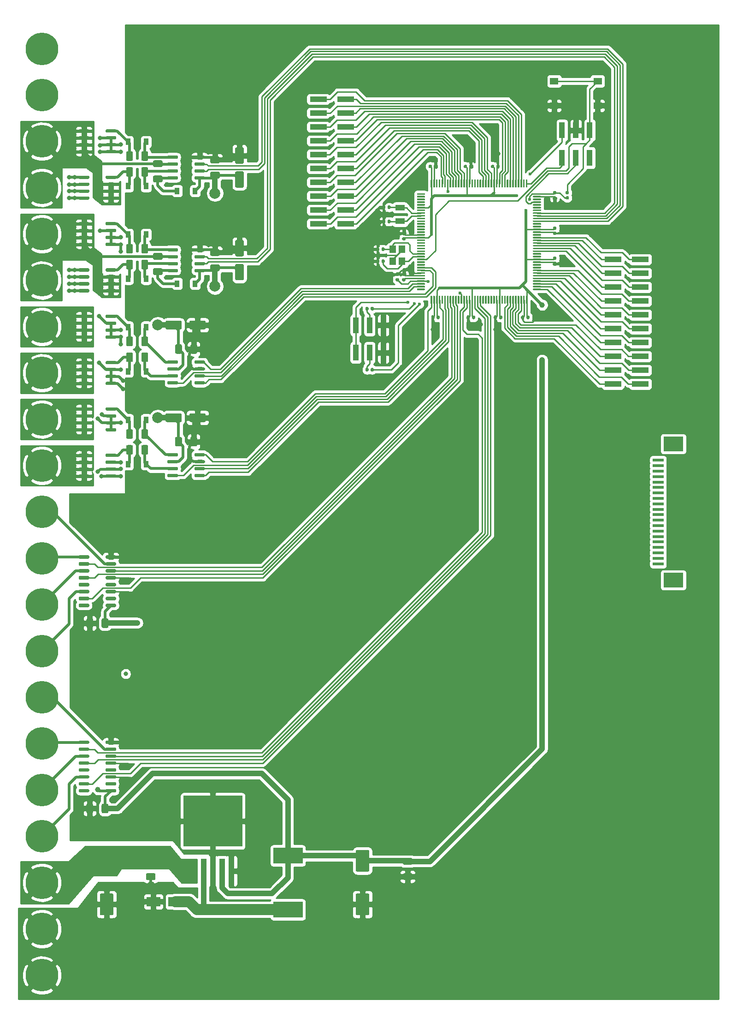
<source format=gbr>
%TF.GenerationSoftware,KiCad,Pcbnew,(5.1.9)-1*%
%TF.CreationDate,2021-02-09T21:05:22+07:00*%
%TF.ProjectId,notebook,6e6f7465-626f-46f6-9b2e-6b696361645f,rev?*%
%TF.SameCoordinates,Original*%
%TF.FileFunction,Copper,L1,Top*%
%TF.FilePolarity,Positive*%
%FSLAX46Y46*%
G04 Gerber Fmt 4.6, Leading zero omitted, Abs format (unit mm)*
G04 Created by KiCad (PCBNEW (5.1.9)-1) date 2021-02-09 21:05:22*
%MOMM*%
%LPD*%
G01*
G04 APERTURE LIST*
%TA.AperFunction,SMDPad,CuDef*%
%ADD10R,1.550000X1.300000*%
%TD*%
%TA.AperFunction,SMDPad,CuDef*%
%ADD11R,3.150000X1.000000*%
%TD*%
%TA.AperFunction,SMDPad,CuDef*%
%ADD12R,1.000000X3.000000*%
%TD*%
%TA.AperFunction,SMDPad,CuDef*%
%ADD13R,3.600000X2.680000*%
%TD*%
%TA.AperFunction,SMDPad,CuDef*%
%ADD14R,2.000000X0.610000*%
%TD*%
%TA.AperFunction,SMDPad,CuDef*%
%ADD15R,5.400000X2.900000*%
%TD*%
%TA.AperFunction,SMDPad,CuDef*%
%ADD16R,1.800000X1.000000*%
%TD*%
%TA.AperFunction,SMDPad,CuDef*%
%ADD17R,1.200000X1.400000*%
%TD*%
%TA.AperFunction,SMDPad,CuDef*%
%ADD18R,10.800000X9.400000*%
%TD*%
%TA.AperFunction,SMDPad,CuDef*%
%ADD19R,1.100000X4.600000*%
%TD*%
%TA.AperFunction,ComponentPad*%
%ADD20C,6.000000*%
%TD*%
%TA.AperFunction,SMDPad,CuDef*%
%ADD21R,0.900000X1.200000*%
%TD*%
%TA.AperFunction,SMDPad,CuDef*%
%ADD22R,2.500000X1.800000*%
%TD*%
%TA.AperFunction,ViaPad*%
%ADD23C,0.800000*%
%TD*%
%TA.AperFunction,ViaPad*%
%ADD24C,2.000000*%
%TD*%
%TA.AperFunction,ViaPad*%
%ADD25C,0.600000*%
%TD*%
%TA.AperFunction,ViaPad*%
%ADD26C,1.000000*%
%TD*%
%TA.AperFunction,Conductor*%
%ADD27C,0.500000*%
%TD*%
%TA.AperFunction,Conductor*%
%ADD28C,0.250000*%
%TD*%
%TA.AperFunction,Conductor*%
%ADD29C,1.000000*%
%TD*%
%TA.AperFunction,Conductor*%
%ADD30C,2.000000*%
%TD*%
%TA.AperFunction,Conductor*%
%ADD31C,0.254000*%
%TD*%
%TA.AperFunction,Conductor*%
%ADD32C,0.150000*%
%TD*%
G04 APERTURE END LIST*
%TO.P,U1,144*%
%TO.N,+3V3*%
%TA.AperFunction,SMDPad,CuDef*%
G36*
G01*
X116400000Y-70400000D02*
X116400000Y-69075000D01*
G75*
G02*
X116475000Y-69000000I75000J0D01*
G01*
X116625000Y-69000000D01*
G75*
G02*
X116700000Y-69075000I0J-75000D01*
G01*
X116700000Y-70400000D01*
G75*
G02*
X116625000Y-70475000I-75000J0D01*
G01*
X116475000Y-70475000D01*
G75*
G02*
X116400000Y-70400000I0J75000D01*
G01*
G37*
%TD.AperFunction*%
%TO.P,U1,143*%
%TO.N,GND*%
%TA.AperFunction,SMDPad,CuDef*%
G36*
G01*
X116900000Y-70400000D02*
X116900000Y-69075000D01*
G75*
G02*
X116975000Y-69000000I75000J0D01*
G01*
X117125000Y-69000000D01*
G75*
G02*
X117200000Y-69075000I0J-75000D01*
G01*
X117200000Y-70400000D01*
G75*
G02*
X117125000Y-70475000I-75000J0D01*
G01*
X116975000Y-70475000D01*
G75*
G02*
X116900000Y-70400000I0J75000D01*
G01*
G37*
%TD.AperFunction*%
%TO.P,U1,142*%
%TO.N,Net-(U1-Pad142)*%
%TA.AperFunction,SMDPad,CuDef*%
G36*
G01*
X117400000Y-70400000D02*
X117400000Y-69075000D01*
G75*
G02*
X117475000Y-69000000I75000J0D01*
G01*
X117625000Y-69000000D01*
G75*
G02*
X117700000Y-69075000I0J-75000D01*
G01*
X117700000Y-70400000D01*
G75*
G02*
X117625000Y-70475000I-75000J0D01*
G01*
X117475000Y-70475000D01*
G75*
G02*
X117400000Y-70400000I0J75000D01*
G01*
G37*
%TD.AperFunction*%
%TO.P,U1,141*%
%TO.N,Net-(U1-Pad141)*%
%TA.AperFunction,SMDPad,CuDef*%
G36*
G01*
X117900000Y-70400000D02*
X117900000Y-69075000D01*
G75*
G02*
X117975000Y-69000000I75000J0D01*
G01*
X118125000Y-69000000D01*
G75*
G02*
X118200000Y-69075000I0J-75000D01*
G01*
X118200000Y-70400000D01*
G75*
G02*
X118125000Y-70475000I-75000J0D01*
G01*
X117975000Y-70475000D01*
G75*
G02*
X117900000Y-70400000I0J75000D01*
G01*
G37*
%TD.AperFunction*%
%TO.P,U1,140*%
%TO.N,CA20*%
%TA.AperFunction,SMDPad,CuDef*%
G36*
G01*
X118400000Y-70400000D02*
X118400000Y-69075000D01*
G75*
G02*
X118475000Y-69000000I75000J0D01*
G01*
X118625000Y-69000000D01*
G75*
G02*
X118700000Y-69075000I0J-75000D01*
G01*
X118700000Y-70400000D01*
G75*
G02*
X118625000Y-70475000I-75000J0D01*
G01*
X118475000Y-70475000D01*
G75*
G02*
X118400000Y-70400000I0J75000D01*
G01*
G37*
%TD.AperFunction*%
%TO.P,U1,139*%
%TO.N,CA19*%
%TA.AperFunction,SMDPad,CuDef*%
G36*
G01*
X118900000Y-70400000D02*
X118900000Y-69075000D01*
G75*
G02*
X118975000Y-69000000I75000J0D01*
G01*
X119125000Y-69000000D01*
G75*
G02*
X119200000Y-69075000I0J-75000D01*
G01*
X119200000Y-70400000D01*
G75*
G02*
X119125000Y-70475000I-75000J0D01*
G01*
X118975000Y-70475000D01*
G75*
G02*
X118900000Y-70400000I0J75000D01*
G01*
G37*
%TD.AperFunction*%
%TO.P,U1,138*%
%TO.N,BOOT0*%
%TA.AperFunction,SMDPad,CuDef*%
G36*
G01*
X119400000Y-70400000D02*
X119400000Y-69075000D01*
G75*
G02*
X119475000Y-69000000I75000J0D01*
G01*
X119625000Y-69000000D01*
G75*
G02*
X119700000Y-69075000I0J-75000D01*
G01*
X119700000Y-70400000D01*
G75*
G02*
X119625000Y-70475000I-75000J0D01*
G01*
X119475000Y-70475000D01*
G75*
G02*
X119400000Y-70400000I0J75000D01*
G01*
G37*
%TD.AperFunction*%
%TO.P,U1,137*%
%TO.N,CA18*%
%TA.AperFunction,SMDPad,CuDef*%
G36*
G01*
X119900000Y-70400000D02*
X119900000Y-69075000D01*
G75*
G02*
X119975000Y-69000000I75000J0D01*
G01*
X120125000Y-69000000D01*
G75*
G02*
X120200000Y-69075000I0J-75000D01*
G01*
X120200000Y-70400000D01*
G75*
G02*
X120125000Y-70475000I-75000J0D01*
G01*
X119975000Y-70475000D01*
G75*
G02*
X119900000Y-70400000I0J75000D01*
G01*
G37*
%TD.AperFunction*%
%TO.P,U1,136*%
%TO.N,CA17*%
%TA.AperFunction,SMDPad,CuDef*%
G36*
G01*
X120400000Y-70400000D02*
X120400000Y-69075000D01*
G75*
G02*
X120475000Y-69000000I75000J0D01*
G01*
X120625000Y-69000000D01*
G75*
G02*
X120700000Y-69075000I0J-75000D01*
G01*
X120700000Y-70400000D01*
G75*
G02*
X120625000Y-70475000I-75000J0D01*
G01*
X120475000Y-70475000D01*
G75*
G02*
X120400000Y-70400000I0J75000D01*
G01*
G37*
%TD.AperFunction*%
%TO.P,U1,135*%
%TO.N,CA16*%
%TA.AperFunction,SMDPad,CuDef*%
G36*
G01*
X120900000Y-70400000D02*
X120900000Y-69075000D01*
G75*
G02*
X120975000Y-69000000I75000J0D01*
G01*
X121125000Y-69000000D01*
G75*
G02*
X121200000Y-69075000I0J-75000D01*
G01*
X121200000Y-70400000D01*
G75*
G02*
X121125000Y-70475000I-75000J0D01*
G01*
X120975000Y-70475000D01*
G75*
G02*
X120900000Y-70400000I0J75000D01*
G01*
G37*
%TD.AperFunction*%
%TO.P,U1,134*%
%TO.N,CA15*%
%TA.AperFunction,SMDPad,CuDef*%
G36*
G01*
X121400000Y-70400000D02*
X121400000Y-69075000D01*
G75*
G02*
X121475000Y-69000000I75000J0D01*
G01*
X121625000Y-69000000D01*
G75*
G02*
X121700000Y-69075000I0J-75000D01*
G01*
X121700000Y-70400000D01*
G75*
G02*
X121625000Y-70475000I-75000J0D01*
G01*
X121475000Y-70475000D01*
G75*
G02*
X121400000Y-70400000I0J75000D01*
G01*
G37*
%TD.AperFunction*%
%TO.P,U1,133*%
%TO.N,CA14*%
%TA.AperFunction,SMDPad,CuDef*%
G36*
G01*
X121900000Y-70400000D02*
X121900000Y-69075000D01*
G75*
G02*
X121975000Y-69000000I75000J0D01*
G01*
X122125000Y-69000000D01*
G75*
G02*
X122200000Y-69075000I0J-75000D01*
G01*
X122200000Y-70400000D01*
G75*
G02*
X122125000Y-70475000I-75000J0D01*
G01*
X121975000Y-70475000D01*
G75*
G02*
X121900000Y-70400000I0J75000D01*
G01*
G37*
%TD.AperFunction*%
%TO.P,U1,132*%
%TO.N,CA13*%
%TA.AperFunction,SMDPad,CuDef*%
G36*
G01*
X122400000Y-70400000D02*
X122400000Y-69075000D01*
G75*
G02*
X122475000Y-69000000I75000J0D01*
G01*
X122625000Y-69000000D01*
G75*
G02*
X122700000Y-69075000I0J-75000D01*
G01*
X122700000Y-70400000D01*
G75*
G02*
X122625000Y-70475000I-75000J0D01*
G01*
X122475000Y-70475000D01*
G75*
G02*
X122400000Y-70400000I0J75000D01*
G01*
G37*
%TD.AperFunction*%
%TO.P,U1,131*%
%TO.N,+3V3*%
%TA.AperFunction,SMDPad,CuDef*%
G36*
G01*
X122900000Y-70400000D02*
X122900000Y-69075000D01*
G75*
G02*
X122975000Y-69000000I75000J0D01*
G01*
X123125000Y-69000000D01*
G75*
G02*
X123200000Y-69075000I0J-75000D01*
G01*
X123200000Y-70400000D01*
G75*
G02*
X123125000Y-70475000I-75000J0D01*
G01*
X122975000Y-70475000D01*
G75*
G02*
X122900000Y-70400000I0J75000D01*
G01*
G37*
%TD.AperFunction*%
%TO.P,U1,130*%
%TO.N,GND*%
%TA.AperFunction,SMDPad,CuDef*%
G36*
G01*
X123400000Y-70400000D02*
X123400000Y-69075000D01*
G75*
G02*
X123475000Y-69000000I75000J0D01*
G01*
X123625000Y-69000000D01*
G75*
G02*
X123700000Y-69075000I0J-75000D01*
G01*
X123700000Y-70400000D01*
G75*
G02*
X123625000Y-70475000I-75000J0D01*
G01*
X123475000Y-70475000D01*
G75*
G02*
X123400000Y-70400000I0J75000D01*
G01*
G37*
%TD.AperFunction*%
%TO.P,U1,129*%
%TO.N,Net-(U1-Pad129)*%
%TA.AperFunction,SMDPad,CuDef*%
G36*
G01*
X123900000Y-70400000D02*
X123900000Y-69075000D01*
G75*
G02*
X123975000Y-69000000I75000J0D01*
G01*
X124125000Y-69000000D01*
G75*
G02*
X124200000Y-69075000I0J-75000D01*
G01*
X124200000Y-70400000D01*
G75*
G02*
X124125000Y-70475000I-75000J0D01*
G01*
X123975000Y-70475000D01*
G75*
G02*
X123900000Y-70400000I0J75000D01*
G01*
G37*
%TD.AperFunction*%
%TO.P,U1,128*%
%TO.N,Net-(U1-Pad128)*%
%TA.AperFunction,SMDPad,CuDef*%
G36*
G01*
X124400000Y-70400000D02*
X124400000Y-69075000D01*
G75*
G02*
X124475000Y-69000000I75000J0D01*
G01*
X124625000Y-69000000D01*
G75*
G02*
X124700000Y-69075000I0J-75000D01*
G01*
X124700000Y-70400000D01*
G75*
G02*
X124625000Y-70475000I-75000J0D01*
G01*
X124475000Y-70475000D01*
G75*
G02*
X124400000Y-70400000I0J75000D01*
G01*
G37*
%TD.AperFunction*%
%TO.P,U1,127*%
%TO.N,Net-(U1-Pad127)*%
%TA.AperFunction,SMDPad,CuDef*%
G36*
G01*
X124900000Y-70400000D02*
X124900000Y-69075000D01*
G75*
G02*
X124975000Y-69000000I75000J0D01*
G01*
X125125000Y-69000000D01*
G75*
G02*
X125200000Y-69075000I0J-75000D01*
G01*
X125200000Y-70400000D01*
G75*
G02*
X125125000Y-70475000I-75000J0D01*
G01*
X124975000Y-70475000D01*
G75*
G02*
X124900000Y-70400000I0J75000D01*
G01*
G37*
%TD.AperFunction*%
%TO.P,U1,126*%
%TO.N,Net-(U1-Pad126)*%
%TA.AperFunction,SMDPad,CuDef*%
G36*
G01*
X125400000Y-70400000D02*
X125400000Y-69075000D01*
G75*
G02*
X125475000Y-69000000I75000J0D01*
G01*
X125625000Y-69000000D01*
G75*
G02*
X125700000Y-69075000I0J-75000D01*
G01*
X125700000Y-70400000D01*
G75*
G02*
X125625000Y-70475000I-75000J0D01*
G01*
X125475000Y-70475000D01*
G75*
G02*
X125400000Y-70400000I0J75000D01*
G01*
G37*
%TD.AperFunction*%
%TO.P,U1,125*%
%TO.N,CA12*%
%TA.AperFunction,SMDPad,CuDef*%
G36*
G01*
X125900000Y-70400000D02*
X125900000Y-69075000D01*
G75*
G02*
X125975000Y-69000000I75000J0D01*
G01*
X126125000Y-69000000D01*
G75*
G02*
X126200000Y-69075000I0J-75000D01*
G01*
X126200000Y-70400000D01*
G75*
G02*
X126125000Y-70475000I-75000J0D01*
G01*
X125975000Y-70475000D01*
G75*
G02*
X125900000Y-70400000I0J75000D01*
G01*
G37*
%TD.AperFunction*%
%TO.P,U1,124*%
%TO.N,CA11*%
%TA.AperFunction,SMDPad,CuDef*%
G36*
G01*
X126400000Y-70400000D02*
X126400000Y-69075000D01*
G75*
G02*
X126475000Y-69000000I75000J0D01*
G01*
X126625000Y-69000000D01*
G75*
G02*
X126700000Y-69075000I0J-75000D01*
G01*
X126700000Y-70400000D01*
G75*
G02*
X126625000Y-70475000I-75000J0D01*
G01*
X126475000Y-70475000D01*
G75*
G02*
X126400000Y-70400000I0J75000D01*
G01*
G37*
%TD.AperFunction*%
%TO.P,U1,123*%
%TO.N,CA10*%
%TA.AperFunction,SMDPad,CuDef*%
G36*
G01*
X126900000Y-70400000D02*
X126900000Y-69075000D01*
G75*
G02*
X126975000Y-69000000I75000J0D01*
G01*
X127125000Y-69000000D01*
G75*
G02*
X127200000Y-69075000I0J-75000D01*
G01*
X127200000Y-70400000D01*
G75*
G02*
X127125000Y-70475000I-75000J0D01*
G01*
X126975000Y-70475000D01*
G75*
G02*
X126900000Y-70400000I0J75000D01*
G01*
G37*
%TD.AperFunction*%
%TO.P,U1,122*%
%TO.N,CA9*%
%TA.AperFunction,SMDPad,CuDef*%
G36*
G01*
X127400000Y-70400000D02*
X127400000Y-69075000D01*
G75*
G02*
X127475000Y-69000000I75000J0D01*
G01*
X127625000Y-69000000D01*
G75*
G02*
X127700000Y-69075000I0J-75000D01*
G01*
X127700000Y-70400000D01*
G75*
G02*
X127625000Y-70475000I-75000J0D01*
G01*
X127475000Y-70475000D01*
G75*
G02*
X127400000Y-70400000I0J75000D01*
G01*
G37*
%TD.AperFunction*%
%TO.P,U1,121*%
%TO.N,+3V3*%
%TA.AperFunction,SMDPad,CuDef*%
G36*
G01*
X127900000Y-70400000D02*
X127900000Y-69075000D01*
G75*
G02*
X127975000Y-69000000I75000J0D01*
G01*
X128125000Y-69000000D01*
G75*
G02*
X128200000Y-69075000I0J-75000D01*
G01*
X128200000Y-70400000D01*
G75*
G02*
X128125000Y-70475000I-75000J0D01*
G01*
X127975000Y-70475000D01*
G75*
G02*
X127900000Y-70400000I0J75000D01*
G01*
G37*
%TD.AperFunction*%
%TO.P,U1,120*%
%TO.N,GND*%
%TA.AperFunction,SMDPad,CuDef*%
G36*
G01*
X128400000Y-70400000D02*
X128400000Y-69075000D01*
G75*
G02*
X128475000Y-69000000I75000J0D01*
G01*
X128625000Y-69000000D01*
G75*
G02*
X128700000Y-69075000I0J-75000D01*
G01*
X128700000Y-70400000D01*
G75*
G02*
X128625000Y-70475000I-75000J0D01*
G01*
X128475000Y-70475000D01*
G75*
G02*
X128400000Y-70400000I0J75000D01*
G01*
G37*
%TD.AperFunction*%
%TO.P,U1,119*%
%TO.N,CA8*%
%TA.AperFunction,SMDPad,CuDef*%
G36*
G01*
X128900000Y-70400000D02*
X128900000Y-69075000D01*
G75*
G02*
X128975000Y-69000000I75000J0D01*
G01*
X129125000Y-69000000D01*
G75*
G02*
X129200000Y-69075000I0J-75000D01*
G01*
X129200000Y-70400000D01*
G75*
G02*
X129125000Y-70475000I-75000J0D01*
G01*
X128975000Y-70475000D01*
G75*
G02*
X128900000Y-70400000I0J75000D01*
G01*
G37*
%TD.AperFunction*%
%TO.P,U1,118*%
%TO.N,CA7*%
%TA.AperFunction,SMDPad,CuDef*%
G36*
G01*
X129400000Y-70400000D02*
X129400000Y-69075000D01*
G75*
G02*
X129475000Y-69000000I75000J0D01*
G01*
X129625000Y-69000000D01*
G75*
G02*
X129700000Y-69075000I0J-75000D01*
G01*
X129700000Y-70400000D01*
G75*
G02*
X129625000Y-70475000I-75000J0D01*
G01*
X129475000Y-70475000D01*
G75*
G02*
X129400000Y-70400000I0J75000D01*
G01*
G37*
%TD.AperFunction*%
%TO.P,U1,117*%
%TO.N,CA6*%
%TA.AperFunction,SMDPad,CuDef*%
G36*
G01*
X129900000Y-70400000D02*
X129900000Y-69075000D01*
G75*
G02*
X129975000Y-69000000I75000J0D01*
G01*
X130125000Y-69000000D01*
G75*
G02*
X130200000Y-69075000I0J-75000D01*
G01*
X130200000Y-70400000D01*
G75*
G02*
X130125000Y-70475000I-75000J0D01*
G01*
X129975000Y-70475000D01*
G75*
G02*
X129900000Y-70400000I0J75000D01*
G01*
G37*
%TD.AperFunction*%
%TO.P,U1,116*%
%TO.N,Net-(U1-Pad116)*%
%TA.AperFunction,SMDPad,CuDef*%
G36*
G01*
X130400000Y-70400000D02*
X130400000Y-69075000D01*
G75*
G02*
X130475000Y-69000000I75000J0D01*
G01*
X130625000Y-69000000D01*
G75*
G02*
X130700000Y-69075000I0J-75000D01*
G01*
X130700000Y-70400000D01*
G75*
G02*
X130625000Y-70475000I-75000J0D01*
G01*
X130475000Y-70475000D01*
G75*
G02*
X130400000Y-70400000I0J75000D01*
G01*
G37*
%TD.AperFunction*%
%TO.P,U1,115*%
%TO.N,CA5*%
%TA.AperFunction,SMDPad,CuDef*%
G36*
G01*
X130900000Y-70400000D02*
X130900000Y-69075000D01*
G75*
G02*
X130975000Y-69000000I75000J0D01*
G01*
X131125000Y-69000000D01*
G75*
G02*
X131200000Y-69075000I0J-75000D01*
G01*
X131200000Y-70400000D01*
G75*
G02*
X131125000Y-70475000I-75000J0D01*
G01*
X130975000Y-70475000D01*
G75*
G02*
X130900000Y-70400000I0J75000D01*
G01*
G37*
%TD.AperFunction*%
%TO.P,U1,114*%
%TO.N,CA4*%
%TA.AperFunction,SMDPad,CuDef*%
G36*
G01*
X131400000Y-70400000D02*
X131400000Y-69075000D01*
G75*
G02*
X131475000Y-69000000I75000J0D01*
G01*
X131625000Y-69000000D01*
G75*
G02*
X131700000Y-69075000I0J-75000D01*
G01*
X131700000Y-70400000D01*
G75*
G02*
X131625000Y-70475000I-75000J0D01*
G01*
X131475000Y-70475000D01*
G75*
G02*
X131400000Y-70400000I0J75000D01*
G01*
G37*
%TD.AperFunction*%
%TO.P,U1,113*%
%TO.N,CA3*%
%TA.AperFunction,SMDPad,CuDef*%
G36*
G01*
X131900000Y-70400000D02*
X131900000Y-69075000D01*
G75*
G02*
X131975000Y-69000000I75000J0D01*
G01*
X132125000Y-69000000D01*
G75*
G02*
X132200000Y-69075000I0J-75000D01*
G01*
X132200000Y-70400000D01*
G75*
G02*
X132125000Y-70475000I-75000J0D01*
G01*
X131975000Y-70475000D01*
G75*
G02*
X131900000Y-70400000I0J75000D01*
G01*
G37*
%TD.AperFunction*%
%TO.P,U1,112*%
%TO.N,CA2*%
%TA.AperFunction,SMDPad,CuDef*%
G36*
G01*
X132400000Y-70400000D02*
X132400000Y-69075000D01*
G75*
G02*
X132475000Y-69000000I75000J0D01*
G01*
X132625000Y-69000000D01*
G75*
G02*
X132700000Y-69075000I0J-75000D01*
G01*
X132700000Y-70400000D01*
G75*
G02*
X132625000Y-70475000I-75000J0D01*
G01*
X132475000Y-70475000D01*
G75*
G02*
X132400000Y-70400000I0J75000D01*
G01*
G37*
%TD.AperFunction*%
%TO.P,U1,111*%
%TO.N,CA1*%
%TA.AperFunction,SMDPad,CuDef*%
G36*
G01*
X132900000Y-70400000D02*
X132900000Y-69075000D01*
G75*
G02*
X132975000Y-69000000I75000J0D01*
G01*
X133125000Y-69000000D01*
G75*
G02*
X133200000Y-69075000I0J-75000D01*
G01*
X133200000Y-70400000D01*
G75*
G02*
X133125000Y-70475000I-75000J0D01*
G01*
X132975000Y-70475000D01*
G75*
G02*
X132900000Y-70400000I0J75000D01*
G01*
G37*
%TD.AperFunction*%
%TO.P,U1,110*%
%TO.N,Net-(U1-Pad110)*%
%TA.AperFunction,SMDPad,CuDef*%
G36*
G01*
X133400000Y-70400000D02*
X133400000Y-69075000D01*
G75*
G02*
X133475000Y-69000000I75000J0D01*
G01*
X133625000Y-69000000D01*
G75*
G02*
X133700000Y-69075000I0J-75000D01*
G01*
X133700000Y-70400000D01*
G75*
G02*
X133625000Y-70475000I-75000J0D01*
G01*
X133475000Y-70475000D01*
G75*
G02*
X133400000Y-70400000I0J75000D01*
G01*
G37*
%TD.AperFunction*%
%TO.P,U1,109*%
%TO.N,SWCLK*%
%TA.AperFunction,SMDPad,CuDef*%
G36*
G01*
X133900000Y-70400000D02*
X133900000Y-69075000D01*
G75*
G02*
X133975000Y-69000000I75000J0D01*
G01*
X134125000Y-69000000D01*
G75*
G02*
X134200000Y-69075000I0J-75000D01*
G01*
X134200000Y-70400000D01*
G75*
G02*
X134125000Y-70475000I-75000J0D01*
G01*
X133975000Y-70475000D01*
G75*
G02*
X133900000Y-70400000I0J75000D01*
G01*
G37*
%TD.AperFunction*%
%TO.P,U1,108*%
%TO.N,+3V3*%
%TA.AperFunction,SMDPad,CuDef*%
G36*
G01*
X135225000Y-71725000D02*
X135225000Y-71575000D01*
G75*
G02*
X135300000Y-71500000I75000J0D01*
G01*
X136625000Y-71500000D01*
G75*
G02*
X136700000Y-71575000I0J-75000D01*
G01*
X136700000Y-71725000D01*
G75*
G02*
X136625000Y-71800000I-75000J0D01*
G01*
X135300000Y-71800000D01*
G75*
G02*
X135225000Y-71725000I0J75000D01*
G01*
G37*
%TD.AperFunction*%
%TO.P,U1,107*%
%TO.N,GND*%
%TA.AperFunction,SMDPad,CuDef*%
G36*
G01*
X135225000Y-72225000D02*
X135225000Y-72075000D01*
G75*
G02*
X135300000Y-72000000I75000J0D01*
G01*
X136625000Y-72000000D01*
G75*
G02*
X136700000Y-72075000I0J-75000D01*
G01*
X136700000Y-72225000D01*
G75*
G02*
X136625000Y-72300000I-75000J0D01*
G01*
X135300000Y-72300000D01*
G75*
G02*
X135225000Y-72225000I0J75000D01*
G01*
G37*
%TD.AperFunction*%
%TO.P,U1,106*%
%TO.N,Net-(U1-Pad106)*%
%TA.AperFunction,SMDPad,CuDef*%
G36*
G01*
X135225000Y-72725000D02*
X135225000Y-72575000D01*
G75*
G02*
X135300000Y-72500000I75000J0D01*
G01*
X136625000Y-72500000D01*
G75*
G02*
X136700000Y-72575000I0J-75000D01*
G01*
X136700000Y-72725000D01*
G75*
G02*
X136625000Y-72800000I-75000J0D01*
G01*
X135300000Y-72800000D01*
G75*
G02*
X135225000Y-72725000I0J75000D01*
G01*
G37*
%TD.AperFunction*%
%TO.P,U1,105*%
%TO.N,SWDIO*%
%TA.AperFunction,SMDPad,CuDef*%
G36*
G01*
X135225000Y-73225000D02*
X135225000Y-73075000D01*
G75*
G02*
X135300000Y-73000000I75000J0D01*
G01*
X136625000Y-73000000D01*
G75*
G02*
X136700000Y-73075000I0J-75000D01*
G01*
X136700000Y-73225000D01*
G75*
G02*
X136625000Y-73300000I-75000J0D01*
G01*
X135300000Y-73300000D01*
G75*
G02*
X135225000Y-73225000I0J75000D01*
G01*
G37*
%TD.AperFunction*%
%TO.P,U1,104*%
%TO.N,Net-(U1-Pad104)*%
%TA.AperFunction,SMDPad,CuDef*%
G36*
G01*
X135225000Y-73725000D02*
X135225000Y-73575000D01*
G75*
G02*
X135300000Y-73500000I75000J0D01*
G01*
X136625000Y-73500000D01*
G75*
G02*
X136700000Y-73575000I0J-75000D01*
G01*
X136700000Y-73725000D01*
G75*
G02*
X136625000Y-73800000I-75000J0D01*
G01*
X135300000Y-73800000D01*
G75*
G02*
X135225000Y-73725000I0J75000D01*
G01*
G37*
%TD.AperFunction*%
%TO.P,U1,103*%
%TO.N,Net-(U1-Pad103)*%
%TA.AperFunction,SMDPad,CuDef*%
G36*
G01*
X135225000Y-74225000D02*
X135225000Y-74075000D01*
G75*
G02*
X135300000Y-74000000I75000J0D01*
G01*
X136625000Y-74000000D01*
G75*
G02*
X136700000Y-74075000I0J-75000D01*
G01*
X136700000Y-74225000D01*
G75*
G02*
X136625000Y-74300000I-75000J0D01*
G01*
X135300000Y-74300000D01*
G75*
G02*
X135225000Y-74225000I0J75000D01*
G01*
G37*
%TD.AperFunction*%
%TO.P,U1,102*%
%TO.N,Net-(U1-Pad102)*%
%TA.AperFunction,SMDPad,CuDef*%
G36*
G01*
X135225000Y-74725000D02*
X135225000Y-74575000D01*
G75*
G02*
X135300000Y-74500000I75000J0D01*
G01*
X136625000Y-74500000D01*
G75*
G02*
X136700000Y-74575000I0J-75000D01*
G01*
X136700000Y-74725000D01*
G75*
G02*
X136625000Y-74800000I-75000J0D01*
G01*
X135300000Y-74800000D01*
G75*
G02*
X135225000Y-74725000I0J75000D01*
G01*
G37*
%TD.AperFunction*%
%TO.P,U1,101*%
%TO.N,HB2IN1*%
%TA.AperFunction,SMDPad,CuDef*%
G36*
G01*
X135225000Y-75225000D02*
X135225000Y-75075000D01*
G75*
G02*
X135300000Y-75000000I75000J0D01*
G01*
X136625000Y-75000000D01*
G75*
G02*
X136700000Y-75075000I0J-75000D01*
G01*
X136700000Y-75225000D01*
G75*
G02*
X136625000Y-75300000I-75000J0D01*
G01*
X135300000Y-75300000D01*
G75*
G02*
X135225000Y-75225000I0J75000D01*
G01*
G37*
%TD.AperFunction*%
%TO.P,U1,100*%
%TO.N,HB2IN2*%
%TA.AperFunction,SMDPad,CuDef*%
G36*
G01*
X135225000Y-75725000D02*
X135225000Y-75575000D01*
G75*
G02*
X135300000Y-75500000I75000J0D01*
G01*
X136625000Y-75500000D01*
G75*
G02*
X136700000Y-75575000I0J-75000D01*
G01*
X136700000Y-75725000D01*
G75*
G02*
X136625000Y-75800000I-75000J0D01*
G01*
X135300000Y-75800000D01*
G75*
G02*
X135225000Y-75725000I0J75000D01*
G01*
G37*
%TD.AperFunction*%
%TO.P,U1,99*%
%TO.N,HB1IN1*%
%TA.AperFunction,SMDPad,CuDef*%
G36*
G01*
X135225000Y-76225000D02*
X135225000Y-76075000D01*
G75*
G02*
X135300000Y-76000000I75000J0D01*
G01*
X136625000Y-76000000D01*
G75*
G02*
X136700000Y-76075000I0J-75000D01*
G01*
X136700000Y-76225000D01*
G75*
G02*
X136625000Y-76300000I-75000J0D01*
G01*
X135300000Y-76300000D01*
G75*
G02*
X135225000Y-76225000I0J75000D01*
G01*
G37*
%TD.AperFunction*%
%TO.P,U1,98*%
%TO.N,HB1IN2*%
%TA.AperFunction,SMDPad,CuDef*%
G36*
G01*
X135225000Y-76725000D02*
X135225000Y-76575000D01*
G75*
G02*
X135300000Y-76500000I75000J0D01*
G01*
X136625000Y-76500000D01*
G75*
G02*
X136700000Y-76575000I0J-75000D01*
G01*
X136700000Y-76725000D01*
G75*
G02*
X136625000Y-76800000I-75000J0D01*
G01*
X135300000Y-76800000D01*
G75*
G02*
X135225000Y-76725000I0J75000D01*
G01*
G37*
%TD.AperFunction*%
%TO.P,U1,97*%
%TO.N,Net-(U1-Pad97)*%
%TA.AperFunction,SMDPad,CuDef*%
G36*
G01*
X135225000Y-77225000D02*
X135225000Y-77075000D01*
G75*
G02*
X135300000Y-77000000I75000J0D01*
G01*
X136625000Y-77000000D01*
G75*
G02*
X136700000Y-77075000I0J-75000D01*
G01*
X136700000Y-77225000D01*
G75*
G02*
X136625000Y-77300000I-75000J0D01*
G01*
X135300000Y-77300000D01*
G75*
G02*
X135225000Y-77225000I0J75000D01*
G01*
G37*
%TD.AperFunction*%
%TO.P,U1,96*%
%TO.N,Net-(U1-Pad96)*%
%TA.AperFunction,SMDPad,CuDef*%
G36*
G01*
X135225000Y-77725000D02*
X135225000Y-77575000D01*
G75*
G02*
X135300000Y-77500000I75000J0D01*
G01*
X136625000Y-77500000D01*
G75*
G02*
X136700000Y-77575000I0J-75000D01*
G01*
X136700000Y-77725000D01*
G75*
G02*
X136625000Y-77800000I-75000J0D01*
G01*
X135300000Y-77800000D01*
G75*
G02*
X135225000Y-77725000I0J75000D01*
G01*
G37*
%TD.AperFunction*%
%TO.P,U1,95*%
%TO.N,+3V3*%
%TA.AperFunction,SMDPad,CuDef*%
G36*
G01*
X135225000Y-78225000D02*
X135225000Y-78075000D01*
G75*
G02*
X135300000Y-78000000I75000J0D01*
G01*
X136625000Y-78000000D01*
G75*
G02*
X136700000Y-78075000I0J-75000D01*
G01*
X136700000Y-78225000D01*
G75*
G02*
X136625000Y-78300000I-75000J0D01*
G01*
X135300000Y-78300000D01*
G75*
G02*
X135225000Y-78225000I0J75000D01*
G01*
G37*
%TD.AperFunction*%
%TO.P,U1,94*%
%TO.N,GND*%
%TA.AperFunction,SMDPad,CuDef*%
G36*
G01*
X135225000Y-78725000D02*
X135225000Y-78575000D01*
G75*
G02*
X135300000Y-78500000I75000J0D01*
G01*
X136625000Y-78500000D01*
G75*
G02*
X136700000Y-78575000I0J-75000D01*
G01*
X136700000Y-78725000D01*
G75*
G02*
X136625000Y-78800000I-75000J0D01*
G01*
X135300000Y-78800000D01*
G75*
G02*
X135225000Y-78725000I0J75000D01*
G01*
G37*
%TD.AperFunction*%
%TO.P,U1,93*%
%TO.N,Net-(U1-Pad93)*%
%TA.AperFunction,SMDPad,CuDef*%
G36*
G01*
X135225000Y-79225000D02*
X135225000Y-79075000D01*
G75*
G02*
X135300000Y-79000000I75000J0D01*
G01*
X136625000Y-79000000D01*
G75*
G02*
X136700000Y-79075000I0J-75000D01*
G01*
X136700000Y-79225000D01*
G75*
G02*
X136625000Y-79300000I-75000J0D01*
G01*
X135300000Y-79300000D01*
G75*
G02*
X135225000Y-79225000I0J75000D01*
G01*
G37*
%TD.AperFunction*%
%TO.P,U1,92*%
%TO.N,CB2*%
%TA.AperFunction,SMDPad,CuDef*%
G36*
G01*
X135225000Y-79725000D02*
X135225000Y-79575000D01*
G75*
G02*
X135300000Y-79500000I75000J0D01*
G01*
X136625000Y-79500000D01*
G75*
G02*
X136700000Y-79575000I0J-75000D01*
G01*
X136700000Y-79725000D01*
G75*
G02*
X136625000Y-79800000I-75000J0D01*
G01*
X135300000Y-79800000D01*
G75*
G02*
X135225000Y-79725000I0J75000D01*
G01*
G37*
%TD.AperFunction*%
%TO.P,U1,91*%
%TO.N,CB1*%
%TA.AperFunction,SMDPad,CuDef*%
G36*
G01*
X135225000Y-80225000D02*
X135225000Y-80075000D01*
G75*
G02*
X135300000Y-80000000I75000J0D01*
G01*
X136625000Y-80000000D01*
G75*
G02*
X136700000Y-80075000I0J-75000D01*
G01*
X136700000Y-80225000D01*
G75*
G02*
X136625000Y-80300000I-75000J0D01*
G01*
X135300000Y-80300000D01*
G75*
G02*
X135225000Y-80225000I0J75000D01*
G01*
G37*
%TD.AperFunction*%
%TO.P,U1,90*%
%TO.N,CB4*%
%TA.AperFunction,SMDPad,CuDef*%
G36*
G01*
X135225000Y-80725000D02*
X135225000Y-80575000D01*
G75*
G02*
X135300000Y-80500000I75000J0D01*
G01*
X136625000Y-80500000D01*
G75*
G02*
X136700000Y-80575000I0J-75000D01*
G01*
X136700000Y-80725000D01*
G75*
G02*
X136625000Y-80800000I-75000J0D01*
G01*
X135300000Y-80800000D01*
G75*
G02*
X135225000Y-80725000I0J75000D01*
G01*
G37*
%TD.AperFunction*%
%TO.P,U1,89*%
%TO.N,CB3*%
%TA.AperFunction,SMDPad,CuDef*%
G36*
G01*
X135225000Y-81225000D02*
X135225000Y-81075000D01*
G75*
G02*
X135300000Y-81000000I75000J0D01*
G01*
X136625000Y-81000000D01*
G75*
G02*
X136700000Y-81075000I0J-75000D01*
G01*
X136700000Y-81225000D01*
G75*
G02*
X136625000Y-81300000I-75000J0D01*
G01*
X135300000Y-81300000D01*
G75*
G02*
X135225000Y-81225000I0J75000D01*
G01*
G37*
%TD.AperFunction*%
%TO.P,U1,88*%
%TO.N,CB6*%
%TA.AperFunction,SMDPad,CuDef*%
G36*
G01*
X135225000Y-81725000D02*
X135225000Y-81575000D01*
G75*
G02*
X135300000Y-81500000I75000J0D01*
G01*
X136625000Y-81500000D01*
G75*
G02*
X136700000Y-81575000I0J-75000D01*
G01*
X136700000Y-81725000D01*
G75*
G02*
X136625000Y-81800000I-75000J0D01*
G01*
X135300000Y-81800000D01*
G75*
G02*
X135225000Y-81725000I0J75000D01*
G01*
G37*
%TD.AperFunction*%
%TO.P,U1,87*%
%TO.N,CB5*%
%TA.AperFunction,SMDPad,CuDef*%
G36*
G01*
X135225000Y-82225000D02*
X135225000Y-82075000D01*
G75*
G02*
X135300000Y-82000000I75000J0D01*
G01*
X136625000Y-82000000D01*
G75*
G02*
X136700000Y-82075000I0J-75000D01*
G01*
X136700000Y-82225000D01*
G75*
G02*
X136625000Y-82300000I-75000J0D01*
G01*
X135300000Y-82300000D01*
G75*
G02*
X135225000Y-82225000I0J75000D01*
G01*
G37*
%TD.AperFunction*%
%TO.P,U1,86*%
%TO.N,Net-(U1-Pad86)*%
%TA.AperFunction,SMDPad,CuDef*%
G36*
G01*
X135225000Y-82725000D02*
X135225000Y-82575000D01*
G75*
G02*
X135300000Y-82500000I75000J0D01*
G01*
X136625000Y-82500000D01*
G75*
G02*
X136700000Y-82575000I0J-75000D01*
G01*
X136700000Y-82725000D01*
G75*
G02*
X136625000Y-82800000I-75000J0D01*
G01*
X135300000Y-82800000D01*
G75*
G02*
X135225000Y-82725000I0J75000D01*
G01*
G37*
%TD.AperFunction*%
%TO.P,U1,85*%
%TO.N,Net-(U1-Pad85)*%
%TA.AperFunction,SMDPad,CuDef*%
G36*
G01*
X135225000Y-83225000D02*
X135225000Y-83075000D01*
G75*
G02*
X135300000Y-83000000I75000J0D01*
G01*
X136625000Y-83000000D01*
G75*
G02*
X136700000Y-83075000I0J-75000D01*
G01*
X136700000Y-83225000D01*
G75*
G02*
X136625000Y-83300000I-75000J0D01*
G01*
X135300000Y-83300000D01*
G75*
G02*
X135225000Y-83225000I0J75000D01*
G01*
G37*
%TD.AperFunction*%
%TO.P,U1,84*%
%TO.N,+3V3*%
%TA.AperFunction,SMDPad,CuDef*%
G36*
G01*
X135225000Y-83725000D02*
X135225000Y-83575000D01*
G75*
G02*
X135300000Y-83500000I75000J0D01*
G01*
X136625000Y-83500000D01*
G75*
G02*
X136700000Y-83575000I0J-75000D01*
G01*
X136700000Y-83725000D01*
G75*
G02*
X136625000Y-83800000I-75000J0D01*
G01*
X135300000Y-83800000D01*
G75*
G02*
X135225000Y-83725000I0J75000D01*
G01*
G37*
%TD.AperFunction*%
%TO.P,U1,83*%
%TO.N,GND*%
%TA.AperFunction,SMDPad,CuDef*%
G36*
G01*
X135225000Y-84225000D02*
X135225000Y-84075000D01*
G75*
G02*
X135300000Y-84000000I75000J0D01*
G01*
X136625000Y-84000000D01*
G75*
G02*
X136700000Y-84075000I0J-75000D01*
G01*
X136700000Y-84225000D01*
G75*
G02*
X136625000Y-84300000I-75000J0D01*
G01*
X135300000Y-84300000D01*
G75*
G02*
X135225000Y-84225000I0J75000D01*
G01*
G37*
%TD.AperFunction*%
%TO.P,U1,82*%
%TO.N,Net-(U1-Pad82)*%
%TA.AperFunction,SMDPad,CuDef*%
G36*
G01*
X135225000Y-84725000D02*
X135225000Y-84575000D01*
G75*
G02*
X135300000Y-84500000I75000J0D01*
G01*
X136625000Y-84500000D01*
G75*
G02*
X136700000Y-84575000I0J-75000D01*
G01*
X136700000Y-84725000D01*
G75*
G02*
X136625000Y-84800000I-75000J0D01*
G01*
X135300000Y-84800000D01*
G75*
G02*
X135225000Y-84725000I0J75000D01*
G01*
G37*
%TD.AperFunction*%
%TO.P,U1,81*%
%TO.N,Net-(U1-Pad81)*%
%TA.AperFunction,SMDPad,CuDef*%
G36*
G01*
X135225000Y-85225000D02*
X135225000Y-85075000D01*
G75*
G02*
X135300000Y-85000000I75000J0D01*
G01*
X136625000Y-85000000D01*
G75*
G02*
X136700000Y-85075000I0J-75000D01*
G01*
X136700000Y-85225000D01*
G75*
G02*
X136625000Y-85300000I-75000J0D01*
G01*
X135300000Y-85300000D01*
G75*
G02*
X135225000Y-85225000I0J75000D01*
G01*
G37*
%TD.AperFunction*%
%TO.P,U1,80*%
%TO.N,CB8*%
%TA.AperFunction,SMDPad,CuDef*%
G36*
G01*
X135225000Y-85725000D02*
X135225000Y-85575000D01*
G75*
G02*
X135300000Y-85500000I75000J0D01*
G01*
X136625000Y-85500000D01*
G75*
G02*
X136700000Y-85575000I0J-75000D01*
G01*
X136700000Y-85725000D01*
G75*
G02*
X136625000Y-85800000I-75000J0D01*
G01*
X135300000Y-85800000D01*
G75*
G02*
X135225000Y-85725000I0J75000D01*
G01*
G37*
%TD.AperFunction*%
%TO.P,U1,79*%
%TO.N,CB7*%
%TA.AperFunction,SMDPad,CuDef*%
G36*
G01*
X135225000Y-86225000D02*
X135225000Y-86075000D01*
G75*
G02*
X135300000Y-86000000I75000J0D01*
G01*
X136625000Y-86000000D01*
G75*
G02*
X136700000Y-86075000I0J-75000D01*
G01*
X136700000Y-86225000D01*
G75*
G02*
X136625000Y-86300000I-75000J0D01*
G01*
X135300000Y-86300000D01*
G75*
G02*
X135225000Y-86225000I0J75000D01*
G01*
G37*
%TD.AperFunction*%
%TO.P,U1,78*%
%TO.N,CB10*%
%TA.AperFunction,SMDPad,CuDef*%
G36*
G01*
X135225000Y-86725000D02*
X135225000Y-86575000D01*
G75*
G02*
X135300000Y-86500000I75000J0D01*
G01*
X136625000Y-86500000D01*
G75*
G02*
X136700000Y-86575000I0J-75000D01*
G01*
X136700000Y-86725000D01*
G75*
G02*
X136625000Y-86800000I-75000J0D01*
G01*
X135300000Y-86800000D01*
G75*
G02*
X135225000Y-86725000I0J75000D01*
G01*
G37*
%TD.AperFunction*%
%TO.P,U1,77*%
%TO.N,CB9*%
%TA.AperFunction,SMDPad,CuDef*%
G36*
G01*
X135225000Y-87225000D02*
X135225000Y-87075000D01*
G75*
G02*
X135300000Y-87000000I75000J0D01*
G01*
X136625000Y-87000000D01*
G75*
G02*
X136700000Y-87075000I0J-75000D01*
G01*
X136700000Y-87225000D01*
G75*
G02*
X136625000Y-87300000I-75000J0D01*
G01*
X135300000Y-87300000D01*
G75*
G02*
X135225000Y-87225000I0J75000D01*
G01*
G37*
%TD.AperFunction*%
%TO.P,U1,76*%
%TO.N,CB12*%
%TA.AperFunction,SMDPad,CuDef*%
G36*
G01*
X135225000Y-87725000D02*
X135225000Y-87575000D01*
G75*
G02*
X135300000Y-87500000I75000J0D01*
G01*
X136625000Y-87500000D01*
G75*
G02*
X136700000Y-87575000I0J-75000D01*
G01*
X136700000Y-87725000D01*
G75*
G02*
X136625000Y-87800000I-75000J0D01*
G01*
X135300000Y-87800000D01*
G75*
G02*
X135225000Y-87725000I0J75000D01*
G01*
G37*
%TD.AperFunction*%
%TO.P,U1,75*%
%TO.N,CB11*%
%TA.AperFunction,SMDPad,CuDef*%
G36*
G01*
X135225000Y-88225000D02*
X135225000Y-88075000D01*
G75*
G02*
X135300000Y-88000000I75000J0D01*
G01*
X136625000Y-88000000D01*
G75*
G02*
X136700000Y-88075000I0J-75000D01*
G01*
X136700000Y-88225000D01*
G75*
G02*
X136625000Y-88300000I-75000J0D01*
G01*
X135300000Y-88300000D01*
G75*
G02*
X135225000Y-88225000I0J75000D01*
G01*
G37*
%TD.AperFunction*%
%TO.P,U1,74*%
%TO.N,CB14*%
%TA.AperFunction,SMDPad,CuDef*%
G36*
G01*
X135225000Y-88725000D02*
X135225000Y-88575000D01*
G75*
G02*
X135300000Y-88500000I75000J0D01*
G01*
X136625000Y-88500000D01*
G75*
G02*
X136700000Y-88575000I0J-75000D01*
G01*
X136700000Y-88725000D01*
G75*
G02*
X136625000Y-88800000I-75000J0D01*
G01*
X135300000Y-88800000D01*
G75*
G02*
X135225000Y-88725000I0J75000D01*
G01*
G37*
%TD.AperFunction*%
%TO.P,U1,73*%
%TO.N,CB13*%
%TA.AperFunction,SMDPad,CuDef*%
G36*
G01*
X135225000Y-89225000D02*
X135225000Y-89075000D01*
G75*
G02*
X135300000Y-89000000I75000J0D01*
G01*
X136625000Y-89000000D01*
G75*
G02*
X136700000Y-89075000I0J-75000D01*
G01*
X136700000Y-89225000D01*
G75*
G02*
X136625000Y-89300000I-75000J0D01*
G01*
X135300000Y-89300000D01*
G75*
G02*
X135225000Y-89225000I0J75000D01*
G01*
G37*
%TD.AperFunction*%
%TO.P,U1,72*%
%TO.N,+3V3*%
%TA.AperFunction,SMDPad,CuDef*%
G36*
G01*
X133900000Y-91725000D02*
X133900000Y-90400000D01*
G75*
G02*
X133975000Y-90325000I75000J0D01*
G01*
X134125000Y-90325000D01*
G75*
G02*
X134200000Y-90400000I0J-75000D01*
G01*
X134200000Y-91725000D01*
G75*
G02*
X134125000Y-91800000I-75000J0D01*
G01*
X133975000Y-91800000D01*
G75*
G02*
X133900000Y-91725000I0J75000D01*
G01*
G37*
%TD.AperFunction*%
%TO.P,U1,71*%
%TO.N,GND*%
%TA.AperFunction,SMDPad,CuDef*%
G36*
G01*
X133400000Y-91725000D02*
X133400000Y-90400000D01*
G75*
G02*
X133475000Y-90325000I75000J0D01*
G01*
X133625000Y-90325000D01*
G75*
G02*
X133700000Y-90400000I0J-75000D01*
G01*
X133700000Y-91725000D01*
G75*
G02*
X133625000Y-91800000I-75000J0D01*
G01*
X133475000Y-91800000D01*
G75*
G02*
X133400000Y-91725000I0J75000D01*
G01*
G37*
%TD.AperFunction*%
%TO.P,U1,70*%
%TO.N,CB16*%
%TA.AperFunction,SMDPad,CuDef*%
G36*
G01*
X132900000Y-91725000D02*
X132900000Y-90400000D01*
G75*
G02*
X132975000Y-90325000I75000J0D01*
G01*
X133125000Y-90325000D01*
G75*
G02*
X133200000Y-90400000I0J-75000D01*
G01*
X133200000Y-91725000D01*
G75*
G02*
X133125000Y-91800000I-75000J0D01*
G01*
X132975000Y-91800000D01*
G75*
G02*
X132900000Y-91725000I0J75000D01*
G01*
G37*
%TD.AperFunction*%
%TO.P,U1,69*%
%TO.N,CB15*%
%TA.AperFunction,SMDPad,CuDef*%
G36*
G01*
X132400000Y-91725000D02*
X132400000Y-90400000D01*
G75*
G02*
X132475000Y-90325000I75000J0D01*
G01*
X132625000Y-90325000D01*
G75*
G02*
X132700000Y-90400000I0J-75000D01*
G01*
X132700000Y-91725000D01*
G75*
G02*
X132625000Y-91800000I-75000J0D01*
G01*
X132475000Y-91800000D01*
G75*
G02*
X132400000Y-91725000I0J75000D01*
G01*
G37*
%TD.AperFunction*%
%TO.P,U1,68*%
%TO.N,CB18*%
%TA.AperFunction,SMDPad,CuDef*%
G36*
G01*
X131900000Y-91725000D02*
X131900000Y-90400000D01*
G75*
G02*
X131975000Y-90325000I75000J0D01*
G01*
X132125000Y-90325000D01*
G75*
G02*
X132200000Y-90400000I0J-75000D01*
G01*
X132200000Y-91725000D01*
G75*
G02*
X132125000Y-91800000I-75000J0D01*
G01*
X131975000Y-91800000D01*
G75*
G02*
X131900000Y-91725000I0J75000D01*
G01*
G37*
%TD.AperFunction*%
%TO.P,U1,67*%
%TO.N,CB17*%
%TA.AperFunction,SMDPad,CuDef*%
G36*
G01*
X131400000Y-91725000D02*
X131400000Y-90400000D01*
G75*
G02*
X131475000Y-90325000I75000J0D01*
G01*
X131625000Y-90325000D01*
G75*
G02*
X131700000Y-90400000I0J-75000D01*
G01*
X131700000Y-91725000D01*
G75*
G02*
X131625000Y-91800000I-75000J0D01*
G01*
X131475000Y-91800000D01*
G75*
G02*
X131400000Y-91725000I0J75000D01*
G01*
G37*
%TD.AperFunction*%
%TO.P,U1,66*%
%TO.N,CB20*%
%TA.AperFunction,SMDPad,CuDef*%
G36*
G01*
X130900000Y-91725000D02*
X130900000Y-90400000D01*
G75*
G02*
X130975000Y-90325000I75000J0D01*
G01*
X131125000Y-90325000D01*
G75*
G02*
X131200000Y-90400000I0J-75000D01*
G01*
X131200000Y-91725000D01*
G75*
G02*
X131125000Y-91800000I-75000J0D01*
G01*
X130975000Y-91800000D01*
G75*
G02*
X130900000Y-91725000I0J75000D01*
G01*
G37*
%TD.AperFunction*%
%TO.P,U1,65*%
%TO.N,CB19*%
%TA.AperFunction,SMDPad,CuDef*%
G36*
G01*
X130400000Y-91725000D02*
X130400000Y-90400000D01*
G75*
G02*
X130475000Y-90325000I75000J0D01*
G01*
X130625000Y-90325000D01*
G75*
G02*
X130700000Y-90400000I0J-75000D01*
G01*
X130700000Y-91725000D01*
G75*
G02*
X130625000Y-91800000I-75000J0D01*
G01*
X130475000Y-91800000D01*
G75*
G02*
X130400000Y-91725000I0J75000D01*
G01*
G37*
%TD.AperFunction*%
%TO.P,U1,64*%
%TO.N,Net-(U1-Pad64)*%
%TA.AperFunction,SMDPad,CuDef*%
G36*
G01*
X129900000Y-91725000D02*
X129900000Y-90400000D01*
G75*
G02*
X129975000Y-90325000I75000J0D01*
G01*
X130125000Y-90325000D01*
G75*
G02*
X130200000Y-90400000I0J-75000D01*
G01*
X130200000Y-91725000D01*
G75*
G02*
X130125000Y-91800000I-75000J0D01*
G01*
X129975000Y-91800000D01*
G75*
G02*
X129900000Y-91725000I0J75000D01*
G01*
G37*
%TD.AperFunction*%
%TO.P,U1,63*%
%TO.N,Net-(U1-Pad63)*%
%TA.AperFunction,SMDPad,CuDef*%
G36*
G01*
X129400000Y-91725000D02*
X129400000Y-90400000D01*
G75*
G02*
X129475000Y-90325000I75000J0D01*
G01*
X129625000Y-90325000D01*
G75*
G02*
X129700000Y-90400000I0J-75000D01*
G01*
X129700000Y-91725000D01*
G75*
G02*
X129625000Y-91800000I-75000J0D01*
G01*
X129475000Y-91800000D01*
G75*
G02*
X129400000Y-91725000I0J75000D01*
G01*
G37*
%TD.AperFunction*%
%TO.P,U1,62*%
%TO.N,+3V3*%
%TA.AperFunction,SMDPad,CuDef*%
G36*
G01*
X128900000Y-91725000D02*
X128900000Y-90400000D01*
G75*
G02*
X128975000Y-90325000I75000J0D01*
G01*
X129125000Y-90325000D01*
G75*
G02*
X129200000Y-90400000I0J-75000D01*
G01*
X129200000Y-91725000D01*
G75*
G02*
X129125000Y-91800000I-75000J0D01*
G01*
X128975000Y-91800000D01*
G75*
G02*
X128900000Y-91725000I0J75000D01*
G01*
G37*
%TD.AperFunction*%
%TO.P,U1,61*%
%TO.N,GND*%
%TA.AperFunction,SMDPad,CuDef*%
G36*
G01*
X128400000Y-91725000D02*
X128400000Y-90400000D01*
G75*
G02*
X128475000Y-90325000I75000J0D01*
G01*
X128625000Y-90325000D01*
G75*
G02*
X128700000Y-90400000I0J-75000D01*
G01*
X128700000Y-91725000D01*
G75*
G02*
X128625000Y-91800000I-75000J0D01*
G01*
X128475000Y-91800000D01*
G75*
G02*
X128400000Y-91725000I0J75000D01*
G01*
G37*
%TD.AperFunction*%
%TO.P,U1,60*%
%TO.N,Net-(U1-Pad60)*%
%TA.AperFunction,SMDPad,CuDef*%
G36*
G01*
X127900000Y-91725000D02*
X127900000Y-90400000D01*
G75*
G02*
X127975000Y-90325000I75000J0D01*
G01*
X128125000Y-90325000D01*
G75*
G02*
X128200000Y-90400000I0J-75000D01*
G01*
X128200000Y-91725000D01*
G75*
G02*
X128125000Y-91800000I-75000J0D01*
G01*
X127975000Y-91800000D01*
G75*
G02*
X127900000Y-91725000I0J75000D01*
G01*
G37*
%TD.AperFunction*%
%TO.P,U1,59*%
%TO.N,Net-(U1-Pad59)*%
%TA.AperFunction,SMDPad,CuDef*%
G36*
G01*
X127400000Y-91725000D02*
X127400000Y-90400000D01*
G75*
G02*
X127475000Y-90325000I75000J0D01*
G01*
X127625000Y-90325000D01*
G75*
G02*
X127700000Y-90400000I0J-75000D01*
G01*
X127700000Y-91725000D01*
G75*
G02*
X127625000Y-91800000I-75000J0D01*
G01*
X127475000Y-91800000D01*
G75*
G02*
X127400000Y-91725000I0J75000D01*
G01*
G37*
%TD.AperFunction*%
%TO.P,U1,58*%
%TO.N,Net-(U1-Pad58)*%
%TA.AperFunction,SMDPad,CuDef*%
G36*
G01*
X126900000Y-91725000D02*
X126900000Y-90400000D01*
G75*
G02*
X126975000Y-90325000I75000J0D01*
G01*
X127125000Y-90325000D01*
G75*
G02*
X127200000Y-90400000I0J-75000D01*
G01*
X127200000Y-91725000D01*
G75*
G02*
X127125000Y-91800000I-75000J0D01*
G01*
X126975000Y-91800000D01*
G75*
G02*
X126900000Y-91725000I0J75000D01*
G01*
G37*
%TD.AperFunction*%
%TO.P,U1,57*%
%TO.N,Net-(U1-Pad57)*%
%TA.AperFunction,SMDPad,CuDef*%
G36*
G01*
X126400000Y-91725000D02*
X126400000Y-90400000D01*
G75*
G02*
X126475000Y-90325000I75000J0D01*
G01*
X126625000Y-90325000D01*
G75*
G02*
X126700000Y-90400000I0J-75000D01*
G01*
X126700000Y-91725000D01*
G75*
G02*
X126625000Y-91800000I-75000J0D01*
G01*
X126475000Y-91800000D01*
G75*
G02*
X126400000Y-91725000I0J75000D01*
G01*
G37*
%TD.AperFunction*%
%TO.P,U1,56*%
%TO.N,Net-(U1-Pad56)*%
%TA.AperFunction,SMDPad,CuDef*%
G36*
G01*
X125900000Y-91725000D02*
X125900000Y-90400000D01*
G75*
G02*
X125975000Y-90325000I75000J0D01*
G01*
X126125000Y-90325000D01*
G75*
G02*
X126200000Y-90400000I0J-75000D01*
G01*
X126200000Y-91725000D01*
G75*
G02*
X126125000Y-91800000I-75000J0D01*
G01*
X125975000Y-91800000D01*
G75*
G02*
X125900000Y-91725000I0J75000D01*
G01*
G37*
%TD.AperFunction*%
%TO.P,U1,55*%
%TO.N,ISOIN8*%
%TA.AperFunction,SMDPad,CuDef*%
G36*
G01*
X125400000Y-91725000D02*
X125400000Y-90400000D01*
G75*
G02*
X125475000Y-90325000I75000J0D01*
G01*
X125625000Y-90325000D01*
G75*
G02*
X125700000Y-90400000I0J-75000D01*
G01*
X125700000Y-91725000D01*
G75*
G02*
X125625000Y-91800000I-75000J0D01*
G01*
X125475000Y-91800000D01*
G75*
G02*
X125400000Y-91725000I0J75000D01*
G01*
G37*
%TD.AperFunction*%
%TO.P,U1,54*%
%TO.N,ISOIN7*%
%TA.AperFunction,SMDPad,CuDef*%
G36*
G01*
X124900000Y-91725000D02*
X124900000Y-90400000D01*
G75*
G02*
X124975000Y-90325000I75000J0D01*
G01*
X125125000Y-90325000D01*
G75*
G02*
X125200000Y-90400000I0J-75000D01*
G01*
X125200000Y-91725000D01*
G75*
G02*
X125125000Y-91800000I-75000J0D01*
G01*
X124975000Y-91800000D01*
G75*
G02*
X124900000Y-91725000I0J75000D01*
G01*
G37*
%TD.AperFunction*%
%TO.P,U1,53*%
%TO.N,ISOIN5*%
%TA.AperFunction,SMDPad,CuDef*%
G36*
G01*
X124400000Y-91725000D02*
X124400000Y-90400000D01*
G75*
G02*
X124475000Y-90325000I75000J0D01*
G01*
X124625000Y-90325000D01*
G75*
G02*
X124700000Y-90400000I0J-75000D01*
G01*
X124700000Y-91725000D01*
G75*
G02*
X124625000Y-91800000I-75000J0D01*
G01*
X124475000Y-91800000D01*
G75*
G02*
X124400000Y-91725000I0J75000D01*
G01*
G37*
%TD.AperFunction*%
%TO.P,U1,52*%
%TO.N,+3V3*%
%TA.AperFunction,SMDPad,CuDef*%
G36*
G01*
X123900000Y-91725000D02*
X123900000Y-90400000D01*
G75*
G02*
X123975000Y-90325000I75000J0D01*
G01*
X124125000Y-90325000D01*
G75*
G02*
X124200000Y-90400000I0J-75000D01*
G01*
X124200000Y-91725000D01*
G75*
G02*
X124125000Y-91800000I-75000J0D01*
G01*
X123975000Y-91800000D01*
G75*
G02*
X123900000Y-91725000I0J75000D01*
G01*
G37*
%TD.AperFunction*%
%TO.P,U1,51*%
%TO.N,GND*%
%TA.AperFunction,SMDPad,CuDef*%
G36*
G01*
X123400000Y-91725000D02*
X123400000Y-90400000D01*
G75*
G02*
X123475000Y-90325000I75000J0D01*
G01*
X123625000Y-90325000D01*
G75*
G02*
X123700000Y-90400000I0J-75000D01*
G01*
X123700000Y-91725000D01*
G75*
G02*
X123625000Y-91800000I-75000J0D01*
G01*
X123475000Y-91800000D01*
G75*
G02*
X123400000Y-91725000I0J75000D01*
G01*
G37*
%TD.AperFunction*%
%TO.P,U1,50*%
%TO.N,ISOIN6*%
%TA.AperFunction,SMDPad,CuDef*%
G36*
G01*
X122900000Y-91725000D02*
X122900000Y-90400000D01*
G75*
G02*
X122975000Y-90325000I75000J0D01*
G01*
X123125000Y-90325000D01*
G75*
G02*
X123200000Y-90400000I0J-75000D01*
G01*
X123200000Y-91725000D01*
G75*
G02*
X123125000Y-91800000I-75000J0D01*
G01*
X122975000Y-91800000D01*
G75*
G02*
X122900000Y-91725000I0J75000D01*
G01*
G37*
%TD.AperFunction*%
%TO.P,U1,49*%
%TO.N,ISOIN4*%
%TA.AperFunction,SMDPad,CuDef*%
G36*
G01*
X122400000Y-91725000D02*
X122400000Y-90400000D01*
G75*
G02*
X122475000Y-90325000I75000J0D01*
G01*
X122625000Y-90325000D01*
G75*
G02*
X122700000Y-90400000I0J-75000D01*
G01*
X122700000Y-91725000D01*
G75*
G02*
X122625000Y-91800000I-75000J0D01*
G01*
X122475000Y-91800000D01*
G75*
G02*
X122400000Y-91725000I0J75000D01*
G01*
G37*
%TD.AperFunction*%
%TO.P,U1,48*%
%TO.N,BOOT1*%
%TA.AperFunction,SMDPad,CuDef*%
G36*
G01*
X121900000Y-91725000D02*
X121900000Y-90400000D01*
G75*
G02*
X121975000Y-90325000I75000J0D01*
G01*
X122125000Y-90325000D01*
G75*
G02*
X122200000Y-90400000I0J-75000D01*
G01*
X122200000Y-91725000D01*
G75*
G02*
X122125000Y-91800000I-75000J0D01*
G01*
X121975000Y-91800000D01*
G75*
G02*
X121900000Y-91725000I0J75000D01*
G01*
G37*
%TD.AperFunction*%
%TO.P,U1,47*%
%TO.N,Net-(U1-Pad47)*%
%TA.AperFunction,SMDPad,CuDef*%
G36*
G01*
X121400000Y-91725000D02*
X121400000Y-90400000D01*
G75*
G02*
X121475000Y-90325000I75000J0D01*
G01*
X121625000Y-90325000D01*
G75*
G02*
X121700000Y-90400000I0J-75000D01*
G01*
X121700000Y-91725000D01*
G75*
G02*
X121625000Y-91800000I-75000J0D01*
G01*
X121475000Y-91800000D01*
G75*
G02*
X121400000Y-91725000I0J75000D01*
G01*
G37*
%TD.AperFunction*%
%TO.P,U1,46*%
%TO.N,ISOIN3*%
%TA.AperFunction,SMDPad,CuDef*%
G36*
G01*
X120900000Y-91725000D02*
X120900000Y-90400000D01*
G75*
G02*
X120975000Y-90325000I75000J0D01*
G01*
X121125000Y-90325000D01*
G75*
G02*
X121200000Y-90400000I0J-75000D01*
G01*
X121200000Y-91725000D01*
G75*
G02*
X121125000Y-91800000I-75000J0D01*
G01*
X120975000Y-91800000D01*
G75*
G02*
X120900000Y-91725000I0J75000D01*
G01*
G37*
%TD.AperFunction*%
%TO.P,U1,45*%
%TO.N,ISOIN1*%
%TA.AperFunction,SMDPad,CuDef*%
G36*
G01*
X120400000Y-91725000D02*
X120400000Y-90400000D01*
G75*
G02*
X120475000Y-90325000I75000J0D01*
G01*
X120625000Y-90325000D01*
G75*
G02*
X120700000Y-90400000I0J-75000D01*
G01*
X120700000Y-91725000D01*
G75*
G02*
X120625000Y-91800000I-75000J0D01*
G01*
X120475000Y-91800000D01*
G75*
G02*
X120400000Y-91725000I0J75000D01*
G01*
G37*
%TD.AperFunction*%
%TO.P,U1,44*%
%TO.N,ISOIN2*%
%TA.AperFunction,SMDPad,CuDef*%
G36*
G01*
X119900000Y-91725000D02*
X119900000Y-90400000D01*
G75*
G02*
X119975000Y-90325000I75000J0D01*
G01*
X120125000Y-90325000D01*
G75*
G02*
X120200000Y-90400000I0J-75000D01*
G01*
X120200000Y-91725000D01*
G75*
G02*
X120125000Y-91800000I-75000J0D01*
G01*
X119975000Y-91800000D01*
G75*
G02*
X119900000Y-91725000I0J75000D01*
G01*
G37*
%TD.AperFunction*%
%TO.P,U1,43*%
%TO.N,OD3EN*%
%TA.AperFunction,SMDPad,CuDef*%
G36*
G01*
X119400000Y-91725000D02*
X119400000Y-90400000D01*
G75*
G02*
X119475000Y-90325000I75000J0D01*
G01*
X119625000Y-90325000D01*
G75*
G02*
X119700000Y-90400000I0J-75000D01*
G01*
X119700000Y-91725000D01*
G75*
G02*
X119625000Y-91800000I-75000J0D01*
G01*
X119475000Y-91800000D01*
G75*
G02*
X119400000Y-91725000I0J75000D01*
G01*
G37*
%TD.AperFunction*%
%TO.P,U1,42*%
%TO.N,OD3IN*%
%TA.AperFunction,SMDPad,CuDef*%
G36*
G01*
X118900000Y-91725000D02*
X118900000Y-90400000D01*
G75*
G02*
X118975000Y-90325000I75000J0D01*
G01*
X119125000Y-90325000D01*
G75*
G02*
X119200000Y-90400000I0J-75000D01*
G01*
X119200000Y-91725000D01*
G75*
G02*
X119125000Y-91800000I-75000J0D01*
G01*
X118975000Y-91800000D01*
G75*
G02*
X118900000Y-91725000I0J75000D01*
G01*
G37*
%TD.AperFunction*%
%TO.P,U1,41*%
%TO.N,Net-(U1-Pad41)*%
%TA.AperFunction,SMDPad,CuDef*%
G36*
G01*
X118400000Y-91725000D02*
X118400000Y-90400000D01*
G75*
G02*
X118475000Y-90325000I75000J0D01*
G01*
X118625000Y-90325000D01*
G75*
G02*
X118700000Y-90400000I0J-75000D01*
G01*
X118700000Y-91725000D01*
G75*
G02*
X118625000Y-91800000I-75000J0D01*
G01*
X118475000Y-91800000D01*
G75*
G02*
X118400000Y-91725000I0J75000D01*
G01*
G37*
%TD.AperFunction*%
%TO.P,U1,40*%
%TO.N,OD4EN*%
%TA.AperFunction,SMDPad,CuDef*%
G36*
G01*
X117900000Y-91725000D02*
X117900000Y-90400000D01*
G75*
G02*
X117975000Y-90325000I75000J0D01*
G01*
X118125000Y-90325000D01*
G75*
G02*
X118200000Y-90400000I0J-75000D01*
G01*
X118200000Y-91725000D01*
G75*
G02*
X118125000Y-91800000I-75000J0D01*
G01*
X117975000Y-91800000D01*
G75*
G02*
X117900000Y-91725000I0J75000D01*
G01*
G37*
%TD.AperFunction*%
%TO.P,U1,39*%
%TO.N,+3V3*%
%TA.AperFunction,SMDPad,CuDef*%
G36*
G01*
X117400000Y-91725000D02*
X117400000Y-90400000D01*
G75*
G02*
X117475000Y-90325000I75000J0D01*
G01*
X117625000Y-90325000D01*
G75*
G02*
X117700000Y-90400000I0J-75000D01*
G01*
X117700000Y-91725000D01*
G75*
G02*
X117625000Y-91800000I-75000J0D01*
G01*
X117475000Y-91800000D01*
G75*
G02*
X117400000Y-91725000I0J75000D01*
G01*
G37*
%TD.AperFunction*%
%TO.P,U1,38*%
%TO.N,GND*%
%TA.AperFunction,SMDPad,CuDef*%
G36*
G01*
X116900000Y-91725000D02*
X116900000Y-90400000D01*
G75*
G02*
X116975000Y-90325000I75000J0D01*
G01*
X117125000Y-90325000D01*
G75*
G02*
X117200000Y-90400000I0J-75000D01*
G01*
X117200000Y-91725000D01*
G75*
G02*
X117125000Y-91800000I-75000J0D01*
G01*
X116975000Y-91800000D01*
G75*
G02*
X116900000Y-91725000I0J75000D01*
G01*
G37*
%TD.AperFunction*%
%TO.P,U1,37*%
%TO.N,OD4IN*%
%TA.AperFunction,SMDPad,CuDef*%
G36*
G01*
X116400000Y-91725000D02*
X116400000Y-90400000D01*
G75*
G02*
X116475000Y-90325000I75000J0D01*
G01*
X116625000Y-90325000D01*
G75*
G02*
X116700000Y-90400000I0J-75000D01*
G01*
X116700000Y-91725000D01*
G75*
G02*
X116625000Y-91800000I-75000J0D01*
G01*
X116475000Y-91800000D01*
G75*
G02*
X116400000Y-91725000I0J75000D01*
G01*
G37*
%TD.AperFunction*%
%TO.P,U1,36*%
%TO.N,Net-(U1-Pad36)*%
%TA.AperFunction,SMDPad,CuDef*%
G36*
G01*
X113900000Y-89225000D02*
X113900000Y-89075000D01*
G75*
G02*
X113975000Y-89000000I75000J0D01*
G01*
X115300000Y-89000000D01*
G75*
G02*
X115375000Y-89075000I0J-75000D01*
G01*
X115375000Y-89225000D01*
G75*
G02*
X115300000Y-89300000I-75000J0D01*
G01*
X113975000Y-89300000D01*
G75*
G02*
X113900000Y-89225000I0J75000D01*
G01*
G37*
%TD.AperFunction*%
%TO.P,U1,35*%
%TO.N,OD2EN*%
%TA.AperFunction,SMDPad,CuDef*%
G36*
G01*
X113900000Y-88725000D02*
X113900000Y-88575000D01*
G75*
G02*
X113975000Y-88500000I75000J0D01*
G01*
X115300000Y-88500000D01*
G75*
G02*
X115375000Y-88575000I0J-75000D01*
G01*
X115375000Y-88725000D01*
G75*
G02*
X115300000Y-88800000I-75000J0D01*
G01*
X113975000Y-88800000D01*
G75*
G02*
X113900000Y-88725000I0J75000D01*
G01*
G37*
%TD.AperFunction*%
%TO.P,U1,34*%
%TO.N,OD2IN*%
%TA.AperFunction,SMDPad,CuDef*%
G36*
G01*
X113900000Y-88225000D02*
X113900000Y-88075000D01*
G75*
G02*
X113975000Y-88000000I75000J0D01*
G01*
X115300000Y-88000000D01*
G75*
G02*
X115375000Y-88075000I0J-75000D01*
G01*
X115375000Y-88225000D01*
G75*
G02*
X115300000Y-88300000I-75000J0D01*
G01*
X113975000Y-88300000D01*
G75*
G02*
X113900000Y-88225000I0J75000D01*
G01*
G37*
%TD.AperFunction*%
%TO.P,U1,33*%
%TO.N,+3V3*%
%TA.AperFunction,SMDPad,CuDef*%
G36*
G01*
X113900000Y-87725000D02*
X113900000Y-87575000D01*
G75*
G02*
X113975000Y-87500000I75000J0D01*
G01*
X115300000Y-87500000D01*
G75*
G02*
X115375000Y-87575000I0J-75000D01*
G01*
X115375000Y-87725000D01*
G75*
G02*
X115300000Y-87800000I-75000J0D01*
G01*
X113975000Y-87800000D01*
G75*
G02*
X113900000Y-87725000I0J75000D01*
G01*
G37*
%TD.AperFunction*%
%TO.P,U1,32*%
%TO.N,Net-(C2-Pad1)*%
%TA.AperFunction,SMDPad,CuDef*%
G36*
G01*
X113900000Y-87225000D02*
X113900000Y-87075000D01*
G75*
G02*
X113975000Y-87000000I75000J0D01*
G01*
X115300000Y-87000000D01*
G75*
G02*
X115375000Y-87075000I0J-75000D01*
G01*
X115375000Y-87225000D01*
G75*
G02*
X115300000Y-87300000I-75000J0D01*
G01*
X113975000Y-87300000D01*
G75*
G02*
X113900000Y-87225000I0J75000D01*
G01*
G37*
%TD.AperFunction*%
%TO.P,U1,31*%
%TO.N,GND*%
%TA.AperFunction,SMDPad,CuDef*%
G36*
G01*
X113900000Y-86725000D02*
X113900000Y-86575000D01*
G75*
G02*
X113975000Y-86500000I75000J0D01*
G01*
X115300000Y-86500000D01*
G75*
G02*
X115375000Y-86575000I0J-75000D01*
G01*
X115375000Y-86725000D01*
G75*
G02*
X115300000Y-86800000I-75000J0D01*
G01*
X113975000Y-86800000D01*
G75*
G02*
X113900000Y-86725000I0J75000D01*
G01*
G37*
%TD.AperFunction*%
%TO.P,U1,30*%
%TA.AperFunction,SMDPad,CuDef*%
G36*
G01*
X113900000Y-86225000D02*
X113900000Y-86075000D01*
G75*
G02*
X113975000Y-86000000I75000J0D01*
G01*
X115300000Y-86000000D01*
G75*
G02*
X115375000Y-86075000I0J-75000D01*
G01*
X115375000Y-86225000D01*
G75*
G02*
X115300000Y-86300000I-75000J0D01*
G01*
X113975000Y-86300000D01*
G75*
G02*
X113900000Y-86225000I0J75000D01*
G01*
G37*
%TD.AperFunction*%
%TO.P,U1,29*%
%TO.N,OD1IN*%
%TA.AperFunction,SMDPad,CuDef*%
G36*
G01*
X113900000Y-85725000D02*
X113900000Y-85575000D01*
G75*
G02*
X113975000Y-85500000I75000J0D01*
G01*
X115300000Y-85500000D01*
G75*
G02*
X115375000Y-85575000I0J-75000D01*
G01*
X115375000Y-85725000D01*
G75*
G02*
X115300000Y-85800000I-75000J0D01*
G01*
X113975000Y-85800000D01*
G75*
G02*
X113900000Y-85725000I0J75000D01*
G01*
G37*
%TD.AperFunction*%
%TO.P,U1,28*%
%TO.N,OD1EN*%
%TA.AperFunction,SMDPad,CuDef*%
G36*
G01*
X113900000Y-85225000D02*
X113900000Y-85075000D01*
G75*
G02*
X113975000Y-85000000I75000J0D01*
G01*
X115300000Y-85000000D01*
G75*
G02*
X115375000Y-85075000I0J-75000D01*
G01*
X115375000Y-85225000D01*
G75*
G02*
X115300000Y-85300000I-75000J0D01*
G01*
X113975000Y-85300000D01*
G75*
G02*
X113900000Y-85225000I0J75000D01*
G01*
G37*
%TD.AperFunction*%
%TO.P,U1,27*%
%TO.N,Net-(U1-Pad27)*%
%TA.AperFunction,SMDPad,CuDef*%
G36*
G01*
X113900000Y-84725000D02*
X113900000Y-84575000D01*
G75*
G02*
X113975000Y-84500000I75000J0D01*
G01*
X115300000Y-84500000D01*
G75*
G02*
X115375000Y-84575000I0J-75000D01*
G01*
X115375000Y-84725000D01*
G75*
G02*
X115300000Y-84800000I-75000J0D01*
G01*
X113975000Y-84800000D01*
G75*
G02*
X113900000Y-84725000I0J75000D01*
G01*
G37*
%TD.AperFunction*%
%TO.P,U1,26*%
%TO.N,Net-(U1-Pad26)*%
%TA.AperFunction,SMDPad,CuDef*%
G36*
G01*
X113900000Y-84225000D02*
X113900000Y-84075000D01*
G75*
G02*
X113975000Y-84000000I75000J0D01*
G01*
X115300000Y-84000000D01*
G75*
G02*
X115375000Y-84075000I0J-75000D01*
G01*
X115375000Y-84225000D01*
G75*
G02*
X115300000Y-84300000I-75000J0D01*
G01*
X113975000Y-84300000D01*
G75*
G02*
X113900000Y-84225000I0J75000D01*
G01*
G37*
%TD.AperFunction*%
%TO.P,U1,25*%
%TO.N,NRST*%
%TA.AperFunction,SMDPad,CuDef*%
G36*
G01*
X113900000Y-83725000D02*
X113900000Y-83575000D01*
G75*
G02*
X113975000Y-83500000I75000J0D01*
G01*
X115300000Y-83500000D01*
G75*
G02*
X115375000Y-83575000I0J-75000D01*
G01*
X115375000Y-83725000D01*
G75*
G02*
X115300000Y-83800000I-75000J0D01*
G01*
X113975000Y-83800000D01*
G75*
G02*
X113900000Y-83725000I0J75000D01*
G01*
G37*
%TD.AperFunction*%
%TO.P,U1,24*%
%TO.N,Net-(C3-Pad1)*%
%TA.AperFunction,SMDPad,CuDef*%
G36*
G01*
X113900000Y-83225000D02*
X113900000Y-83075000D01*
G75*
G02*
X113975000Y-83000000I75000J0D01*
G01*
X115300000Y-83000000D01*
G75*
G02*
X115375000Y-83075000I0J-75000D01*
G01*
X115375000Y-83225000D01*
G75*
G02*
X115300000Y-83300000I-75000J0D01*
G01*
X113975000Y-83300000D01*
G75*
G02*
X113900000Y-83225000I0J75000D01*
G01*
G37*
%TD.AperFunction*%
%TO.P,U1,23*%
%TO.N,Net-(C1-Pad1)*%
%TA.AperFunction,SMDPad,CuDef*%
G36*
G01*
X113900000Y-82725000D02*
X113900000Y-82575000D01*
G75*
G02*
X113975000Y-82500000I75000J0D01*
G01*
X115300000Y-82500000D01*
G75*
G02*
X115375000Y-82575000I0J-75000D01*
G01*
X115375000Y-82725000D01*
G75*
G02*
X115300000Y-82800000I-75000J0D01*
G01*
X113975000Y-82800000D01*
G75*
G02*
X113900000Y-82725000I0J75000D01*
G01*
G37*
%TD.AperFunction*%
%TO.P,U1,22*%
%TO.N,Net-(U1-Pad22)*%
%TA.AperFunction,SMDPad,CuDef*%
G36*
G01*
X113900000Y-82225000D02*
X113900000Y-82075000D01*
G75*
G02*
X113975000Y-82000000I75000J0D01*
G01*
X115300000Y-82000000D01*
G75*
G02*
X115375000Y-82075000I0J-75000D01*
G01*
X115375000Y-82225000D01*
G75*
G02*
X115300000Y-82300000I-75000J0D01*
G01*
X113975000Y-82300000D01*
G75*
G02*
X113900000Y-82225000I0J75000D01*
G01*
G37*
%TD.AperFunction*%
%TO.P,U1,21*%
%TO.N,Net-(U1-Pad21)*%
%TA.AperFunction,SMDPad,CuDef*%
G36*
G01*
X113900000Y-81725000D02*
X113900000Y-81575000D01*
G75*
G02*
X113975000Y-81500000I75000J0D01*
G01*
X115300000Y-81500000D01*
G75*
G02*
X115375000Y-81575000I0J-75000D01*
G01*
X115375000Y-81725000D01*
G75*
G02*
X115300000Y-81800000I-75000J0D01*
G01*
X113975000Y-81800000D01*
G75*
G02*
X113900000Y-81725000I0J75000D01*
G01*
G37*
%TD.AperFunction*%
%TO.P,U1,20*%
%TO.N,Net-(U1-Pad20)*%
%TA.AperFunction,SMDPad,CuDef*%
G36*
G01*
X113900000Y-81225000D02*
X113900000Y-81075000D01*
G75*
G02*
X113975000Y-81000000I75000J0D01*
G01*
X115300000Y-81000000D01*
G75*
G02*
X115375000Y-81075000I0J-75000D01*
G01*
X115375000Y-81225000D01*
G75*
G02*
X115300000Y-81300000I-75000J0D01*
G01*
X113975000Y-81300000D01*
G75*
G02*
X113900000Y-81225000I0J75000D01*
G01*
G37*
%TD.AperFunction*%
%TO.P,U1,19*%
%TO.N,Net-(U1-Pad19)*%
%TA.AperFunction,SMDPad,CuDef*%
G36*
G01*
X113900000Y-80725000D02*
X113900000Y-80575000D01*
G75*
G02*
X113975000Y-80500000I75000J0D01*
G01*
X115300000Y-80500000D01*
G75*
G02*
X115375000Y-80575000I0J-75000D01*
G01*
X115375000Y-80725000D01*
G75*
G02*
X115300000Y-80800000I-75000J0D01*
G01*
X113975000Y-80800000D01*
G75*
G02*
X113900000Y-80725000I0J75000D01*
G01*
G37*
%TD.AperFunction*%
%TO.P,U1,18*%
%TO.N,Net-(U1-Pad18)*%
%TA.AperFunction,SMDPad,CuDef*%
G36*
G01*
X113900000Y-80225000D02*
X113900000Y-80075000D01*
G75*
G02*
X113975000Y-80000000I75000J0D01*
G01*
X115300000Y-80000000D01*
G75*
G02*
X115375000Y-80075000I0J-75000D01*
G01*
X115375000Y-80225000D01*
G75*
G02*
X115300000Y-80300000I-75000J0D01*
G01*
X113975000Y-80300000D01*
G75*
G02*
X113900000Y-80225000I0J75000D01*
G01*
G37*
%TD.AperFunction*%
%TO.P,U1,17*%
%TO.N,+3V3*%
%TA.AperFunction,SMDPad,CuDef*%
G36*
G01*
X113900000Y-79725000D02*
X113900000Y-79575000D01*
G75*
G02*
X113975000Y-79500000I75000J0D01*
G01*
X115300000Y-79500000D01*
G75*
G02*
X115375000Y-79575000I0J-75000D01*
G01*
X115375000Y-79725000D01*
G75*
G02*
X115300000Y-79800000I-75000J0D01*
G01*
X113975000Y-79800000D01*
G75*
G02*
X113900000Y-79725000I0J75000D01*
G01*
G37*
%TD.AperFunction*%
%TO.P,U1,16*%
%TO.N,GND*%
%TA.AperFunction,SMDPad,CuDef*%
G36*
G01*
X113900000Y-79225000D02*
X113900000Y-79075000D01*
G75*
G02*
X113975000Y-79000000I75000J0D01*
G01*
X115300000Y-79000000D01*
G75*
G02*
X115375000Y-79075000I0J-75000D01*
G01*
X115375000Y-79225000D01*
G75*
G02*
X115300000Y-79300000I-75000J0D01*
G01*
X113975000Y-79300000D01*
G75*
G02*
X113900000Y-79225000I0J75000D01*
G01*
G37*
%TD.AperFunction*%
%TO.P,U1,15*%
%TO.N,Net-(U1-Pad15)*%
%TA.AperFunction,SMDPad,CuDef*%
G36*
G01*
X113900000Y-78725000D02*
X113900000Y-78575000D01*
G75*
G02*
X113975000Y-78500000I75000J0D01*
G01*
X115300000Y-78500000D01*
G75*
G02*
X115375000Y-78575000I0J-75000D01*
G01*
X115375000Y-78725000D01*
G75*
G02*
X115300000Y-78800000I-75000J0D01*
G01*
X113975000Y-78800000D01*
G75*
G02*
X113900000Y-78725000I0J75000D01*
G01*
G37*
%TD.AperFunction*%
%TO.P,U1,14*%
%TO.N,Net-(U1-Pad14)*%
%TA.AperFunction,SMDPad,CuDef*%
G36*
G01*
X113900000Y-78225000D02*
X113900000Y-78075000D01*
G75*
G02*
X113975000Y-78000000I75000J0D01*
G01*
X115300000Y-78000000D01*
G75*
G02*
X115375000Y-78075000I0J-75000D01*
G01*
X115375000Y-78225000D01*
G75*
G02*
X115300000Y-78300000I-75000J0D01*
G01*
X113975000Y-78300000D01*
G75*
G02*
X113900000Y-78225000I0J75000D01*
G01*
G37*
%TD.AperFunction*%
%TO.P,U1,13*%
%TO.N,Net-(U1-Pad13)*%
%TA.AperFunction,SMDPad,CuDef*%
G36*
G01*
X113900000Y-77725000D02*
X113900000Y-77575000D01*
G75*
G02*
X113975000Y-77500000I75000J0D01*
G01*
X115300000Y-77500000D01*
G75*
G02*
X115375000Y-77575000I0J-75000D01*
G01*
X115375000Y-77725000D01*
G75*
G02*
X115300000Y-77800000I-75000J0D01*
G01*
X113975000Y-77800000D01*
G75*
G02*
X113900000Y-77725000I0J75000D01*
G01*
G37*
%TD.AperFunction*%
%TO.P,U1,12*%
%TO.N,Net-(U1-Pad12)*%
%TA.AperFunction,SMDPad,CuDef*%
G36*
G01*
X113900000Y-77225000D02*
X113900000Y-77075000D01*
G75*
G02*
X113975000Y-77000000I75000J0D01*
G01*
X115300000Y-77000000D01*
G75*
G02*
X115375000Y-77075000I0J-75000D01*
G01*
X115375000Y-77225000D01*
G75*
G02*
X115300000Y-77300000I-75000J0D01*
G01*
X113975000Y-77300000D01*
G75*
G02*
X113900000Y-77225000I0J75000D01*
G01*
G37*
%TD.AperFunction*%
%TO.P,U1,11*%
%TO.N,Net-(U1-Pad11)*%
%TA.AperFunction,SMDPad,CuDef*%
G36*
G01*
X113900000Y-76725000D02*
X113900000Y-76575000D01*
G75*
G02*
X113975000Y-76500000I75000J0D01*
G01*
X115300000Y-76500000D01*
G75*
G02*
X115375000Y-76575000I0J-75000D01*
G01*
X115375000Y-76725000D01*
G75*
G02*
X115300000Y-76800000I-75000J0D01*
G01*
X113975000Y-76800000D01*
G75*
G02*
X113900000Y-76725000I0J75000D01*
G01*
G37*
%TD.AperFunction*%
%TO.P,U1,10*%
%TO.N,Net-(U1-Pad10)*%
%TA.AperFunction,SMDPad,CuDef*%
G36*
G01*
X113900000Y-76225000D02*
X113900000Y-76075000D01*
G75*
G02*
X113975000Y-76000000I75000J0D01*
G01*
X115300000Y-76000000D01*
G75*
G02*
X115375000Y-76075000I0J-75000D01*
G01*
X115375000Y-76225000D01*
G75*
G02*
X115300000Y-76300000I-75000J0D01*
G01*
X113975000Y-76300000D01*
G75*
G02*
X113900000Y-76225000I0J75000D01*
G01*
G37*
%TD.AperFunction*%
%TO.P,U1,9*%
%TO.N,Net-(C6-Pad1)*%
%TA.AperFunction,SMDPad,CuDef*%
G36*
G01*
X113900000Y-75725000D02*
X113900000Y-75575000D01*
G75*
G02*
X113975000Y-75500000I75000J0D01*
G01*
X115300000Y-75500000D01*
G75*
G02*
X115375000Y-75575000I0J-75000D01*
G01*
X115375000Y-75725000D01*
G75*
G02*
X115300000Y-75800000I-75000J0D01*
G01*
X113975000Y-75800000D01*
G75*
G02*
X113900000Y-75725000I0J75000D01*
G01*
G37*
%TD.AperFunction*%
%TO.P,U1,8*%
%TO.N,Net-(C9-Pad1)*%
%TA.AperFunction,SMDPad,CuDef*%
G36*
G01*
X113900000Y-75225000D02*
X113900000Y-75075000D01*
G75*
G02*
X113975000Y-75000000I75000J0D01*
G01*
X115300000Y-75000000D01*
G75*
G02*
X115375000Y-75075000I0J-75000D01*
G01*
X115375000Y-75225000D01*
G75*
G02*
X115300000Y-75300000I-75000J0D01*
G01*
X113975000Y-75300000D01*
G75*
G02*
X113900000Y-75225000I0J75000D01*
G01*
G37*
%TD.AperFunction*%
%TO.P,U1,7*%
%TO.N,Net-(U1-Pad7)*%
%TA.AperFunction,SMDPad,CuDef*%
G36*
G01*
X113900000Y-74725000D02*
X113900000Y-74575000D01*
G75*
G02*
X113975000Y-74500000I75000J0D01*
G01*
X115300000Y-74500000D01*
G75*
G02*
X115375000Y-74575000I0J-75000D01*
G01*
X115375000Y-74725000D01*
G75*
G02*
X115300000Y-74800000I-75000J0D01*
G01*
X113975000Y-74800000D01*
G75*
G02*
X113900000Y-74725000I0J75000D01*
G01*
G37*
%TD.AperFunction*%
%TO.P,U1,6*%
%TO.N,+3V3*%
%TA.AperFunction,SMDPad,CuDef*%
G36*
G01*
X113900000Y-74225000D02*
X113900000Y-74075000D01*
G75*
G02*
X113975000Y-74000000I75000J0D01*
G01*
X115300000Y-74000000D01*
G75*
G02*
X115375000Y-74075000I0J-75000D01*
G01*
X115375000Y-74225000D01*
G75*
G02*
X115300000Y-74300000I-75000J0D01*
G01*
X113975000Y-74300000D01*
G75*
G02*
X113900000Y-74225000I0J75000D01*
G01*
G37*
%TD.AperFunction*%
%TO.P,U1,5*%
%TO.N,Net-(U1-Pad5)*%
%TA.AperFunction,SMDPad,CuDef*%
G36*
G01*
X113900000Y-73725000D02*
X113900000Y-73575000D01*
G75*
G02*
X113975000Y-73500000I75000J0D01*
G01*
X115300000Y-73500000D01*
G75*
G02*
X115375000Y-73575000I0J-75000D01*
G01*
X115375000Y-73725000D01*
G75*
G02*
X115300000Y-73800000I-75000J0D01*
G01*
X113975000Y-73800000D01*
G75*
G02*
X113900000Y-73725000I0J75000D01*
G01*
G37*
%TD.AperFunction*%
%TO.P,U1,4*%
%TO.N,Net-(U1-Pad4)*%
%TA.AperFunction,SMDPad,CuDef*%
G36*
G01*
X113900000Y-73225000D02*
X113900000Y-73075000D01*
G75*
G02*
X113975000Y-73000000I75000J0D01*
G01*
X115300000Y-73000000D01*
G75*
G02*
X115375000Y-73075000I0J-75000D01*
G01*
X115375000Y-73225000D01*
G75*
G02*
X115300000Y-73300000I-75000J0D01*
G01*
X113975000Y-73300000D01*
G75*
G02*
X113900000Y-73225000I0J75000D01*
G01*
G37*
%TD.AperFunction*%
%TO.P,U1,3*%
%TO.N,Net-(U1-Pad3)*%
%TA.AperFunction,SMDPad,CuDef*%
G36*
G01*
X113900000Y-72725000D02*
X113900000Y-72575000D01*
G75*
G02*
X113975000Y-72500000I75000J0D01*
G01*
X115300000Y-72500000D01*
G75*
G02*
X115375000Y-72575000I0J-75000D01*
G01*
X115375000Y-72725000D01*
G75*
G02*
X115300000Y-72800000I-75000J0D01*
G01*
X113975000Y-72800000D01*
G75*
G02*
X113900000Y-72725000I0J75000D01*
G01*
G37*
%TD.AperFunction*%
%TO.P,U1,2*%
%TO.N,Net-(U1-Pad2)*%
%TA.AperFunction,SMDPad,CuDef*%
G36*
G01*
X113900000Y-72225000D02*
X113900000Y-72075000D01*
G75*
G02*
X113975000Y-72000000I75000J0D01*
G01*
X115300000Y-72000000D01*
G75*
G02*
X115375000Y-72075000I0J-75000D01*
G01*
X115375000Y-72225000D01*
G75*
G02*
X115300000Y-72300000I-75000J0D01*
G01*
X113975000Y-72300000D01*
G75*
G02*
X113900000Y-72225000I0J75000D01*
G01*
G37*
%TD.AperFunction*%
%TO.P,U1,1*%
%TO.N,Net-(U1-Pad1)*%
%TA.AperFunction,SMDPad,CuDef*%
G36*
G01*
X113900000Y-71725000D02*
X113900000Y-71575000D01*
G75*
G02*
X113975000Y-71500000I75000J0D01*
G01*
X115300000Y-71500000D01*
G75*
G02*
X115375000Y-71575000I0J-75000D01*
G01*
X115375000Y-71725000D01*
G75*
G02*
X115300000Y-71800000I-75000J0D01*
G01*
X113975000Y-71800000D01*
G75*
G02*
X113900000Y-71725000I0J75000D01*
G01*
G37*
%TD.AperFunction*%
%TD*%
D10*
%TO.P,SW1,2*%
%TO.N,GND*%
X147080000Y-55450000D03*
%TO.P,SW1,1*%
%TO.N,NRST*%
X147080000Y-50950000D03*
X139120000Y-50950000D03*
%TO.P,SW1,2*%
%TO.N,GND*%
X139120000Y-55450000D03*
%TD*%
%TO.P,R11,2*%
%TO.N,NRST*%
%TA.AperFunction,SMDPad,CuDef*%
G36*
G01*
X141672500Y-71710000D02*
X141327500Y-71710000D01*
G75*
G02*
X141180000Y-71562500I0J147500D01*
G01*
X141180000Y-71267500D01*
G75*
G02*
X141327500Y-71120000I147500J0D01*
G01*
X141672500Y-71120000D01*
G75*
G02*
X141820000Y-71267500I0J-147500D01*
G01*
X141820000Y-71562500D01*
G75*
G02*
X141672500Y-71710000I-147500J0D01*
G01*
G37*
%TD.AperFunction*%
%TO.P,R11,1*%
%TO.N,+3V3*%
%TA.AperFunction,SMDPad,CuDef*%
G36*
G01*
X141672500Y-72680000D02*
X141327500Y-72680000D01*
G75*
G02*
X141180000Y-72532500I0J147500D01*
G01*
X141180000Y-72237500D01*
G75*
G02*
X141327500Y-72090000I147500J0D01*
G01*
X141672500Y-72090000D01*
G75*
G02*
X141820000Y-72237500I0J-147500D01*
G01*
X141820000Y-72532500D01*
G75*
G02*
X141672500Y-72680000I-147500J0D01*
G01*
G37*
%TD.AperFunction*%
%TD*%
%TO.P,R10,2*%
%TO.N,Net-(J2-Pad4)*%
%TA.AperFunction,SMDPad,CuDef*%
G36*
G01*
X105010000Y-103727500D02*
X105010000Y-104072500D01*
G75*
G02*
X104862500Y-104220000I-147500J0D01*
G01*
X104567500Y-104220000D01*
G75*
G02*
X104420000Y-104072500I0J147500D01*
G01*
X104420000Y-103727500D01*
G75*
G02*
X104567500Y-103580000I147500J0D01*
G01*
X104862500Y-103580000D01*
G75*
G02*
X105010000Y-103727500I0J-147500D01*
G01*
G37*
%TD.AperFunction*%
%TO.P,R10,1*%
%TO.N,BOOT1*%
%TA.AperFunction,SMDPad,CuDef*%
G36*
G01*
X105980000Y-103727500D02*
X105980000Y-104072500D01*
G75*
G02*
X105832500Y-104220000I-147500J0D01*
G01*
X105537500Y-104220000D01*
G75*
G02*
X105390000Y-104072500I0J147500D01*
G01*
X105390000Y-103727500D01*
G75*
G02*
X105537500Y-103580000I147500J0D01*
G01*
X105832500Y-103580000D01*
G75*
G02*
X105980000Y-103727500I0J-147500D01*
G01*
G37*
%TD.AperFunction*%
%TD*%
%TO.P,R9,2*%
%TO.N,BOOT0*%
%TA.AperFunction,SMDPad,CuDef*%
G36*
G01*
X105390000Y-92872500D02*
X105390000Y-92527500D01*
G75*
G02*
X105537500Y-92380000I147500J0D01*
G01*
X105832500Y-92380000D01*
G75*
G02*
X105980000Y-92527500I0J-147500D01*
G01*
X105980000Y-92872500D01*
G75*
G02*
X105832500Y-93020000I-147500J0D01*
G01*
X105537500Y-93020000D01*
G75*
G02*
X105390000Y-92872500I0J147500D01*
G01*
G37*
%TD.AperFunction*%
%TO.P,R9,1*%
%TO.N,Net-(J2-Pad3)*%
%TA.AperFunction,SMDPad,CuDef*%
G36*
G01*
X104420000Y-92872500D02*
X104420000Y-92527500D01*
G75*
G02*
X104567500Y-92380000I147500J0D01*
G01*
X104862500Y-92380000D01*
G75*
G02*
X105010000Y-92527500I0J-147500D01*
G01*
X105010000Y-92872500D01*
G75*
G02*
X104862500Y-93020000I-147500J0D01*
G01*
X104567500Y-93020000D01*
G75*
G02*
X104420000Y-92872500I0J147500D01*
G01*
G37*
%TD.AperFunction*%
%TD*%
D11*
%TO.P,J4,20*%
%TO.N,CB20*%
X154925000Y-106530000D03*
%TO.P,J4,19*%
%TO.N,CB19*%
X149875000Y-106530000D03*
%TO.P,J4,18*%
%TO.N,CB18*%
X154925000Y-103990000D03*
%TO.P,J4,17*%
%TO.N,CB17*%
X149875000Y-103990000D03*
%TO.P,J4,16*%
%TO.N,CB16*%
X154925000Y-101450000D03*
%TO.P,J4,15*%
%TO.N,CB15*%
X149875000Y-101450000D03*
%TO.P,J4,14*%
%TO.N,CB14*%
X154925000Y-98910000D03*
%TO.P,J4,13*%
%TO.N,CB13*%
X149875000Y-98910000D03*
%TO.P,J4,12*%
%TO.N,CB12*%
X154925000Y-96370000D03*
%TO.P,J4,11*%
%TO.N,CB11*%
X149875000Y-96370000D03*
%TO.P,J4,10*%
%TO.N,CB10*%
X154925000Y-93830000D03*
%TO.P,J4,9*%
%TO.N,CB9*%
X149875000Y-93830000D03*
%TO.P,J4,8*%
%TO.N,CB8*%
X154925000Y-91290000D03*
%TO.P,J4,7*%
%TO.N,CB7*%
X149875000Y-91290000D03*
%TO.P,J4,6*%
%TO.N,CB6*%
X154925000Y-88750000D03*
%TO.P,J4,5*%
%TO.N,CB5*%
X149875000Y-88750000D03*
%TO.P,J4,4*%
%TO.N,CB4*%
X154925000Y-86210000D03*
%TO.P,J4,3*%
%TO.N,CB3*%
X149875000Y-86210000D03*
%TO.P,J4,2*%
%TO.N,CB2*%
X154925000Y-83670000D03*
%TO.P,J4,1*%
%TO.N,CB1*%
X149875000Y-83670000D03*
%TD*%
%TO.P,J3,20*%
%TO.N,CA20*%
X100825000Y-77130000D03*
%TO.P,J3,19*%
%TO.N,CA19*%
X95775000Y-77130000D03*
%TO.P,J3,18*%
%TO.N,CA18*%
X100825000Y-74590000D03*
%TO.P,J3,17*%
%TO.N,CA17*%
X95775000Y-74590000D03*
%TO.P,J3,16*%
%TO.N,CA16*%
X100825000Y-72050000D03*
%TO.P,J3,15*%
%TO.N,CA15*%
X95775000Y-72050000D03*
%TO.P,J3,14*%
%TO.N,CA14*%
X100825000Y-69510000D03*
%TO.P,J3,13*%
%TO.N,CA13*%
X95775000Y-69510000D03*
%TO.P,J3,12*%
%TO.N,CA12*%
X100825000Y-66970000D03*
%TO.P,J3,11*%
%TO.N,CA11*%
X95775000Y-66970000D03*
%TO.P,J3,10*%
%TO.N,CA10*%
X100825000Y-64430000D03*
%TO.P,J3,9*%
%TO.N,CA9*%
X95775000Y-64430000D03*
%TO.P,J3,8*%
%TO.N,CA8*%
X100825000Y-61890000D03*
%TO.P,J3,7*%
%TO.N,CA7*%
X95775000Y-61890000D03*
%TO.P,J3,6*%
%TO.N,CA6*%
X100825000Y-59350000D03*
%TO.P,J3,5*%
%TO.N,CA5*%
X95775000Y-59350000D03*
%TO.P,J3,4*%
%TO.N,CA4*%
X100825000Y-56810000D03*
%TO.P,J3,3*%
%TO.N,CA3*%
X95775000Y-56810000D03*
%TO.P,J3,2*%
%TO.N,CA2*%
X100825000Y-54270000D03*
%TO.P,J3,1*%
%TO.N,CA1*%
X95775000Y-54270000D03*
%TD*%
D12*
%TO.P,J2,6*%
%TO.N,GND*%
X107740000Y-100770000D03*
%TO.P,J2,5*%
X107740000Y-95730000D03*
%TO.P,J2,4*%
%TO.N,Net-(J2-Pad4)*%
X105200000Y-100770000D03*
%TO.P,J2,3*%
%TO.N,Net-(J2-Pad3)*%
X105200000Y-95730000D03*
%TO.P,J2,2*%
%TO.N,+3V3*%
X102660000Y-100770000D03*
%TO.P,J2,1*%
X102660000Y-95730000D03*
%TD*%
D13*
%TO.P,LATCH,MP*%
%TO.N,N/C*%
X161000000Y-117510000D03*
X161000000Y-142490000D03*
D14*
%TO.P,LATCH,20*%
X158200000Y-120500000D03*
%TO.P,LATCH,19*%
X158200000Y-121500000D03*
%TO.P,LATCH,18*%
X158200000Y-122500000D03*
%TO.P,LATCH,17*%
X158200000Y-123500000D03*
%TO.P,LATCH,16*%
X158200000Y-124500000D03*
%TO.P,LATCH,15*%
X158200000Y-125500000D03*
%TO.P,LATCH,14*%
X158200000Y-126500000D03*
%TO.P,LATCH,13*%
X158200000Y-127500000D03*
%TO.P,LATCH,12*%
X158200000Y-128500000D03*
%TO.P,LATCH,11*%
X158200000Y-129500000D03*
%TO.P,LATCH,10*%
X158200000Y-130500000D03*
%TO.P,LATCH,9*%
X158200000Y-131500000D03*
%TO.P,LATCH,8*%
X158200000Y-132500000D03*
%TO.P,LATCH,7*%
X158200000Y-133500000D03*
%TO.P,LATCH,6*%
X158200000Y-134500000D03*
%TO.P,LATCH,5*%
X158200000Y-135500000D03*
%TO.P,LATCH,4*%
X158200000Y-136500000D03*
%TO.P,LATCH,3*%
X158200000Y-137500000D03*
%TO.P,LATCH,2*%
X158200000Y-138500000D03*
%TO.P,LATCH,1*%
X158200000Y-139500000D03*
%TD*%
%TO.P,C9,2*%
%TO.N,GND*%
%TA.AperFunction,SMDPad,CuDef*%
G36*
G01*
X108110000Y-73927500D02*
X108110000Y-74272500D01*
G75*
G02*
X107962500Y-74420000I-147500J0D01*
G01*
X107667500Y-74420000D01*
G75*
G02*
X107520000Y-74272500I0J147500D01*
G01*
X107520000Y-73927500D01*
G75*
G02*
X107667500Y-73780000I147500J0D01*
G01*
X107962500Y-73780000D01*
G75*
G02*
X108110000Y-73927500I0J-147500D01*
G01*
G37*
%TD.AperFunction*%
%TO.P,C9,1*%
%TO.N,Net-(C9-Pad1)*%
%TA.AperFunction,SMDPad,CuDef*%
G36*
G01*
X109080000Y-73927500D02*
X109080000Y-74272500D01*
G75*
G02*
X108932500Y-74420000I-147500J0D01*
G01*
X108637500Y-74420000D01*
G75*
G02*
X108490000Y-74272500I0J147500D01*
G01*
X108490000Y-73927500D01*
G75*
G02*
X108637500Y-73780000I147500J0D01*
G01*
X108932500Y-73780000D01*
G75*
G02*
X109080000Y-73927500I0J-147500D01*
G01*
G37*
%TD.AperFunction*%
%TD*%
%TO.P,C6,2*%
%TO.N,GND*%
%TA.AperFunction,SMDPad,CuDef*%
G36*
G01*
X108110000Y-76527500D02*
X108110000Y-76872500D01*
G75*
G02*
X107962500Y-77020000I-147500J0D01*
G01*
X107667500Y-77020000D01*
G75*
G02*
X107520000Y-76872500I0J147500D01*
G01*
X107520000Y-76527500D01*
G75*
G02*
X107667500Y-76380000I147500J0D01*
G01*
X107962500Y-76380000D01*
G75*
G02*
X108110000Y-76527500I0J-147500D01*
G01*
G37*
%TD.AperFunction*%
%TO.P,C6,1*%
%TO.N,Net-(C6-Pad1)*%
%TA.AperFunction,SMDPad,CuDef*%
G36*
G01*
X109080000Y-76527500D02*
X109080000Y-76872500D01*
G75*
G02*
X108932500Y-77020000I-147500J0D01*
G01*
X108637500Y-77020000D01*
G75*
G02*
X108490000Y-76872500I0J147500D01*
G01*
X108490000Y-76527500D01*
G75*
G02*
X108637500Y-76380000I147500J0D01*
G01*
X108932500Y-76380000D01*
G75*
G02*
X109080000Y-76527500I0J-147500D01*
G01*
G37*
%TD.AperFunction*%
%TD*%
%TO.P,C3,2*%
%TO.N,GND*%
%TA.AperFunction,SMDPad,CuDef*%
G36*
G01*
X107010000Y-83827500D02*
X107010000Y-84172500D01*
G75*
G02*
X106862500Y-84320000I-147500J0D01*
G01*
X106567500Y-84320000D01*
G75*
G02*
X106420000Y-84172500I0J147500D01*
G01*
X106420000Y-83827500D01*
G75*
G02*
X106567500Y-83680000I147500J0D01*
G01*
X106862500Y-83680000D01*
G75*
G02*
X107010000Y-83827500I0J-147500D01*
G01*
G37*
%TD.AperFunction*%
%TO.P,C3,1*%
%TO.N,Net-(C3-Pad1)*%
%TA.AperFunction,SMDPad,CuDef*%
G36*
G01*
X107980000Y-83827500D02*
X107980000Y-84172500D01*
G75*
G02*
X107832500Y-84320000I-147500J0D01*
G01*
X107537500Y-84320000D01*
G75*
G02*
X107390000Y-84172500I0J147500D01*
G01*
X107390000Y-83827500D01*
G75*
G02*
X107537500Y-83680000I147500J0D01*
G01*
X107832500Y-83680000D01*
G75*
G02*
X107980000Y-83827500I0J-147500D01*
G01*
G37*
%TD.AperFunction*%
%TD*%
%TO.P,C1,2*%
%TO.N,GND*%
%TA.AperFunction,SMDPad,CuDef*%
G36*
G01*
X106995000Y-81627500D02*
X106995000Y-81972500D01*
G75*
G02*
X106847500Y-82120000I-147500J0D01*
G01*
X106552500Y-82120000D01*
G75*
G02*
X106405000Y-81972500I0J147500D01*
G01*
X106405000Y-81627500D01*
G75*
G02*
X106552500Y-81480000I147500J0D01*
G01*
X106847500Y-81480000D01*
G75*
G02*
X106995000Y-81627500I0J-147500D01*
G01*
G37*
%TD.AperFunction*%
%TO.P,C1,1*%
%TO.N,Net-(C1-Pad1)*%
%TA.AperFunction,SMDPad,CuDef*%
G36*
G01*
X107965000Y-81627500D02*
X107965000Y-81972500D01*
G75*
G02*
X107817500Y-82120000I-147500J0D01*
G01*
X107522500Y-82120000D01*
G75*
G02*
X107375000Y-81972500I0J147500D01*
G01*
X107375000Y-81627500D01*
G75*
G02*
X107522500Y-81480000I147500J0D01*
G01*
X107817500Y-81480000D01*
G75*
G02*
X107965000Y-81627500I0J-147500D01*
G01*
G37*
%TD.AperFunction*%
%TD*%
%TO.P,C2,2*%
%TO.N,GND*%
%TA.AperFunction,SMDPad,CuDef*%
G36*
G01*
X111672500Y-86710000D02*
X111327500Y-86710000D01*
G75*
G02*
X111180000Y-86562500I0J147500D01*
G01*
X111180000Y-86267500D01*
G75*
G02*
X111327500Y-86120000I147500J0D01*
G01*
X111672500Y-86120000D01*
G75*
G02*
X111820000Y-86267500I0J-147500D01*
G01*
X111820000Y-86562500D01*
G75*
G02*
X111672500Y-86710000I-147500J0D01*
G01*
G37*
%TD.AperFunction*%
%TO.P,C2,1*%
%TO.N,Net-(C2-Pad1)*%
%TA.AperFunction,SMDPad,CuDef*%
G36*
G01*
X111672500Y-87680000D02*
X111327500Y-87680000D01*
G75*
G02*
X111180000Y-87532500I0J147500D01*
G01*
X111180000Y-87237500D01*
G75*
G02*
X111327500Y-87090000I147500J0D01*
G01*
X111672500Y-87090000D01*
G75*
G02*
X111820000Y-87237500I0J-147500D01*
G01*
X111820000Y-87532500D01*
G75*
G02*
X111672500Y-87680000I-147500J0D01*
G01*
G37*
%TD.AperFunction*%
%TD*%
%TO.P,C33,2*%
%TO.N,GND*%
%TA.AperFunction,SMDPad,CuDef*%
G36*
G01*
X116990000Y-66772500D02*
X116990000Y-66427500D01*
G75*
G02*
X117137500Y-66280000I147500J0D01*
G01*
X117432500Y-66280000D01*
G75*
G02*
X117580000Y-66427500I0J-147500D01*
G01*
X117580000Y-66772500D01*
G75*
G02*
X117432500Y-66920000I-147500J0D01*
G01*
X117137500Y-66920000D01*
G75*
G02*
X116990000Y-66772500I0J147500D01*
G01*
G37*
%TD.AperFunction*%
%TO.P,C33,1*%
%TO.N,+3V3*%
%TA.AperFunction,SMDPad,CuDef*%
G36*
G01*
X116020000Y-66772500D02*
X116020000Y-66427500D01*
G75*
G02*
X116167500Y-66280000I147500J0D01*
G01*
X116462500Y-66280000D01*
G75*
G02*
X116610000Y-66427500I0J-147500D01*
G01*
X116610000Y-66772500D01*
G75*
G02*
X116462500Y-66920000I-147500J0D01*
G01*
X116167500Y-66920000D01*
G75*
G02*
X116020000Y-66772500I0J147500D01*
G01*
G37*
%TD.AperFunction*%
%TD*%
%TO.P,C32,2*%
%TO.N,GND*%
%TA.AperFunction,SMDPad,CuDef*%
G36*
G01*
X123490000Y-66772500D02*
X123490000Y-66427500D01*
G75*
G02*
X123637500Y-66280000I147500J0D01*
G01*
X123932500Y-66280000D01*
G75*
G02*
X124080000Y-66427500I0J-147500D01*
G01*
X124080000Y-66772500D01*
G75*
G02*
X123932500Y-66920000I-147500J0D01*
G01*
X123637500Y-66920000D01*
G75*
G02*
X123490000Y-66772500I0J147500D01*
G01*
G37*
%TD.AperFunction*%
%TO.P,C32,1*%
%TO.N,+3V3*%
%TA.AperFunction,SMDPad,CuDef*%
G36*
G01*
X122520000Y-66772500D02*
X122520000Y-66427500D01*
G75*
G02*
X122667500Y-66280000I147500J0D01*
G01*
X122962500Y-66280000D01*
G75*
G02*
X123110000Y-66427500I0J-147500D01*
G01*
X123110000Y-66772500D01*
G75*
G02*
X122962500Y-66920000I-147500J0D01*
G01*
X122667500Y-66920000D01*
G75*
G02*
X122520000Y-66772500I0J147500D01*
G01*
G37*
%TD.AperFunction*%
%TD*%
%TO.P,C31,2*%
%TO.N,GND*%
%TA.AperFunction,SMDPad,CuDef*%
G36*
G01*
X128490000Y-66772500D02*
X128490000Y-66427500D01*
G75*
G02*
X128637500Y-66280000I147500J0D01*
G01*
X128932500Y-66280000D01*
G75*
G02*
X129080000Y-66427500I0J-147500D01*
G01*
X129080000Y-66772500D01*
G75*
G02*
X128932500Y-66920000I-147500J0D01*
G01*
X128637500Y-66920000D01*
G75*
G02*
X128490000Y-66772500I0J147500D01*
G01*
G37*
%TD.AperFunction*%
%TO.P,C31,1*%
%TO.N,+3V3*%
%TA.AperFunction,SMDPad,CuDef*%
G36*
G01*
X127520000Y-66772500D02*
X127520000Y-66427500D01*
G75*
G02*
X127667500Y-66280000I147500J0D01*
G01*
X127962500Y-66280000D01*
G75*
G02*
X128110000Y-66427500I0J-147500D01*
G01*
X128110000Y-66772500D01*
G75*
G02*
X127962500Y-66920000I-147500J0D01*
G01*
X127667500Y-66920000D01*
G75*
G02*
X127520000Y-66772500I0J147500D01*
G01*
G37*
%TD.AperFunction*%
%TD*%
%TO.P,C30,2*%
%TO.N,GND*%
%TA.AperFunction,SMDPad,CuDef*%
G36*
G01*
X139027500Y-72090000D02*
X139372500Y-72090000D01*
G75*
G02*
X139520000Y-72237500I0J-147500D01*
G01*
X139520000Y-72532500D01*
G75*
G02*
X139372500Y-72680000I-147500J0D01*
G01*
X139027500Y-72680000D01*
G75*
G02*
X138880000Y-72532500I0J147500D01*
G01*
X138880000Y-72237500D01*
G75*
G02*
X139027500Y-72090000I147500J0D01*
G01*
G37*
%TD.AperFunction*%
%TO.P,C30,1*%
%TO.N,+3V3*%
%TA.AperFunction,SMDPad,CuDef*%
G36*
G01*
X139027500Y-71120000D02*
X139372500Y-71120000D01*
G75*
G02*
X139520000Y-71267500I0J-147500D01*
G01*
X139520000Y-71562500D01*
G75*
G02*
X139372500Y-71710000I-147500J0D01*
G01*
X139027500Y-71710000D01*
G75*
G02*
X138880000Y-71562500I0J147500D01*
G01*
X138880000Y-71267500D01*
G75*
G02*
X139027500Y-71120000I147500J0D01*
G01*
G37*
%TD.AperFunction*%
%TD*%
%TO.P,C29,2*%
%TO.N,GND*%
%TA.AperFunction,SMDPad,CuDef*%
G36*
G01*
X139027500Y-78590000D02*
X139372500Y-78590000D01*
G75*
G02*
X139520000Y-78737500I0J-147500D01*
G01*
X139520000Y-79032500D01*
G75*
G02*
X139372500Y-79180000I-147500J0D01*
G01*
X139027500Y-79180000D01*
G75*
G02*
X138880000Y-79032500I0J147500D01*
G01*
X138880000Y-78737500D01*
G75*
G02*
X139027500Y-78590000I147500J0D01*
G01*
G37*
%TD.AperFunction*%
%TO.P,C29,1*%
%TO.N,+3V3*%
%TA.AperFunction,SMDPad,CuDef*%
G36*
G01*
X139027500Y-77620000D02*
X139372500Y-77620000D01*
G75*
G02*
X139520000Y-77767500I0J-147500D01*
G01*
X139520000Y-78062500D01*
G75*
G02*
X139372500Y-78210000I-147500J0D01*
G01*
X139027500Y-78210000D01*
G75*
G02*
X138880000Y-78062500I0J147500D01*
G01*
X138880000Y-77767500D01*
G75*
G02*
X139027500Y-77620000I147500J0D01*
G01*
G37*
%TD.AperFunction*%
%TD*%
%TO.P,C28,2*%
%TO.N,GND*%
%TA.AperFunction,SMDPad,CuDef*%
G36*
G01*
X139027500Y-84090000D02*
X139372500Y-84090000D01*
G75*
G02*
X139520000Y-84237500I0J-147500D01*
G01*
X139520000Y-84532500D01*
G75*
G02*
X139372500Y-84680000I-147500J0D01*
G01*
X139027500Y-84680000D01*
G75*
G02*
X138880000Y-84532500I0J147500D01*
G01*
X138880000Y-84237500D01*
G75*
G02*
X139027500Y-84090000I147500J0D01*
G01*
G37*
%TD.AperFunction*%
%TO.P,C28,1*%
%TO.N,+3V3*%
%TA.AperFunction,SMDPad,CuDef*%
G36*
G01*
X139027500Y-83120000D02*
X139372500Y-83120000D01*
G75*
G02*
X139520000Y-83267500I0J-147500D01*
G01*
X139520000Y-83562500D01*
G75*
G02*
X139372500Y-83710000I-147500J0D01*
G01*
X139027500Y-83710000D01*
G75*
G02*
X138880000Y-83562500I0J147500D01*
G01*
X138880000Y-83267500D01*
G75*
G02*
X139027500Y-83120000I147500J0D01*
G01*
G37*
%TD.AperFunction*%
%TD*%
%TO.P,C27,2*%
%TO.N,GND*%
%TA.AperFunction,SMDPad,CuDef*%
G36*
G01*
X133610000Y-94127500D02*
X133610000Y-94472500D01*
G75*
G02*
X133462500Y-94620000I-147500J0D01*
G01*
X133167500Y-94620000D01*
G75*
G02*
X133020000Y-94472500I0J147500D01*
G01*
X133020000Y-94127500D01*
G75*
G02*
X133167500Y-93980000I147500J0D01*
G01*
X133462500Y-93980000D01*
G75*
G02*
X133610000Y-94127500I0J-147500D01*
G01*
G37*
%TD.AperFunction*%
%TO.P,C27,1*%
%TO.N,+3V3*%
%TA.AperFunction,SMDPad,CuDef*%
G36*
G01*
X134580000Y-94127500D02*
X134580000Y-94472500D01*
G75*
G02*
X134432500Y-94620000I-147500J0D01*
G01*
X134137500Y-94620000D01*
G75*
G02*
X133990000Y-94472500I0J147500D01*
G01*
X133990000Y-94127500D01*
G75*
G02*
X134137500Y-93980000I147500J0D01*
G01*
X134432500Y-93980000D01*
G75*
G02*
X134580000Y-94127500I0J-147500D01*
G01*
G37*
%TD.AperFunction*%
%TD*%
%TO.P,C26,2*%
%TO.N,GND*%
%TA.AperFunction,SMDPad,CuDef*%
G36*
G01*
X128610000Y-94127500D02*
X128610000Y-94472500D01*
G75*
G02*
X128462500Y-94620000I-147500J0D01*
G01*
X128167500Y-94620000D01*
G75*
G02*
X128020000Y-94472500I0J147500D01*
G01*
X128020000Y-94127500D01*
G75*
G02*
X128167500Y-93980000I147500J0D01*
G01*
X128462500Y-93980000D01*
G75*
G02*
X128610000Y-94127500I0J-147500D01*
G01*
G37*
%TD.AperFunction*%
%TO.P,C26,1*%
%TO.N,+3V3*%
%TA.AperFunction,SMDPad,CuDef*%
G36*
G01*
X129580000Y-94127500D02*
X129580000Y-94472500D01*
G75*
G02*
X129432500Y-94620000I-147500J0D01*
G01*
X129137500Y-94620000D01*
G75*
G02*
X128990000Y-94472500I0J147500D01*
G01*
X128990000Y-94127500D01*
G75*
G02*
X129137500Y-93980000I147500J0D01*
G01*
X129432500Y-93980000D01*
G75*
G02*
X129580000Y-94127500I0J-147500D01*
G01*
G37*
%TD.AperFunction*%
%TD*%
%TO.P,C25,2*%
%TO.N,GND*%
%TA.AperFunction,SMDPad,CuDef*%
G36*
G01*
X123625000Y-94127500D02*
X123625000Y-94472500D01*
G75*
G02*
X123477500Y-94620000I-147500J0D01*
G01*
X123182500Y-94620000D01*
G75*
G02*
X123035000Y-94472500I0J147500D01*
G01*
X123035000Y-94127500D01*
G75*
G02*
X123182500Y-93980000I147500J0D01*
G01*
X123477500Y-93980000D01*
G75*
G02*
X123625000Y-94127500I0J-147500D01*
G01*
G37*
%TD.AperFunction*%
%TO.P,C25,1*%
%TO.N,+3V3*%
%TA.AperFunction,SMDPad,CuDef*%
G36*
G01*
X124595000Y-94127500D02*
X124595000Y-94472500D01*
G75*
G02*
X124447500Y-94620000I-147500J0D01*
G01*
X124152500Y-94620000D01*
G75*
G02*
X124005000Y-94472500I0J147500D01*
G01*
X124005000Y-94127500D01*
G75*
G02*
X124152500Y-93980000I147500J0D01*
G01*
X124447500Y-93980000D01*
G75*
G02*
X124595000Y-94127500I0J-147500D01*
G01*
G37*
%TD.AperFunction*%
%TD*%
%TO.P,C24,2*%
%TO.N,GND*%
%TA.AperFunction,SMDPad,CuDef*%
G36*
G01*
X117110000Y-94127500D02*
X117110000Y-94472500D01*
G75*
G02*
X116962500Y-94620000I-147500J0D01*
G01*
X116667500Y-94620000D01*
G75*
G02*
X116520000Y-94472500I0J147500D01*
G01*
X116520000Y-94127500D01*
G75*
G02*
X116667500Y-93980000I147500J0D01*
G01*
X116962500Y-93980000D01*
G75*
G02*
X117110000Y-94127500I0J-147500D01*
G01*
G37*
%TD.AperFunction*%
%TO.P,C24,1*%
%TO.N,+3V3*%
%TA.AperFunction,SMDPad,CuDef*%
G36*
G01*
X118080000Y-94127500D02*
X118080000Y-94472500D01*
G75*
G02*
X117932500Y-94620000I-147500J0D01*
G01*
X117637500Y-94620000D01*
G75*
G02*
X117490000Y-94472500I0J147500D01*
G01*
X117490000Y-94127500D01*
G75*
G02*
X117637500Y-93980000I147500J0D01*
G01*
X117932500Y-93980000D01*
G75*
G02*
X118080000Y-94127500I0J-147500D01*
G01*
G37*
%TD.AperFunction*%
%TD*%
%TO.P,C23,2*%
%TO.N,GND*%
%TA.AperFunction,SMDPad,CuDef*%
G36*
G01*
X110472500Y-86710000D02*
X110127500Y-86710000D01*
G75*
G02*
X109980000Y-86562500I0J147500D01*
G01*
X109980000Y-86267500D01*
G75*
G02*
X110127500Y-86120000I147500J0D01*
G01*
X110472500Y-86120000D01*
G75*
G02*
X110620000Y-86267500I0J-147500D01*
G01*
X110620000Y-86562500D01*
G75*
G02*
X110472500Y-86710000I-147500J0D01*
G01*
G37*
%TD.AperFunction*%
%TO.P,C23,1*%
%TO.N,+3V3*%
%TA.AperFunction,SMDPad,CuDef*%
G36*
G01*
X110472500Y-87680000D02*
X110127500Y-87680000D01*
G75*
G02*
X109980000Y-87532500I0J147500D01*
G01*
X109980000Y-87237500D01*
G75*
G02*
X110127500Y-87090000I147500J0D01*
G01*
X110472500Y-87090000D01*
G75*
G02*
X110620000Y-87237500I0J-147500D01*
G01*
X110620000Y-87532500D01*
G75*
G02*
X110472500Y-87680000I-147500J0D01*
G01*
G37*
%TD.AperFunction*%
%TD*%
%TO.P,C22,2*%
%TO.N,GND*%
%TA.AperFunction,SMDPad,CuDef*%
G36*
G01*
X111672500Y-79210000D02*
X111327500Y-79210000D01*
G75*
G02*
X111180000Y-79062500I0J147500D01*
G01*
X111180000Y-78767500D01*
G75*
G02*
X111327500Y-78620000I147500J0D01*
G01*
X111672500Y-78620000D01*
G75*
G02*
X111820000Y-78767500I0J-147500D01*
G01*
X111820000Y-79062500D01*
G75*
G02*
X111672500Y-79210000I-147500J0D01*
G01*
G37*
%TD.AperFunction*%
%TO.P,C22,1*%
%TO.N,+3V3*%
%TA.AperFunction,SMDPad,CuDef*%
G36*
G01*
X111672500Y-80180000D02*
X111327500Y-80180000D01*
G75*
G02*
X111180000Y-80032500I0J147500D01*
G01*
X111180000Y-79737500D01*
G75*
G02*
X111327500Y-79590000I147500J0D01*
G01*
X111672500Y-79590000D01*
G75*
G02*
X111820000Y-79737500I0J-147500D01*
G01*
X111820000Y-80032500D01*
G75*
G02*
X111672500Y-80180000I-147500J0D01*
G01*
G37*
%TD.AperFunction*%
%TD*%
%TO.P,C21,2*%
%TO.N,GND*%
%TA.AperFunction,SMDPad,CuDef*%
G36*
G01*
X111575000Y-196275000D02*
X112825000Y-196275000D01*
G75*
G02*
X113075000Y-196525000I0J-250000D01*
G01*
X113075000Y-197275000D01*
G75*
G02*
X112825000Y-197525000I-250000J0D01*
G01*
X111575000Y-197525000D01*
G75*
G02*
X111325000Y-197275000I0J250000D01*
G01*
X111325000Y-196525000D01*
G75*
G02*
X111575000Y-196275000I250000J0D01*
G01*
G37*
%TD.AperFunction*%
%TO.P,C21,1*%
%TO.N,+3V3*%
%TA.AperFunction,SMDPad,CuDef*%
G36*
G01*
X111575000Y-193475000D02*
X112825000Y-193475000D01*
G75*
G02*
X113075000Y-193725000I0J-250000D01*
G01*
X113075000Y-194475000D01*
G75*
G02*
X112825000Y-194725000I-250000J0D01*
G01*
X111575000Y-194725000D01*
G75*
G02*
X111325000Y-194475000I0J250000D01*
G01*
X111325000Y-193725000D01*
G75*
G02*
X111575000Y-193475000I250000J0D01*
G01*
G37*
%TD.AperFunction*%
%TD*%
%TO.P,C20,2*%
%TO.N,GND*%
%TA.AperFunction,SMDPad,CuDef*%
G36*
G01*
X64375000Y-196275000D02*
X65625000Y-196275000D01*
G75*
G02*
X65875000Y-196525000I0J-250000D01*
G01*
X65875000Y-197275000D01*
G75*
G02*
X65625000Y-197525000I-250000J0D01*
G01*
X64375000Y-197525000D01*
G75*
G02*
X64125000Y-197275000I0J250000D01*
G01*
X64125000Y-196525000D01*
G75*
G02*
X64375000Y-196275000I250000J0D01*
G01*
G37*
%TD.AperFunction*%
%TO.P,C20,1*%
%TO.N,VDD*%
%TA.AperFunction,SMDPad,CuDef*%
G36*
G01*
X64375000Y-193475000D02*
X65625000Y-193475000D01*
G75*
G02*
X65875000Y-193725000I0J-250000D01*
G01*
X65875000Y-194475000D01*
G75*
G02*
X65625000Y-194725000I-250000J0D01*
G01*
X64375000Y-194725000D01*
G75*
G02*
X64125000Y-194475000I0J250000D01*
G01*
X64125000Y-193725000D01*
G75*
G02*
X64375000Y-193475000I250000J0D01*
G01*
G37*
%TD.AperFunction*%
%TD*%
%TO.P,C8,2*%
%TO.N,GND*%
%TA.AperFunction,SMDPad,CuDef*%
G36*
G01*
X54425000Y-183775000D02*
X54425000Y-185025000D01*
G75*
G02*
X54175000Y-185275000I-250000J0D01*
G01*
X53425000Y-185275000D01*
G75*
G02*
X53175000Y-185025000I0J250000D01*
G01*
X53175000Y-183775000D01*
G75*
G02*
X53425000Y-183525000I250000J0D01*
G01*
X54175000Y-183525000D01*
G75*
G02*
X54425000Y-183775000I0J-250000D01*
G01*
G37*
%TD.AperFunction*%
%TO.P,C8,1*%
%TO.N,+3V3*%
%TA.AperFunction,SMDPad,CuDef*%
G36*
G01*
X57225000Y-183775000D02*
X57225000Y-185025000D01*
G75*
G02*
X56975000Y-185275000I-250000J0D01*
G01*
X56225000Y-185275000D01*
G75*
G02*
X55975000Y-185025000I0J250000D01*
G01*
X55975000Y-183775000D01*
G75*
G02*
X56225000Y-183525000I250000J0D01*
G01*
X56975000Y-183525000D01*
G75*
G02*
X57225000Y-183775000I0J-250000D01*
G01*
G37*
%TD.AperFunction*%
%TD*%
%TO.P,C7,2*%
%TO.N,GND*%
%TA.AperFunction,SMDPad,CuDef*%
G36*
G01*
X54425000Y-149775000D02*
X54425000Y-151025000D01*
G75*
G02*
X54175000Y-151275000I-250000J0D01*
G01*
X53425000Y-151275000D01*
G75*
G02*
X53175000Y-151025000I0J250000D01*
G01*
X53175000Y-149775000D01*
G75*
G02*
X53425000Y-149525000I250000J0D01*
G01*
X54175000Y-149525000D01*
G75*
G02*
X54425000Y-149775000I0J-250000D01*
G01*
G37*
%TD.AperFunction*%
%TO.P,C7,1*%
%TO.N,+3V3*%
%TA.AperFunction,SMDPad,CuDef*%
G36*
G01*
X57225000Y-149775000D02*
X57225000Y-151025000D01*
G75*
G02*
X56975000Y-151275000I-250000J0D01*
G01*
X56225000Y-151275000D01*
G75*
G02*
X55975000Y-151025000I0J250000D01*
G01*
X55975000Y-149775000D01*
G75*
G02*
X56225000Y-149525000I250000J0D01*
G01*
X56975000Y-149525000D01*
G75*
G02*
X57225000Y-149775000I0J-250000D01*
G01*
G37*
%TD.AperFunction*%
%TD*%
%TO.P,C17,2*%
%TO.N,GND*%
%TA.AperFunction,SMDPad,CuDef*%
G36*
G01*
X72275000Y-117725000D02*
X72275000Y-116475000D01*
G75*
G02*
X72525000Y-116225000I250000J0D01*
G01*
X73275000Y-116225000D01*
G75*
G02*
X73525000Y-116475000I0J-250000D01*
G01*
X73525000Y-117725000D01*
G75*
G02*
X73275000Y-117975000I-250000J0D01*
G01*
X72525000Y-117975000D01*
G75*
G02*
X72275000Y-117725000I0J250000D01*
G01*
G37*
%TD.AperFunction*%
%TO.P,C17,1*%
%TO.N,VDD*%
%TA.AperFunction,SMDPad,CuDef*%
G36*
G01*
X69475000Y-117725000D02*
X69475000Y-116475000D01*
G75*
G02*
X69725000Y-116225000I250000J0D01*
G01*
X70475000Y-116225000D01*
G75*
G02*
X70725000Y-116475000I0J-250000D01*
G01*
X70725000Y-117725000D01*
G75*
G02*
X70475000Y-117975000I-250000J0D01*
G01*
X69725000Y-117975000D01*
G75*
G02*
X69475000Y-117725000I0J250000D01*
G01*
G37*
%TD.AperFunction*%
%TD*%
%TO.P,C16,2*%
%TO.N,GND*%
%TA.AperFunction,SMDPad,CuDef*%
G36*
G01*
X72275000Y-100725000D02*
X72275000Y-99475000D01*
G75*
G02*
X72525000Y-99225000I250000J0D01*
G01*
X73275000Y-99225000D01*
G75*
G02*
X73525000Y-99475000I0J-250000D01*
G01*
X73525000Y-100725000D01*
G75*
G02*
X73275000Y-100975000I-250000J0D01*
G01*
X72525000Y-100975000D01*
G75*
G02*
X72275000Y-100725000I0J250000D01*
G01*
G37*
%TD.AperFunction*%
%TO.P,C16,1*%
%TO.N,VDD*%
%TA.AperFunction,SMDPad,CuDef*%
G36*
G01*
X69475000Y-100725000D02*
X69475000Y-99475000D01*
G75*
G02*
X69725000Y-99225000I250000J0D01*
G01*
X70475000Y-99225000D01*
G75*
G02*
X70725000Y-99475000I0J-250000D01*
G01*
X70725000Y-100725000D01*
G75*
G02*
X70475000Y-100975000I-250000J0D01*
G01*
X69725000Y-100975000D01*
G75*
G02*
X69475000Y-100725000I0J250000D01*
G01*
G37*
%TD.AperFunction*%
%TD*%
%TO.P,C10,2*%
%TO.N,GND*%
%TA.AperFunction,SMDPad,CuDef*%
G36*
G01*
X81850000Y-66100000D02*
X80750000Y-66100000D01*
G75*
G02*
X80500000Y-65850000I0J250000D01*
G01*
X80500000Y-63350000D01*
G75*
G02*
X80750000Y-63100000I250000J0D01*
G01*
X81850000Y-63100000D01*
G75*
G02*
X82100000Y-63350000I0J-250000D01*
G01*
X82100000Y-65850000D01*
G75*
G02*
X81850000Y-66100000I-250000J0D01*
G01*
G37*
%TD.AperFunction*%
%TO.P,C10,1*%
%TO.N,VDD*%
%TA.AperFunction,SMDPad,CuDef*%
G36*
G01*
X81850000Y-70500000D02*
X80750000Y-70500000D01*
G75*
G02*
X80500000Y-70250000I0J250000D01*
G01*
X80500000Y-67750000D01*
G75*
G02*
X80750000Y-67500000I250000J0D01*
G01*
X81850000Y-67500000D01*
G75*
G02*
X82100000Y-67750000I0J-250000D01*
G01*
X82100000Y-70250000D01*
G75*
G02*
X81850000Y-70500000I-250000J0D01*
G01*
G37*
%TD.AperFunction*%
%TD*%
%TO.P,C15,2*%
%TO.N,GND*%
%TA.AperFunction,SMDPad,CuDef*%
G36*
G01*
X77425000Y-83025000D02*
X76175000Y-83025000D01*
G75*
G02*
X75925000Y-82775000I0J250000D01*
G01*
X75925000Y-82025000D01*
G75*
G02*
X76175000Y-81775000I250000J0D01*
G01*
X77425000Y-81775000D01*
G75*
G02*
X77675000Y-82025000I0J-250000D01*
G01*
X77675000Y-82775000D01*
G75*
G02*
X77425000Y-83025000I-250000J0D01*
G01*
G37*
%TD.AperFunction*%
%TO.P,C15,1*%
%TO.N,VDD*%
%TA.AperFunction,SMDPad,CuDef*%
G36*
G01*
X77425000Y-85825000D02*
X76175000Y-85825000D01*
G75*
G02*
X75925000Y-85575000I0J250000D01*
G01*
X75925000Y-84825000D01*
G75*
G02*
X76175000Y-84575000I250000J0D01*
G01*
X77425000Y-84575000D01*
G75*
G02*
X77675000Y-84825000I0J-250000D01*
G01*
X77675000Y-85575000D01*
G75*
G02*
X77425000Y-85825000I-250000J0D01*
G01*
G37*
%TD.AperFunction*%
%TD*%
%TO.P,C14,2*%
%TO.N,GND*%
%TA.AperFunction,SMDPad,CuDef*%
G36*
G01*
X77425000Y-66025000D02*
X76175000Y-66025000D01*
G75*
G02*
X75925000Y-65775000I0J250000D01*
G01*
X75925000Y-65025000D01*
G75*
G02*
X76175000Y-64775000I250000J0D01*
G01*
X77425000Y-64775000D01*
G75*
G02*
X77675000Y-65025000I0J-250000D01*
G01*
X77675000Y-65775000D01*
G75*
G02*
X77425000Y-66025000I-250000J0D01*
G01*
G37*
%TD.AperFunction*%
%TO.P,C14,1*%
%TO.N,VDD*%
%TA.AperFunction,SMDPad,CuDef*%
G36*
G01*
X77425000Y-68825000D02*
X76175000Y-68825000D01*
G75*
G02*
X75925000Y-68575000I0J250000D01*
G01*
X75925000Y-67825000D01*
G75*
G02*
X76175000Y-67575000I250000J0D01*
G01*
X77425000Y-67575000D01*
G75*
G02*
X77675000Y-67825000I0J-250000D01*
G01*
X77675000Y-68575000D01*
G75*
G02*
X77425000Y-68825000I-250000J0D01*
G01*
G37*
%TD.AperFunction*%
%TD*%
%TO.P,C19,2*%
%TO.N,Net-(C19-Pad2)*%
%TA.AperFunction,SMDPad,CuDef*%
G36*
G01*
X66925000Y-83725000D02*
X65675000Y-83725000D01*
G75*
G02*
X65425000Y-83475000I0J250000D01*
G01*
X65425000Y-82725000D01*
G75*
G02*
X65675000Y-82475000I250000J0D01*
G01*
X66925000Y-82475000D01*
G75*
G02*
X67175000Y-82725000I0J-250000D01*
G01*
X67175000Y-83475000D01*
G75*
G02*
X66925000Y-83725000I-250000J0D01*
G01*
G37*
%TD.AperFunction*%
%TO.P,C19,1*%
%TO.N,Net-(C19-Pad1)*%
%TA.AperFunction,SMDPad,CuDef*%
G36*
G01*
X66925000Y-86525000D02*
X65675000Y-86525000D01*
G75*
G02*
X65425000Y-86275000I0J250000D01*
G01*
X65425000Y-85525000D01*
G75*
G02*
X65675000Y-85275000I250000J0D01*
G01*
X66925000Y-85275000D01*
G75*
G02*
X67175000Y-85525000I0J-250000D01*
G01*
X67175000Y-86275000D01*
G75*
G02*
X66925000Y-86525000I-250000J0D01*
G01*
G37*
%TD.AperFunction*%
%TD*%
%TO.P,C18,2*%
%TO.N,Net-(C18-Pad2)*%
%TA.AperFunction,SMDPad,CuDef*%
G36*
G01*
X66925000Y-66725000D02*
X65675000Y-66725000D01*
G75*
G02*
X65425000Y-66475000I0J250000D01*
G01*
X65425000Y-65725000D01*
G75*
G02*
X65675000Y-65475000I250000J0D01*
G01*
X66925000Y-65475000D01*
G75*
G02*
X67175000Y-65725000I0J-250000D01*
G01*
X67175000Y-66475000D01*
G75*
G02*
X66925000Y-66725000I-250000J0D01*
G01*
G37*
%TD.AperFunction*%
%TO.P,C18,1*%
%TO.N,Net-(C18-Pad1)*%
%TA.AperFunction,SMDPad,CuDef*%
G36*
G01*
X66925000Y-69525000D02*
X65675000Y-69525000D01*
G75*
G02*
X65425000Y-69275000I0J250000D01*
G01*
X65425000Y-68525000D01*
G75*
G02*
X65675000Y-68275000I250000J0D01*
G01*
X66925000Y-68275000D01*
G75*
G02*
X67175000Y-68525000I0J-250000D01*
G01*
X67175000Y-69275000D01*
G75*
G02*
X66925000Y-69525000I-250000J0D01*
G01*
G37*
%TD.AperFunction*%
%TD*%
D15*
%TO.P,L1,2*%
%TO.N,+3V3*%
X90200000Y-193050000D03*
%TO.P,L1,1*%
%TO.N,Net-(D1-Pad1)*%
X90200000Y-202950000D03*
%TD*%
D16*
%TO.P,Y2,2*%
%TO.N,Net-(C6-Pad1)*%
X110800000Y-76650000D03*
%TO.P,Y2,1*%
%TO.N,Net-(C9-Pad1)*%
X110800000Y-74150000D03*
%TD*%
D17*
%TO.P,Y1,4*%
%TO.N,GND*%
X111150000Y-81800000D03*
%TO.P,Y1,3*%
%TO.N,Net-(C3-Pad1)*%
X111150000Y-84000000D03*
%TO.P,Y1,2*%
%TO.N,GND*%
X109450000Y-84000000D03*
%TO.P,Y1,1*%
%TO.N,Net-(C1-Pad1)*%
X109450000Y-81800000D03*
%TD*%
%TO.P,U8,16*%
%TO.N,N/C*%
%TA.AperFunction,SMDPad,CuDef*%
G36*
G01*
X53700000Y-180995000D02*
X53700000Y-181295000D01*
G75*
G02*
X53550000Y-181445000I-150000J0D01*
G01*
X51900000Y-181445000D01*
G75*
G02*
X51750000Y-181295000I0J150000D01*
G01*
X51750000Y-180995000D01*
G75*
G02*
X51900000Y-180845000I150000J0D01*
G01*
X53550000Y-180845000D01*
G75*
G02*
X53700000Y-180995000I0J-150000D01*
G01*
G37*
%TD.AperFunction*%
%TO.P,U8,15*%
%TO.N,ISOIN8*%
%TA.AperFunction,SMDPad,CuDef*%
G36*
G01*
X53700000Y-179725000D02*
X53700000Y-180025000D01*
G75*
G02*
X53550000Y-180175000I-150000J0D01*
G01*
X51900000Y-180175000D01*
G75*
G02*
X51750000Y-180025000I0J150000D01*
G01*
X51750000Y-179725000D01*
G75*
G02*
X51900000Y-179575000I150000J0D01*
G01*
X53550000Y-179575000D01*
G75*
G02*
X53700000Y-179725000I0J-150000D01*
G01*
G37*
%TD.AperFunction*%
%TO.P,U8,14*%
%TO.N,Net-(H18-Pad1)*%
%TA.AperFunction,SMDPad,CuDef*%
G36*
G01*
X53700000Y-178455000D02*
X53700000Y-178755000D01*
G75*
G02*
X53550000Y-178905000I-150000J0D01*
G01*
X51900000Y-178905000D01*
G75*
G02*
X51750000Y-178755000I0J150000D01*
G01*
X51750000Y-178455000D01*
G75*
G02*
X51900000Y-178305000I150000J0D01*
G01*
X53550000Y-178305000D01*
G75*
G02*
X53700000Y-178455000I0J-150000D01*
G01*
G37*
%TD.AperFunction*%
%TO.P,U8,13*%
%TO.N,N/C*%
%TA.AperFunction,SMDPad,CuDef*%
G36*
G01*
X53700000Y-177185000D02*
X53700000Y-177485000D01*
G75*
G02*
X53550000Y-177635000I-150000J0D01*
G01*
X51900000Y-177635000D01*
G75*
G02*
X51750000Y-177485000I0J150000D01*
G01*
X51750000Y-177185000D01*
G75*
G02*
X51900000Y-177035000I150000J0D01*
G01*
X53550000Y-177035000D01*
G75*
G02*
X53700000Y-177185000I0J-150000D01*
G01*
G37*
%TD.AperFunction*%
%TO.P,U8,12*%
%TO.N,ISOIN7*%
%TA.AperFunction,SMDPad,CuDef*%
G36*
G01*
X53700000Y-175915000D02*
X53700000Y-176215000D01*
G75*
G02*
X53550000Y-176365000I-150000J0D01*
G01*
X51900000Y-176365000D01*
G75*
G02*
X51750000Y-176215000I0J150000D01*
G01*
X51750000Y-175915000D01*
G75*
G02*
X51900000Y-175765000I150000J0D01*
G01*
X53550000Y-175765000D01*
G75*
G02*
X53700000Y-175915000I0J-150000D01*
G01*
G37*
%TD.AperFunction*%
%TO.P,U8,11*%
%TO.N,Net-(H17-Pad1)*%
%TA.AperFunction,SMDPad,CuDef*%
G36*
G01*
X53700000Y-174645000D02*
X53700000Y-174945000D01*
G75*
G02*
X53550000Y-175095000I-150000J0D01*
G01*
X51900000Y-175095000D01*
G75*
G02*
X51750000Y-174945000I0J150000D01*
G01*
X51750000Y-174645000D01*
G75*
G02*
X51900000Y-174495000I150000J0D01*
G01*
X53550000Y-174495000D01*
G75*
G02*
X53700000Y-174645000I0J-150000D01*
G01*
G37*
%TD.AperFunction*%
%TO.P,U8,10*%
%TO.N,ISOIN6*%
%TA.AperFunction,SMDPad,CuDef*%
G36*
G01*
X53700000Y-173375000D02*
X53700000Y-173675000D01*
G75*
G02*
X53550000Y-173825000I-150000J0D01*
G01*
X51900000Y-173825000D01*
G75*
G02*
X51750000Y-173675000I0J150000D01*
G01*
X51750000Y-173375000D01*
G75*
G02*
X51900000Y-173225000I150000J0D01*
G01*
X53550000Y-173225000D01*
G75*
G02*
X53700000Y-173375000I0J-150000D01*
G01*
G37*
%TD.AperFunction*%
%TO.P,U8,9*%
%TO.N,Net-(H16-Pad1)*%
%TA.AperFunction,SMDPad,CuDef*%
G36*
G01*
X53700000Y-172105000D02*
X53700000Y-172405000D01*
G75*
G02*
X53550000Y-172555000I-150000J0D01*
G01*
X51900000Y-172555000D01*
G75*
G02*
X51750000Y-172405000I0J150000D01*
G01*
X51750000Y-172105000D01*
G75*
G02*
X51900000Y-171955000I150000J0D01*
G01*
X53550000Y-171955000D01*
G75*
G02*
X53700000Y-172105000I0J-150000D01*
G01*
G37*
%TD.AperFunction*%
%TO.P,U8,8*%
%TO.N,GND*%
%TA.AperFunction,SMDPad,CuDef*%
G36*
G01*
X58650000Y-172105000D02*
X58650000Y-172405000D01*
G75*
G02*
X58500000Y-172555000I-150000J0D01*
G01*
X56850000Y-172555000D01*
G75*
G02*
X56700000Y-172405000I0J150000D01*
G01*
X56700000Y-172105000D01*
G75*
G02*
X56850000Y-171955000I150000J0D01*
G01*
X58500000Y-171955000D01*
G75*
G02*
X58650000Y-172105000I0J-150000D01*
G01*
G37*
%TD.AperFunction*%
%TO.P,U8,7*%
%TO.N,Net-(H15-Pad1)*%
%TA.AperFunction,SMDPad,CuDef*%
G36*
G01*
X58650000Y-173375000D02*
X58650000Y-173675000D01*
G75*
G02*
X58500000Y-173825000I-150000J0D01*
G01*
X56850000Y-173825000D01*
G75*
G02*
X56700000Y-173675000I0J150000D01*
G01*
X56700000Y-173375000D01*
G75*
G02*
X56850000Y-173225000I150000J0D01*
G01*
X58500000Y-173225000D01*
G75*
G02*
X58650000Y-173375000I0J-150000D01*
G01*
G37*
%TD.AperFunction*%
%TO.P,U8,6*%
%TO.N,ISOIN5*%
%TA.AperFunction,SMDPad,CuDef*%
G36*
G01*
X58650000Y-174645000D02*
X58650000Y-174945000D01*
G75*
G02*
X58500000Y-175095000I-150000J0D01*
G01*
X56850000Y-175095000D01*
G75*
G02*
X56700000Y-174945000I0J150000D01*
G01*
X56700000Y-174645000D01*
G75*
G02*
X56850000Y-174495000I150000J0D01*
G01*
X58500000Y-174495000D01*
G75*
G02*
X58650000Y-174645000I0J-150000D01*
G01*
G37*
%TD.AperFunction*%
%TO.P,U8,5*%
%TO.N,GND*%
%TA.AperFunction,SMDPad,CuDef*%
G36*
G01*
X58650000Y-175915000D02*
X58650000Y-176215000D01*
G75*
G02*
X58500000Y-176365000I-150000J0D01*
G01*
X56850000Y-176365000D01*
G75*
G02*
X56700000Y-176215000I0J150000D01*
G01*
X56700000Y-175915000D01*
G75*
G02*
X56850000Y-175765000I150000J0D01*
G01*
X58500000Y-175765000D01*
G75*
G02*
X58650000Y-175915000I0J-150000D01*
G01*
G37*
%TD.AperFunction*%
%TO.P,U8,4*%
%TO.N,Net-(U8-Pad4)*%
%TA.AperFunction,SMDPad,CuDef*%
G36*
G01*
X58650000Y-177185000D02*
X58650000Y-177485000D01*
G75*
G02*
X58500000Y-177635000I-150000J0D01*
G01*
X56850000Y-177635000D01*
G75*
G02*
X56700000Y-177485000I0J150000D01*
G01*
X56700000Y-177185000D01*
G75*
G02*
X56850000Y-177035000I150000J0D01*
G01*
X58500000Y-177035000D01*
G75*
G02*
X58650000Y-177185000I0J-150000D01*
G01*
G37*
%TD.AperFunction*%
%TO.P,U8,3*%
%TO.N,GND*%
%TA.AperFunction,SMDPad,CuDef*%
G36*
G01*
X58650000Y-178455000D02*
X58650000Y-178755000D01*
G75*
G02*
X58500000Y-178905000I-150000J0D01*
G01*
X56850000Y-178905000D01*
G75*
G02*
X56700000Y-178755000I0J150000D01*
G01*
X56700000Y-178455000D01*
G75*
G02*
X56850000Y-178305000I150000J0D01*
G01*
X58500000Y-178305000D01*
G75*
G02*
X58650000Y-178455000I0J-150000D01*
G01*
G37*
%TD.AperFunction*%
%TO.P,U8,2*%
%TO.N,Net-(U8-Pad2)*%
%TA.AperFunction,SMDPad,CuDef*%
G36*
G01*
X58650000Y-179725000D02*
X58650000Y-180025000D01*
G75*
G02*
X58500000Y-180175000I-150000J0D01*
G01*
X56850000Y-180175000D01*
G75*
G02*
X56700000Y-180025000I0J150000D01*
G01*
X56700000Y-179725000D01*
G75*
G02*
X56850000Y-179575000I150000J0D01*
G01*
X58500000Y-179575000D01*
G75*
G02*
X58650000Y-179725000I0J-150000D01*
G01*
G37*
%TD.AperFunction*%
%TO.P,U8,1*%
%TO.N,+3V3*%
%TA.AperFunction,SMDPad,CuDef*%
G36*
G01*
X58650000Y-180995000D02*
X58650000Y-181295000D01*
G75*
G02*
X58500000Y-181445000I-150000J0D01*
G01*
X56850000Y-181445000D01*
G75*
G02*
X56700000Y-181295000I0J150000D01*
G01*
X56700000Y-180995000D01*
G75*
G02*
X56850000Y-180845000I150000J0D01*
G01*
X58500000Y-180845000D01*
G75*
G02*
X58650000Y-180995000I0J-150000D01*
G01*
G37*
%TD.AperFunction*%
%TD*%
%TO.P,U7,16*%
%TO.N,N/C*%
%TA.AperFunction,SMDPad,CuDef*%
G36*
G01*
X53700000Y-146995000D02*
X53700000Y-147295000D01*
G75*
G02*
X53550000Y-147445000I-150000J0D01*
G01*
X51900000Y-147445000D01*
G75*
G02*
X51750000Y-147295000I0J150000D01*
G01*
X51750000Y-146995000D01*
G75*
G02*
X51900000Y-146845000I150000J0D01*
G01*
X53550000Y-146845000D01*
G75*
G02*
X53700000Y-146995000I0J-150000D01*
G01*
G37*
%TD.AperFunction*%
%TO.P,U7,15*%
%TO.N,ISOIN4*%
%TA.AperFunction,SMDPad,CuDef*%
G36*
G01*
X53700000Y-145725000D02*
X53700000Y-146025000D01*
G75*
G02*
X53550000Y-146175000I-150000J0D01*
G01*
X51900000Y-146175000D01*
G75*
G02*
X51750000Y-146025000I0J150000D01*
G01*
X51750000Y-145725000D01*
G75*
G02*
X51900000Y-145575000I150000J0D01*
G01*
X53550000Y-145575000D01*
G75*
G02*
X53700000Y-145725000I0J-150000D01*
G01*
G37*
%TD.AperFunction*%
%TO.P,U7,14*%
%TO.N,Net-(H14-Pad1)*%
%TA.AperFunction,SMDPad,CuDef*%
G36*
G01*
X53700000Y-144455000D02*
X53700000Y-144755000D01*
G75*
G02*
X53550000Y-144905000I-150000J0D01*
G01*
X51900000Y-144905000D01*
G75*
G02*
X51750000Y-144755000I0J150000D01*
G01*
X51750000Y-144455000D01*
G75*
G02*
X51900000Y-144305000I150000J0D01*
G01*
X53550000Y-144305000D01*
G75*
G02*
X53700000Y-144455000I0J-150000D01*
G01*
G37*
%TD.AperFunction*%
%TO.P,U7,13*%
%TO.N,N/C*%
%TA.AperFunction,SMDPad,CuDef*%
G36*
G01*
X53700000Y-143185000D02*
X53700000Y-143485000D01*
G75*
G02*
X53550000Y-143635000I-150000J0D01*
G01*
X51900000Y-143635000D01*
G75*
G02*
X51750000Y-143485000I0J150000D01*
G01*
X51750000Y-143185000D01*
G75*
G02*
X51900000Y-143035000I150000J0D01*
G01*
X53550000Y-143035000D01*
G75*
G02*
X53700000Y-143185000I0J-150000D01*
G01*
G37*
%TD.AperFunction*%
%TO.P,U7,12*%
%TO.N,ISOIN3*%
%TA.AperFunction,SMDPad,CuDef*%
G36*
G01*
X53700000Y-141915000D02*
X53700000Y-142215000D01*
G75*
G02*
X53550000Y-142365000I-150000J0D01*
G01*
X51900000Y-142365000D01*
G75*
G02*
X51750000Y-142215000I0J150000D01*
G01*
X51750000Y-141915000D01*
G75*
G02*
X51900000Y-141765000I150000J0D01*
G01*
X53550000Y-141765000D01*
G75*
G02*
X53700000Y-141915000I0J-150000D01*
G01*
G37*
%TD.AperFunction*%
%TO.P,U7,11*%
%TO.N,Net-(H13-Pad1)*%
%TA.AperFunction,SMDPad,CuDef*%
G36*
G01*
X53700000Y-140645000D02*
X53700000Y-140945000D01*
G75*
G02*
X53550000Y-141095000I-150000J0D01*
G01*
X51900000Y-141095000D01*
G75*
G02*
X51750000Y-140945000I0J150000D01*
G01*
X51750000Y-140645000D01*
G75*
G02*
X51900000Y-140495000I150000J0D01*
G01*
X53550000Y-140495000D01*
G75*
G02*
X53700000Y-140645000I0J-150000D01*
G01*
G37*
%TD.AperFunction*%
%TO.P,U7,10*%
%TO.N,ISOIN2*%
%TA.AperFunction,SMDPad,CuDef*%
G36*
G01*
X53700000Y-139375000D02*
X53700000Y-139675000D01*
G75*
G02*
X53550000Y-139825000I-150000J0D01*
G01*
X51900000Y-139825000D01*
G75*
G02*
X51750000Y-139675000I0J150000D01*
G01*
X51750000Y-139375000D01*
G75*
G02*
X51900000Y-139225000I150000J0D01*
G01*
X53550000Y-139225000D01*
G75*
G02*
X53700000Y-139375000I0J-150000D01*
G01*
G37*
%TD.AperFunction*%
%TO.P,U7,9*%
%TO.N,Net-(H12-Pad1)*%
%TA.AperFunction,SMDPad,CuDef*%
G36*
G01*
X53700000Y-138105000D02*
X53700000Y-138405000D01*
G75*
G02*
X53550000Y-138555000I-150000J0D01*
G01*
X51900000Y-138555000D01*
G75*
G02*
X51750000Y-138405000I0J150000D01*
G01*
X51750000Y-138105000D01*
G75*
G02*
X51900000Y-137955000I150000J0D01*
G01*
X53550000Y-137955000D01*
G75*
G02*
X53700000Y-138105000I0J-150000D01*
G01*
G37*
%TD.AperFunction*%
%TO.P,U7,8*%
%TO.N,GND*%
%TA.AperFunction,SMDPad,CuDef*%
G36*
G01*
X58650000Y-138105000D02*
X58650000Y-138405000D01*
G75*
G02*
X58500000Y-138555000I-150000J0D01*
G01*
X56850000Y-138555000D01*
G75*
G02*
X56700000Y-138405000I0J150000D01*
G01*
X56700000Y-138105000D01*
G75*
G02*
X56850000Y-137955000I150000J0D01*
G01*
X58500000Y-137955000D01*
G75*
G02*
X58650000Y-138105000I0J-150000D01*
G01*
G37*
%TD.AperFunction*%
%TO.P,U7,7*%
%TO.N,Net-(H11-Pad1)*%
%TA.AperFunction,SMDPad,CuDef*%
G36*
G01*
X58650000Y-139375000D02*
X58650000Y-139675000D01*
G75*
G02*
X58500000Y-139825000I-150000J0D01*
G01*
X56850000Y-139825000D01*
G75*
G02*
X56700000Y-139675000I0J150000D01*
G01*
X56700000Y-139375000D01*
G75*
G02*
X56850000Y-139225000I150000J0D01*
G01*
X58500000Y-139225000D01*
G75*
G02*
X58650000Y-139375000I0J-150000D01*
G01*
G37*
%TD.AperFunction*%
%TO.P,U7,6*%
%TO.N,ISOIN1*%
%TA.AperFunction,SMDPad,CuDef*%
G36*
G01*
X58650000Y-140645000D02*
X58650000Y-140945000D01*
G75*
G02*
X58500000Y-141095000I-150000J0D01*
G01*
X56850000Y-141095000D01*
G75*
G02*
X56700000Y-140945000I0J150000D01*
G01*
X56700000Y-140645000D01*
G75*
G02*
X56850000Y-140495000I150000J0D01*
G01*
X58500000Y-140495000D01*
G75*
G02*
X58650000Y-140645000I0J-150000D01*
G01*
G37*
%TD.AperFunction*%
%TO.P,U7,5*%
%TO.N,GND*%
%TA.AperFunction,SMDPad,CuDef*%
G36*
G01*
X58650000Y-141915000D02*
X58650000Y-142215000D01*
G75*
G02*
X58500000Y-142365000I-150000J0D01*
G01*
X56850000Y-142365000D01*
G75*
G02*
X56700000Y-142215000I0J150000D01*
G01*
X56700000Y-141915000D01*
G75*
G02*
X56850000Y-141765000I150000J0D01*
G01*
X58500000Y-141765000D01*
G75*
G02*
X58650000Y-141915000I0J-150000D01*
G01*
G37*
%TD.AperFunction*%
%TO.P,U7,4*%
%TO.N,Net-(U7-Pad4)*%
%TA.AperFunction,SMDPad,CuDef*%
G36*
G01*
X58650000Y-143185000D02*
X58650000Y-143485000D01*
G75*
G02*
X58500000Y-143635000I-150000J0D01*
G01*
X56850000Y-143635000D01*
G75*
G02*
X56700000Y-143485000I0J150000D01*
G01*
X56700000Y-143185000D01*
G75*
G02*
X56850000Y-143035000I150000J0D01*
G01*
X58500000Y-143035000D01*
G75*
G02*
X58650000Y-143185000I0J-150000D01*
G01*
G37*
%TD.AperFunction*%
%TO.P,U7,3*%
%TO.N,GND*%
%TA.AperFunction,SMDPad,CuDef*%
G36*
G01*
X58650000Y-144455000D02*
X58650000Y-144755000D01*
G75*
G02*
X58500000Y-144905000I-150000J0D01*
G01*
X56850000Y-144905000D01*
G75*
G02*
X56700000Y-144755000I0J150000D01*
G01*
X56700000Y-144455000D01*
G75*
G02*
X56850000Y-144305000I150000J0D01*
G01*
X58500000Y-144305000D01*
G75*
G02*
X58650000Y-144455000I0J-150000D01*
G01*
G37*
%TD.AperFunction*%
%TO.P,U7,2*%
%TO.N,Net-(U7-Pad2)*%
%TA.AperFunction,SMDPad,CuDef*%
G36*
G01*
X58650000Y-145725000D02*
X58650000Y-146025000D01*
G75*
G02*
X58500000Y-146175000I-150000J0D01*
G01*
X56850000Y-146175000D01*
G75*
G02*
X56700000Y-146025000I0J150000D01*
G01*
X56700000Y-145725000D01*
G75*
G02*
X56850000Y-145575000I150000J0D01*
G01*
X58500000Y-145575000D01*
G75*
G02*
X58650000Y-145725000I0J-150000D01*
G01*
G37*
%TD.AperFunction*%
%TO.P,U7,1*%
%TO.N,+3V3*%
%TA.AperFunction,SMDPad,CuDef*%
G36*
G01*
X58650000Y-146995000D02*
X58650000Y-147295000D01*
G75*
G02*
X58500000Y-147445000I-150000J0D01*
G01*
X56850000Y-147445000D01*
G75*
G02*
X56700000Y-147295000I0J150000D01*
G01*
X56700000Y-146995000D01*
G75*
G02*
X56850000Y-146845000I150000J0D01*
G01*
X58500000Y-146845000D01*
G75*
G02*
X58650000Y-146995000I0J-150000D01*
G01*
G37*
%TD.AperFunction*%
%TD*%
D18*
%TO.P,U6,3*%
%TO.N,GND*%
X76400000Y-186725000D03*
D19*
%TO.P,U6,5*%
X79800000Y-195875000D03*
%TO.P,U6,4*%
%TO.N,+3V3*%
X78100000Y-195875000D03*
%TO.P,U6,3*%
%TO.N,GND*%
X76400000Y-195875000D03*
%TO.P,U6,2*%
%TO.N,Net-(D1-Pad1)*%
X74700000Y-195875000D03*
%TO.P,U6,1*%
%TO.N,VDD*%
X73000000Y-195875000D03*
%TD*%
%TO.P,U5,8*%
%TO.N,OD4EN*%
%TA.AperFunction,SMDPad,CuDef*%
G36*
G01*
X70000000Y-123155000D02*
X70000000Y-123455000D01*
G75*
G02*
X69850000Y-123605000I-150000J0D01*
G01*
X68200000Y-123605000D01*
G75*
G02*
X68050000Y-123455000I0J150000D01*
G01*
X68050000Y-123155000D01*
G75*
G02*
X68200000Y-123005000I150000J0D01*
G01*
X69850000Y-123005000D01*
G75*
G02*
X70000000Y-123155000I0J-150000D01*
G01*
G37*
%TD.AperFunction*%
%TO.P,U5,7*%
%TO.N,Net-(D10-Pad1)*%
%TA.AperFunction,SMDPad,CuDef*%
G36*
G01*
X70000000Y-121885000D02*
X70000000Y-122185000D01*
G75*
G02*
X69850000Y-122335000I-150000J0D01*
G01*
X68200000Y-122335000D01*
G75*
G02*
X68050000Y-122185000I0J150000D01*
G01*
X68050000Y-121885000D01*
G75*
G02*
X68200000Y-121735000I150000J0D01*
G01*
X69850000Y-121735000D01*
G75*
G02*
X70000000Y-121885000I0J-150000D01*
G01*
G37*
%TD.AperFunction*%
%TO.P,U5,6*%
%TO.N,VDD*%
%TA.AperFunction,SMDPad,CuDef*%
G36*
G01*
X70000000Y-120615000D02*
X70000000Y-120915000D01*
G75*
G02*
X69850000Y-121065000I-150000J0D01*
G01*
X68200000Y-121065000D01*
G75*
G02*
X68050000Y-120915000I0J150000D01*
G01*
X68050000Y-120615000D01*
G75*
G02*
X68200000Y-120465000I150000J0D01*
G01*
X69850000Y-120465000D01*
G75*
G02*
X70000000Y-120615000I0J-150000D01*
G01*
G37*
%TD.AperFunction*%
%TO.P,U5,5*%
%TO.N,Net-(D11-Pad1)*%
%TA.AperFunction,SMDPad,CuDef*%
G36*
G01*
X70000000Y-119345000D02*
X70000000Y-119645000D01*
G75*
G02*
X69850000Y-119795000I-150000J0D01*
G01*
X68200000Y-119795000D01*
G75*
G02*
X68050000Y-119645000I0J150000D01*
G01*
X68050000Y-119345000D01*
G75*
G02*
X68200000Y-119195000I150000J0D01*
G01*
X69850000Y-119195000D01*
G75*
G02*
X70000000Y-119345000I0J-150000D01*
G01*
G37*
%TD.AperFunction*%
%TO.P,U5,4*%
%TO.N,OD4IN*%
%TA.AperFunction,SMDPad,CuDef*%
G36*
G01*
X74950000Y-119345000D02*
X74950000Y-119645000D01*
G75*
G02*
X74800000Y-119795000I-150000J0D01*
G01*
X73150000Y-119795000D01*
G75*
G02*
X73000000Y-119645000I0J150000D01*
G01*
X73000000Y-119345000D01*
G75*
G02*
X73150000Y-119195000I150000J0D01*
G01*
X74800000Y-119195000D01*
G75*
G02*
X74950000Y-119345000I0J-150000D01*
G01*
G37*
%TD.AperFunction*%
%TO.P,U5,3*%
%TO.N,GND*%
%TA.AperFunction,SMDPad,CuDef*%
G36*
G01*
X74950000Y-120615000D02*
X74950000Y-120915000D01*
G75*
G02*
X74800000Y-121065000I-150000J0D01*
G01*
X73150000Y-121065000D01*
G75*
G02*
X73000000Y-120915000I0J150000D01*
G01*
X73000000Y-120615000D01*
G75*
G02*
X73150000Y-120465000I150000J0D01*
G01*
X74800000Y-120465000D01*
G75*
G02*
X74950000Y-120615000I0J-150000D01*
G01*
G37*
%TD.AperFunction*%
%TO.P,U5,2*%
%TO.N,OD3IN*%
%TA.AperFunction,SMDPad,CuDef*%
G36*
G01*
X74950000Y-121885000D02*
X74950000Y-122185000D01*
G75*
G02*
X74800000Y-122335000I-150000J0D01*
G01*
X73150000Y-122335000D01*
G75*
G02*
X73000000Y-122185000I0J150000D01*
G01*
X73000000Y-121885000D01*
G75*
G02*
X73150000Y-121735000I150000J0D01*
G01*
X74800000Y-121735000D01*
G75*
G02*
X74950000Y-121885000I0J-150000D01*
G01*
G37*
%TD.AperFunction*%
%TO.P,U5,1*%
%TO.N,OD3EN*%
%TA.AperFunction,SMDPad,CuDef*%
G36*
G01*
X74950000Y-123155000D02*
X74950000Y-123455000D01*
G75*
G02*
X74800000Y-123605000I-150000J0D01*
G01*
X73150000Y-123605000D01*
G75*
G02*
X73000000Y-123455000I0J150000D01*
G01*
X73000000Y-123155000D01*
G75*
G02*
X73150000Y-123005000I150000J0D01*
G01*
X74800000Y-123005000D01*
G75*
G02*
X74950000Y-123155000I0J-150000D01*
G01*
G37*
%TD.AperFunction*%
%TD*%
%TO.P,U4,8*%
%TO.N,OD2EN*%
%TA.AperFunction,SMDPad,CuDef*%
G36*
G01*
X70000000Y-106155000D02*
X70000000Y-106455000D01*
G75*
G02*
X69850000Y-106605000I-150000J0D01*
G01*
X68200000Y-106605000D01*
G75*
G02*
X68050000Y-106455000I0J150000D01*
G01*
X68050000Y-106155000D01*
G75*
G02*
X68200000Y-106005000I150000J0D01*
G01*
X69850000Y-106005000D01*
G75*
G02*
X70000000Y-106155000I0J-150000D01*
G01*
G37*
%TD.AperFunction*%
%TO.P,U4,7*%
%TO.N,Net-(D8-Pad1)*%
%TA.AperFunction,SMDPad,CuDef*%
G36*
G01*
X70000000Y-104885000D02*
X70000000Y-105185000D01*
G75*
G02*
X69850000Y-105335000I-150000J0D01*
G01*
X68200000Y-105335000D01*
G75*
G02*
X68050000Y-105185000I0J150000D01*
G01*
X68050000Y-104885000D01*
G75*
G02*
X68200000Y-104735000I150000J0D01*
G01*
X69850000Y-104735000D01*
G75*
G02*
X70000000Y-104885000I0J-150000D01*
G01*
G37*
%TD.AperFunction*%
%TO.P,U4,6*%
%TO.N,VDD*%
%TA.AperFunction,SMDPad,CuDef*%
G36*
G01*
X70000000Y-103615000D02*
X70000000Y-103915000D01*
G75*
G02*
X69850000Y-104065000I-150000J0D01*
G01*
X68200000Y-104065000D01*
G75*
G02*
X68050000Y-103915000I0J150000D01*
G01*
X68050000Y-103615000D01*
G75*
G02*
X68200000Y-103465000I150000J0D01*
G01*
X69850000Y-103465000D01*
G75*
G02*
X70000000Y-103615000I0J-150000D01*
G01*
G37*
%TD.AperFunction*%
%TO.P,U4,5*%
%TO.N,Net-(D9-Pad1)*%
%TA.AperFunction,SMDPad,CuDef*%
G36*
G01*
X70000000Y-102345000D02*
X70000000Y-102645000D01*
G75*
G02*
X69850000Y-102795000I-150000J0D01*
G01*
X68200000Y-102795000D01*
G75*
G02*
X68050000Y-102645000I0J150000D01*
G01*
X68050000Y-102345000D01*
G75*
G02*
X68200000Y-102195000I150000J0D01*
G01*
X69850000Y-102195000D01*
G75*
G02*
X70000000Y-102345000I0J-150000D01*
G01*
G37*
%TD.AperFunction*%
%TO.P,U4,4*%
%TO.N,OD2IN*%
%TA.AperFunction,SMDPad,CuDef*%
G36*
G01*
X74950000Y-102345000D02*
X74950000Y-102645000D01*
G75*
G02*
X74800000Y-102795000I-150000J0D01*
G01*
X73150000Y-102795000D01*
G75*
G02*
X73000000Y-102645000I0J150000D01*
G01*
X73000000Y-102345000D01*
G75*
G02*
X73150000Y-102195000I150000J0D01*
G01*
X74800000Y-102195000D01*
G75*
G02*
X74950000Y-102345000I0J-150000D01*
G01*
G37*
%TD.AperFunction*%
%TO.P,U4,3*%
%TO.N,GND*%
%TA.AperFunction,SMDPad,CuDef*%
G36*
G01*
X74950000Y-103615000D02*
X74950000Y-103915000D01*
G75*
G02*
X74800000Y-104065000I-150000J0D01*
G01*
X73150000Y-104065000D01*
G75*
G02*
X73000000Y-103915000I0J150000D01*
G01*
X73000000Y-103615000D01*
G75*
G02*
X73150000Y-103465000I150000J0D01*
G01*
X74800000Y-103465000D01*
G75*
G02*
X74950000Y-103615000I0J-150000D01*
G01*
G37*
%TD.AperFunction*%
%TO.P,U4,2*%
%TO.N,OD1IN*%
%TA.AperFunction,SMDPad,CuDef*%
G36*
G01*
X74950000Y-104885000D02*
X74950000Y-105185000D01*
G75*
G02*
X74800000Y-105335000I-150000J0D01*
G01*
X73150000Y-105335000D01*
G75*
G02*
X73000000Y-105185000I0J150000D01*
G01*
X73000000Y-104885000D01*
G75*
G02*
X73150000Y-104735000I150000J0D01*
G01*
X74800000Y-104735000D01*
G75*
G02*
X74950000Y-104885000I0J-150000D01*
G01*
G37*
%TD.AperFunction*%
%TO.P,U4,1*%
%TO.N,OD1EN*%
%TA.AperFunction,SMDPad,CuDef*%
G36*
G01*
X74950000Y-106155000D02*
X74950000Y-106455000D01*
G75*
G02*
X74800000Y-106605000I-150000J0D01*
G01*
X73150000Y-106605000D01*
G75*
G02*
X73000000Y-106455000I0J150000D01*
G01*
X73000000Y-106155000D01*
G75*
G02*
X73150000Y-106005000I150000J0D01*
G01*
X74800000Y-106005000D01*
G75*
G02*
X74950000Y-106155000I0J-150000D01*
G01*
G37*
%TD.AperFunction*%
%TD*%
%TO.P,U3,8*%
%TO.N,Net-(C19-Pad1)*%
%TA.AperFunction,SMDPad,CuDef*%
G36*
G01*
X70000000Y-85555000D02*
X70000000Y-85855000D01*
G75*
G02*
X69850000Y-86005000I-150000J0D01*
G01*
X68200000Y-86005000D01*
G75*
G02*
X68050000Y-85855000I0J150000D01*
G01*
X68050000Y-85555000D01*
G75*
G02*
X68200000Y-85405000I150000J0D01*
G01*
X69850000Y-85405000D01*
G75*
G02*
X70000000Y-85555000I0J-150000D01*
G01*
G37*
%TD.AperFunction*%
%TO.P,U3,7*%
%TO.N,Net-(D6-Pad1)*%
%TA.AperFunction,SMDPad,CuDef*%
G36*
G01*
X70000000Y-84285000D02*
X70000000Y-84585000D01*
G75*
G02*
X69850000Y-84735000I-150000J0D01*
G01*
X68200000Y-84735000D01*
G75*
G02*
X68050000Y-84585000I0J150000D01*
G01*
X68050000Y-84285000D01*
G75*
G02*
X68200000Y-84135000I150000J0D01*
G01*
X69850000Y-84135000D01*
G75*
G02*
X70000000Y-84285000I0J-150000D01*
G01*
G37*
%TD.AperFunction*%
%TO.P,U3,6*%
%TO.N,Net-(C19-Pad2)*%
%TA.AperFunction,SMDPad,CuDef*%
G36*
G01*
X70000000Y-83015000D02*
X70000000Y-83315000D01*
G75*
G02*
X69850000Y-83465000I-150000J0D01*
G01*
X68200000Y-83465000D01*
G75*
G02*
X68050000Y-83315000I0J150000D01*
G01*
X68050000Y-83015000D01*
G75*
G02*
X68200000Y-82865000I150000J0D01*
G01*
X69850000Y-82865000D01*
G75*
G02*
X70000000Y-83015000I0J-150000D01*
G01*
G37*
%TD.AperFunction*%
%TO.P,U3,5*%
%TO.N,Net-(D7-Pad1)*%
%TA.AperFunction,SMDPad,CuDef*%
G36*
G01*
X70000000Y-81745000D02*
X70000000Y-82045000D01*
G75*
G02*
X69850000Y-82195000I-150000J0D01*
G01*
X68200000Y-82195000D01*
G75*
G02*
X68050000Y-82045000I0J150000D01*
G01*
X68050000Y-81745000D01*
G75*
G02*
X68200000Y-81595000I150000J0D01*
G01*
X69850000Y-81595000D01*
G75*
G02*
X70000000Y-81745000I0J-150000D01*
G01*
G37*
%TD.AperFunction*%
%TO.P,U3,4*%
%TO.N,GND*%
%TA.AperFunction,SMDPad,CuDef*%
G36*
G01*
X74950000Y-81745000D02*
X74950000Y-82045000D01*
G75*
G02*
X74800000Y-82195000I-150000J0D01*
G01*
X73150000Y-82195000D01*
G75*
G02*
X73000000Y-82045000I0J150000D01*
G01*
X73000000Y-81745000D01*
G75*
G02*
X73150000Y-81595000I150000J0D01*
G01*
X74800000Y-81595000D01*
G75*
G02*
X74950000Y-81745000I0J-150000D01*
G01*
G37*
%TD.AperFunction*%
%TO.P,U3,3*%
%TO.N,HB2IN2*%
%TA.AperFunction,SMDPad,CuDef*%
G36*
G01*
X74950000Y-83015000D02*
X74950000Y-83315000D01*
G75*
G02*
X74800000Y-83465000I-150000J0D01*
G01*
X73150000Y-83465000D01*
G75*
G02*
X73000000Y-83315000I0J150000D01*
G01*
X73000000Y-83015000D01*
G75*
G02*
X73150000Y-82865000I150000J0D01*
G01*
X74800000Y-82865000D01*
G75*
G02*
X74950000Y-83015000I0J-150000D01*
G01*
G37*
%TD.AperFunction*%
%TO.P,U3,2*%
%TO.N,HB2IN1*%
%TA.AperFunction,SMDPad,CuDef*%
G36*
G01*
X74950000Y-84285000D02*
X74950000Y-84585000D01*
G75*
G02*
X74800000Y-84735000I-150000J0D01*
G01*
X73150000Y-84735000D01*
G75*
G02*
X73000000Y-84585000I0J150000D01*
G01*
X73000000Y-84285000D01*
G75*
G02*
X73150000Y-84135000I150000J0D01*
G01*
X74800000Y-84135000D01*
G75*
G02*
X74950000Y-84285000I0J-150000D01*
G01*
G37*
%TD.AperFunction*%
%TO.P,U3,1*%
%TO.N,VDD*%
%TA.AperFunction,SMDPad,CuDef*%
G36*
G01*
X74950000Y-85555000D02*
X74950000Y-85855000D01*
G75*
G02*
X74800000Y-86005000I-150000J0D01*
G01*
X73150000Y-86005000D01*
G75*
G02*
X73000000Y-85855000I0J150000D01*
G01*
X73000000Y-85555000D01*
G75*
G02*
X73150000Y-85405000I150000J0D01*
G01*
X74800000Y-85405000D01*
G75*
G02*
X74950000Y-85555000I0J-150000D01*
G01*
G37*
%TD.AperFunction*%
%TD*%
%TO.P,U2,8*%
%TO.N,Net-(C18-Pad1)*%
%TA.AperFunction,SMDPad,CuDef*%
G36*
G01*
X70000000Y-68555000D02*
X70000000Y-68855000D01*
G75*
G02*
X69850000Y-69005000I-150000J0D01*
G01*
X68200000Y-69005000D01*
G75*
G02*
X68050000Y-68855000I0J150000D01*
G01*
X68050000Y-68555000D01*
G75*
G02*
X68200000Y-68405000I150000J0D01*
G01*
X69850000Y-68405000D01*
G75*
G02*
X70000000Y-68555000I0J-150000D01*
G01*
G37*
%TD.AperFunction*%
%TO.P,U2,7*%
%TO.N,Net-(D4-Pad1)*%
%TA.AperFunction,SMDPad,CuDef*%
G36*
G01*
X70000000Y-67285000D02*
X70000000Y-67585000D01*
G75*
G02*
X69850000Y-67735000I-150000J0D01*
G01*
X68200000Y-67735000D01*
G75*
G02*
X68050000Y-67585000I0J150000D01*
G01*
X68050000Y-67285000D01*
G75*
G02*
X68200000Y-67135000I150000J0D01*
G01*
X69850000Y-67135000D01*
G75*
G02*
X70000000Y-67285000I0J-150000D01*
G01*
G37*
%TD.AperFunction*%
%TO.P,U2,6*%
%TO.N,Net-(C18-Pad2)*%
%TA.AperFunction,SMDPad,CuDef*%
G36*
G01*
X70000000Y-66015000D02*
X70000000Y-66315000D01*
G75*
G02*
X69850000Y-66465000I-150000J0D01*
G01*
X68200000Y-66465000D01*
G75*
G02*
X68050000Y-66315000I0J150000D01*
G01*
X68050000Y-66015000D01*
G75*
G02*
X68200000Y-65865000I150000J0D01*
G01*
X69850000Y-65865000D01*
G75*
G02*
X70000000Y-66015000I0J-150000D01*
G01*
G37*
%TD.AperFunction*%
%TO.P,U2,5*%
%TO.N,Net-(D5-Pad1)*%
%TA.AperFunction,SMDPad,CuDef*%
G36*
G01*
X70000000Y-64745000D02*
X70000000Y-65045000D01*
G75*
G02*
X69850000Y-65195000I-150000J0D01*
G01*
X68200000Y-65195000D01*
G75*
G02*
X68050000Y-65045000I0J150000D01*
G01*
X68050000Y-64745000D01*
G75*
G02*
X68200000Y-64595000I150000J0D01*
G01*
X69850000Y-64595000D01*
G75*
G02*
X70000000Y-64745000I0J-150000D01*
G01*
G37*
%TD.AperFunction*%
%TO.P,U2,4*%
%TO.N,GND*%
%TA.AperFunction,SMDPad,CuDef*%
G36*
G01*
X74950000Y-64745000D02*
X74950000Y-65045000D01*
G75*
G02*
X74800000Y-65195000I-150000J0D01*
G01*
X73150000Y-65195000D01*
G75*
G02*
X73000000Y-65045000I0J150000D01*
G01*
X73000000Y-64745000D01*
G75*
G02*
X73150000Y-64595000I150000J0D01*
G01*
X74800000Y-64595000D01*
G75*
G02*
X74950000Y-64745000I0J-150000D01*
G01*
G37*
%TD.AperFunction*%
%TO.P,U2,3*%
%TO.N,HB1IN2*%
%TA.AperFunction,SMDPad,CuDef*%
G36*
G01*
X74950000Y-66015000D02*
X74950000Y-66315000D01*
G75*
G02*
X74800000Y-66465000I-150000J0D01*
G01*
X73150000Y-66465000D01*
G75*
G02*
X73000000Y-66315000I0J150000D01*
G01*
X73000000Y-66015000D01*
G75*
G02*
X73150000Y-65865000I150000J0D01*
G01*
X74800000Y-65865000D01*
G75*
G02*
X74950000Y-66015000I0J-150000D01*
G01*
G37*
%TD.AperFunction*%
%TO.P,U2,2*%
%TO.N,HB1IN1*%
%TA.AperFunction,SMDPad,CuDef*%
G36*
G01*
X74950000Y-67285000D02*
X74950000Y-67585000D01*
G75*
G02*
X74800000Y-67735000I-150000J0D01*
G01*
X73150000Y-67735000D01*
G75*
G02*
X73000000Y-67585000I0J150000D01*
G01*
X73000000Y-67285000D01*
G75*
G02*
X73150000Y-67135000I150000J0D01*
G01*
X74800000Y-67135000D01*
G75*
G02*
X74950000Y-67285000I0J-150000D01*
G01*
G37*
%TD.AperFunction*%
%TO.P,U2,1*%
%TO.N,VDD*%
%TA.AperFunction,SMDPad,CuDef*%
G36*
G01*
X74950000Y-68555000D02*
X74950000Y-68855000D01*
G75*
G02*
X74800000Y-69005000I-150000J0D01*
G01*
X73150000Y-69005000D01*
G75*
G02*
X73000000Y-68855000I0J150000D01*
G01*
X73000000Y-68555000D01*
G75*
G02*
X73150000Y-68405000I150000J0D01*
G01*
X74800000Y-68405000D01*
G75*
G02*
X74950000Y-68555000I0J-150000D01*
G01*
G37*
%TD.AperFunction*%
%TD*%
%TO.P,R8,2*%
%TO.N,Net-(D11-Pad2)*%
%TA.AperFunction,SMDPad,CuDef*%
G36*
G01*
X61725000Y-115075000D02*
X61725000Y-116325000D01*
G75*
G02*
X61475000Y-116575000I-250000J0D01*
G01*
X60725000Y-116575000D01*
G75*
G02*
X60475000Y-116325000I0J250000D01*
G01*
X60475000Y-115075000D01*
G75*
G02*
X60725000Y-114825000I250000J0D01*
G01*
X61475000Y-114825000D01*
G75*
G02*
X61725000Y-115075000I0J-250000D01*
G01*
G37*
%TD.AperFunction*%
%TO.P,R8,1*%
%TO.N,Net-(D11-Pad1)*%
%TA.AperFunction,SMDPad,CuDef*%
G36*
G01*
X64525000Y-115075000D02*
X64525000Y-116325000D01*
G75*
G02*
X64275000Y-116575000I-250000J0D01*
G01*
X63525000Y-116575000D01*
G75*
G02*
X63275000Y-116325000I0J250000D01*
G01*
X63275000Y-115075000D01*
G75*
G02*
X63525000Y-114825000I250000J0D01*
G01*
X64275000Y-114825000D01*
G75*
G02*
X64525000Y-115075000I0J-250000D01*
G01*
G37*
%TD.AperFunction*%
%TD*%
%TO.P,R7,2*%
%TO.N,Net-(D10-Pad2)*%
%TA.AperFunction,SMDPad,CuDef*%
G36*
G01*
X61725000Y-117975000D02*
X61725000Y-119225000D01*
G75*
G02*
X61475000Y-119475000I-250000J0D01*
G01*
X60725000Y-119475000D01*
G75*
G02*
X60475000Y-119225000I0J250000D01*
G01*
X60475000Y-117975000D01*
G75*
G02*
X60725000Y-117725000I250000J0D01*
G01*
X61475000Y-117725000D01*
G75*
G02*
X61725000Y-117975000I0J-250000D01*
G01*
G37*
%TD.AperFunction*%
%TO.P,R7,1*%
%TO.N,Net-(D10-Pad1)*%
%TA.AperFunction,SMDPad,CuDef*%
G36*
G01*
X64525000Y-117975000D02*
X64525000Y-119225000D01*
G75*
G02*
X64275000Y-119475000I-250000J0D01*
G01*
X63525000Y-119475000D01*
G75*
G02*
X63275000Y-119225000I0J250000D01*
G01*
X63275000Y-117975000D01*
G75*
G02*
X63525000Y-117725000I250000J0D01*
G01*
X64275000Y-117725000D01*
G75*
G02*
X64525000Y-117975000I0J-250000D01*
G01*
G37*
%TD.AperFunction*%
%TD*%
%TO.P,R6,2*%
%TO.N,Net-(D9-Pad2)*%
%TA.AperFunction,SMDPad,CuDef*%
G36*
G01*
X61725000Y-98075000D02*
X61725000Y-99325000D01*
G75*
G02*
X61475000Y-99575000I-250000J0D01*
G01*
X60725000Y-99575000D01*
G75*
G02*
X60475000Y-99325000I0J250000D01*
G01*
X60475000Y-98075000D01*
G75*
G02*
X60725000Y-97825000I250000J0D01*
G01*
X61475000Y-97825000D01*
G75*
G02*
X61725000Y-98075000I0J-250000D01*
G01*
G37*
%TD.AperFunction*%
%TO.P,R6,1*%
%TO.N,Net-(D9-Pad1)*%
%TA.AperFunction,SMDPad,CuDef*%
G36*
G01*
X64525000Y-98075000D02*
X64525000Y-99325000D01*
G75*
G02*
X64275000Y-99575000I-250000J0D01*
G01*
X63525000Y-99575000D01*
G75*
G02*
X63275000Y-99325000I0J250000D01*
G01*
X63275000Y-98075000D01*
G75*
G02*
X63525000Y-97825000I250000J0D01*
G01*
X64275000Y-97825000D01*
G75*
G02*
X64525000Y-98075000I0J-250000D01*
G01*
G37*
%TD.AperFunction*%
%TD*%
%TO.P,R5,2*%
%TO.N,Net-(D8-Pad2)*%
%TA.AperFunction,SMDPad,CuDef*%
G36*
G01*
X61725000Y-100975000D02*
X61725000Y-102225000D01*
G75*
G02*
X61475000Y-102475000I-250000J0D01*
G01*
X60725000Y-102475000D01*
G75*
G02*
X60475000Y-102225000I0J250000D01*
G01*
X60475000Y-100975000D01*
G75*
G02*
X60725000Y-100725000I250000J0D01*
G01*
X61475000Y-100725000D01*
G75*
G02*
X61725000Y-100975000I0J-250000D01*
G01*
G37*
%TD.AperFunction*%
%TO.P,R5,1*%
%TO.N,Net-(D8-Pad1)*%
%TA.AperFunction,SMDPad,CuDef*%
G36*
G01*
X64525000Y-100975000D02*
X64525000Y-102225000D01*
G75*
G02*
X64275000Y-102475000I-250000J0D01*
G01*
X63525000Y-102475000D01*
G75*
G02*
X63275000Y-102225000I0J250000D01*
G01*
X63275000Y-100975000D01*
G75*
G02*
X63525000Y-100725000I250000J0D01*
G01*
X64275000Y-100725000D01*
G75*
G02*
X64525000Y-100975000I0J-250000D01*
G01*
G37*
%TD.AperFunction*%
%TD*%
%TO.P,R4,2*%
%TO.N,Net-(D7-Pad2)*%
%TA.AperFunction,SMDPad,CuDef*%
G36*
G01*
X61725000Y-81075000D02*
X61725000Y-82325000D01*
G75*
G02*
X61475000Y-82575000I-250000J0D01*
G01*
X60725000Y-82575000D01*
G75*
G02*
X60475000Y-82325000I0J250000D01*
G01*
X60475000Y-81075000D01*
G75*
G02*
X60725000Y-80825000I250000J0D01*
G01*
X61475000Y-80825000D01*
G75*
G02*
X61725000Y-81075000I0J-250000D01*
G01*
G37*
%TD.AperFunction*%
%TO.P,R4,1*%
%TO.N,Net-(D7-Pad1)*%
%TA.AperFunction,SMDPad,CuDef*%
G36*
G01*
X64525000Y-81075000D02*
X64525000Y-82325000D01*
G75*
G02*
X64275000Y-82575000I-250000J0D01*
G01*
X63525000Y-82575000D01*
G75*
G02*
X63275000Y-82325000I0J250000D01*
G01*
X63275000Y-81075000D01*
G75*
G02*
X63525000Y-80825000I250000J0D01*
G01*
X64275000Y-80825000D01*
G75*
G02*
X64525000Y-81075000I0J-250000D01*
G01*
G37*
%TD.AperFunction*%
%TD*%
%TO.P,R3,2*%
%TO.N,Net-(D6-Pad2)*%
%TA.AperFunction,SMDPad,CuDef*%
G36*
G01*
X61725000Y-83975000D02*
X61725000Y-85225000D01*
G75*
G02*
X61475000Y-85475000I-250000J0D01*
G01*
X60725000Y-85475000D01*
G75*
G02*
X60475000Y-85225000I0J250000D01*
G01*
X60475000Y-83975000D01*
G75*
G02*
X60725000Y-83725000I250000J0D01*
G01*
X61475000Y-83725000D01*
G75*
G02*
X61725000Y-83975000I0J-250000D01*
G01*
G37*
%TD.AperFunction*%
%TO.P,R3,1*%
%TO.N,Net-(D6-Pad1)*%
%TA.AperFunction,SMDPad,CuDef*%
G36*
G01*
X64525000Y-83975000D02*
X64525000Y-85225000D01*
G75*
G02*
X64275000Y-85475000I-250000J0D01*
G01*
X63525000Y-85475000D01*
G75*
G02*
X63275000Y-85225000I0J250000D01*
G01*
X63275000Y-83975000D01*
G75*
G02*
X63525000Y-83725000I250000J0D01*
G01*
X64275000Y-83725000D01*
G75*
G02*
X64525000Y-83975000I0J-250000D01*
G01*
G37*
%TD.AperFunction*%
%TD*%
%TO.P,R2,2*%
%TO.N,Net-(D5-Pad2)*%
%TA.AperFunction,SMDPad,CuDef*%
G36*
G01*
X61725000Y-64075000D02*
X61725000Y-65325000D01*
G75*
G02*
X61475000Y-65575000I-250000J0D01*
G01*
X60725000Y-65575000D01*
G75*
G02*
X60475000Y-65325000I0J250000D01*
G01*
X60475000Y-64075000D01*
G75*
G02*
X60725000Y-63825000I250000J0D01*
G01*
X61475000Y-63825000D01*
G75*
G02*
X61725000Y-64075000I0J-250000D01*
G01*
G37*
%TD.AperFunction*%
%TO.P,R2,1*%
%TO.N,Net-(D5-Pad1)*%
%TA.AperFunction,SMDPad,CuDef*%
G36*
G01*
X64525000Y-64075000D02*
X64525000Y-65325000D01*
G75*
G02*
X64275000Y-65575000I-250000J0D01*
G01*
X63525000Y-65575000D01*
G75*
G02*
X63275000Y-65325000I0J250000D01*
G01*
X63275000Y-64075000D01*
G75*
G02*
X63525000Y-63825000I250000J0D01*
G01*
X64275000Y-63825000D01*
G75*
G02*
X64525000Y-64075000I0J-250000D01*
G01*
G37*
%TD.AperFunction*%
%TD*%
%TO.P,R1,2*%
%TO.N,Net-(D4-Pad2)*%
%TA.AperFunction,SMDPad,CuDef*%
G36*
G01*
X61725000Y-66975000D02*
X61725000Y-68225000D01*
G75*
G02*
X61475000Y-68475000I-250000J0D01*
G01*
X60725000Y-68475000D01*
G75*
G02*
X60475000Y-68225000I0J250000D01*
G01*
X60475000Y-66975000D01*
G75*
G02*
X60725000Y-66725000I250000J0D01*
G01*
X61475000Y-66725000D01*
G75*
G02*
X61725000Y-66975000I0J-250000D01*
G01*
G37*
%TD.AperFunction*%
%TO.P,R1,1*%
%TO.N,Net-(D4-Pad1)*%
%TA.AperFunction,SMDPad,CuDef*%
G36*
G01*
X64525000Y-66975000D02*
X64525000Y-68225000D01*
G75*
G02*
X64275000Y-68475000I-250000J0D01*
G01*
X63525000Y-68475000D01*
G75*
G02*
X63275000Y-68225000I0J250000D01*
G01*
X63275000Y-66975000D01*
G75*
G02*
X63525000Y-66725000I250000J0D01*
G01*
X64275000Y-66725000D01*
G75*
G02*
X64525000Y-66975000I0J-250000D01*
G01*
G37*
%TD.AperFunction*%
%TD*%
%TO.P,Q8,8*%
%TO.N,Net-(H10-Pad1)*%
%TA.AperFunction,SMDPad,CuDef*%
G36*
G01*
X53700000Y-123255000D02*
X53700000Y-123555000D01*
G75*
G02*
X53550000Y-123705000I-150000J0D01*
G01*
X51900000Y-123705000D01*
G75*
G02*
X51750000Y-123555000I0J150000D01*
G01*
X51750000Y-123255000D01*
G75*
G02*
X51900000Y-123105000I150000J0D01*
G01*
X53550000Y-123105000D01*
G75*
G02*
X53700000Y-123255000I0J-150000D01*
G01*
G37*
%TD.AperFunction*%
%TO.P,Q8,7*%
%TA.AperFunction,SMDPad,CuDef*%
G36*
G01*
X53700000Y-121985000D02*
X53700000Y-122285000D01*
G75*
G02*
X53550000Y-122435000I-150000J0D01*
G01*
X51900000Y-122435000D01*
G75*
G02*
X51750000Y-122285000I0J150000D01*
G01*
X51750000Y-121985000D01*
G75*
G02*
X51900000Y-121835000I150000J0D01*
G01*
X53550000Y-121835000D01*
G75*
G02*
X53700000Y-121985000I0J-150000D01*
G01*
G37*
%TD.AperFunction*%
%TO.P,Q8,6*%
%TA.AperFunction,SMDPad,CuDef*%
G36*
G01*
X53700000Y-120715000D02*
X53700000Y-121015000D01*
G75*
G02*
X53550000Y-121165000I-150000J0D01*
G01*
X51900000Y-121165000D01*
G75*
G02*
X51750000Y-121015000I0J150000D01*
G01*
X51750000Y-120715000D01*
G75*
G02*
X51900000Y-120565000I150000J0D01*
G01*
X53550000Y-120565000D01*
G75*
G02*
X53700000Y-120715000I0J-150000D01*
G01*
G37*
%TD.AperFunction*%
%TO.P,Q8,5*%
%TA.AperFunction,SMDPad,CuDef*%
G36*
G01*
X53700000Y-119445000D02*
X53700000Y-119745000D01*
G75*
G02*
X53550000Y-119895000I-150000J0D01*
G01*
X51900000Y-119895000D01*
G75*
G02*
X51750000Y-119745000I0J150000D01*
G01*
X51750000Y-119445000D01*
G75*
G02*
X51900000Y-119295000I150000J0D01*
G01*
X53550000Y-119295000D01*
G75*
G02*
X53700000Y-119445000I0J-150000D01*
G01*
G37*
%TD.AperFunction*%
%TO.P,Q8,4*%
%TO.N,Net-(D10-Pad2)*%
%TA.AperFunction,SMDPad,CuDef*%
G36*
G01*
X58650000Y-119445000D02*
X58650000Y-119745000D01*
G75*
G02*
X58500000Y-119895000I-150000J0D01*
G01*
X56850000Y-119895000D01*
G75*
G02*
X56700000Y-119745000I0J150000D01*
G01*
X56700000Y-119445000D01*
G75*
G02*
X56850000Y-119295000I150000J0D01*
G01*
X58500000Y-119295000D01*
G75*
G02*
X58650000Y-119445000I0J-150000D01*
G01*
G37*
%TD.AperFunction*%
%TO.P,Q8,3*%
%TO.N,GND*%
%TA.AperFunction,SMDPad,CuDef*%
G36*
G01*
X58650000Y-120715000D02*
X58650000Y-121015000D01*
G75*
G02*
X58500000Y-121165000I-150000J0D01*
G01*
X56850000Y-121165000D01*
G75*
G02*
X56700000Y-121015000I0J150000D01*
G01*
X56700000Y-120715000D01*
G75*
G02*
X56850000Y-120565000I150000J0D01*
G01*
X58500000Y-120565000D01*
G75*
G02*
X58650000Y-120715000I0J-150000D01*
G01*
G37*
%TD.AperFunction*%
%TO.P,Q8,2*%
%TA.AperFunction,SMDPad,CuDef*%
G36*
G01*
X58650000Y-121985000D02*
X58650000Y-122285000D01*
G75*
G02*
X58500000Y-122435000I-150000J0D01*
G01*
X56850000Y-122435000D01*
G75*
G02*
X56700000Y-122285000I0J150000D01*
G01*
X56700000Y-121985000D01*
G75*
G02*
X56850000Y-121835000I150000J0D01*
G01*
X58500000Y-121835000D01*
G75*
G02*
X58650000Y-121985000I0J-150000D01*
G01*
G37*
%TD.AperFunction*%
%TO.P,Q8,1*%
%TA.AperFunction,SMDPad,CuDef*%
G36*
G01*
X58650000Y-123255000D02*
X58650000Y-123555000D01*
G75*
G02*
X58500000Y-123705000I-150000J0D01*
G01*
X56850000Y-123705000D01*
G75*
G02*
X56700000Y-123555000I0J150000D01*
G01*
X56700000Y-123255000D01*
G75*
G02*
X56850000Y-123105000I150000J0D01*
G01*
X58500000Y-123105000D01*
G75*
G02*
X58650000Y-123255000I0J-150000D01*
G01*
G37*
%TD.AperFunction*%
%TD*%
%TO.P,Q7,8*%
%TO.N,Net-(H9-Pad1)*%
%TA.AperFunction,SMDPad,CuDef*%
G36*
G01*
X53700000Y-114755000D02*
X53700000Y-115055000D01*
G75*
G02*
X53550000Y-115205000I-150000J0D01*
G01*
X51900000Y-115205000D01*
G75*
G02*
X51750000Y-115055000I0J150000D01*
G01*
X51750000Y-114755000D01*
G75*
G02*
X51900000Y-114605000I150000J0D01*
G01*
X53550000Y-114605000D01*
G75*
G02*
X53700000Y-114755000I0J-150000D01*
G01*
G37*
%TD.AperFunction*%
%TO.P,Q7,7*%
%TA.AperFunction,SMDPad,CuDef*%
G36*
G01*
X53700000Y-113485000D02*
X53700000Y-113785000D01*
G75*
G02*
X53550000Y-113935000I-150000J0D01*
G01*
X51900000Y-113935000D01*
G75*
G02*
X51750000Y-113785000I0J150000D01*
G01*
X51750000Y-113485000D01*
G75*
G02*
X51900000Y-113335000I150000J0D01*
G01*
X53550000Y-113335000D01*
G75*
G02*
X53700000Y-113485000I0J-150000D01*
G01*
G37*
%TD.AperFunction*%
%TO.P,Q7,6*%
%TA.AperFunction,SMDPad,CuDef*%
G36*
G01*
X53700000Y-112215000D02*
X53700000Y-112515000D01*
G75*
G02*
X53550000Y-112665000I-150000J0D01*
G01*
X51900000Y-112665000D01*
G75*
G02*
X51750000Y-112515000I0J150000D01*
G01*
X51750000Y-112215000D01*
G75*
G02*
X51900000Y-112065000I150000J0D01*
G01*
X53550000Y-112065000D01*
G75*
G02*
X53700000Y-112215000I0J-150000D01*
G01*
G37*
%TD.AperFunction*%
%TO.P,Q7,5*%
%TA.AperFunction,SMDPad,CuDef*%
G36*
G01*
X53700000Y-110945000D02*
X53700000Y-111245000D01*
G75*
G02*
X53550000Y-111395000I-150000J0D01*
G01*
X51900000Y-111395000D01*
G75*
G02*
X51750000Y-111245000I0J150000D01*
G01*
X51750000Y-110945000D01*
G75*
G02*
X51900000Y-110795000I150000J0D01*
G01*
X53550000Y-110795000D01*
G75*
G02*
X53700000Y-110945000I0J-150000D01*
G01*
G37*
%TD.AperFunction*%
%TO.P,Q7,4*%
%TO.N,Net-(D11-Pad2)*%
%TA.AperFunction,SMDPad,CuDef*%
G36*
G01*
X58650000Y-110945000D02*
X58650000Y-111245000D01*
G75*
G02*
X58500000Y-111395000I-150000J0D01*
G01*
X56850000Y-111395000D01*
G75*
G02*
X56700000Y-111245000I0J150000D01*
G01*
X56700000Y-110945000D01*
G75*
G02*
X56850000Y-110795000I150000J0D01*
G01*
X58500000Y-110795000D01*
G75*
G02*
X58650000Y-110945000I0J-150000D01*
G01*
G37*
%TD.AperFunction*%
%TO.P,Q7,3*%
%TO.N,GND*%
%TA.AperFunction,SMDPad,CuDef*%
G36*
G01*
X58650000Y-112215000D02*
X58650000Y-112515000D01*
G75*
G02*
X58500000Y-112665000I-150000J0D01*
G01*
X56850000Y-112665000D01*
G75*
G02*
X56700000Y-112515000I0J150000D01*
G01*
X56700000Y-112215000D01*
G75*
G02*
X56850000Y-112065000I150000J0D01*
G01*
X58500000Y-112065000D01*
G75*
G02*
X58650000Y-112215000I0J-150000D01*
G01*
G37*
%TD.AperFunction*%
%TO.P,Q7,2*%
%TA.AperFunction,SMDPad,CuDef*%
G36*
G01*
X58650000Y-113485000D02*
X58650000Y-113785000D01*
G75*
G02*
X58500000Y-113935000I-150000J0D01*
G01*
X56850000Y-113935000D01*
G75*
G02*
X56700000Y-113785000I0J150000D01*
G01*
X56700000Y-113485000D01*
G75*
G02*
X56850000Y-113335000I150000J0D01*
G01*
X58500000Y-113335000D01*
G75*
G02*
X58650000Y-113485000I0J-150000D01*
G01*
G37*
%TD.AperFunction*%
%TO.P,Q7,1*%
%TA.AperFunction,SMDPad,CuDef*%
G36*
G01*
X58650000Y-114755000D02*
X58650000Y-115055000D01*
G75*
G02*
X58500000Y-115205000I-150000J0D01*
G01*
X56850000Y-115205000D01*
G75*
G02*
X56700000Y-115055000I0J150000D01*
G01*
X56700000Y-114755000D01*
G75*
G02*
X56850000Y-114605000I150000J0D01*
G01*
X58500000Y-114605000D01*
G75*
G02*
X58650000Y-114755000I0J-150000D01*
G01*
G37*
%TD.AperFunction*%
%TD*%
%TO.P,Q6,8*%
%TO.N,Net-(H8-Pad1)*%
%TA.AperFunction,SMDPad,CuDef*%
G36*
G01*
X53700000Y-106255000D02*
X53700000Y-106555000D01*
G75*
G02*
X53550000Y-106705000I-150000J0D01*
G01*
X51900000Y-106705000D01*
G75*
G02*
X51750000Y-106555000I0J150000D01*
G01*
X51750000Y-106255000D01*
G75*
G02*
X51900000Y-106105000I150000J0D01*
G01*
X53550000Y-106105000D01*
G75*
G02*
X53700000Y-106255000I0J-150000D01*
G01*
G37*
%TD.AperFunction*%
%TO.P,Q6,7*%
%TA.AperFunction,SMDPad,CuDef*%
G36*
G01*
X53700000Y-104985000D02*
X53700000Y-105285000D01*
G75*
G02*
X53550000Y-105435000I-150000J0D01*
G01*
X51900000Y-105435000D01*
G75*
G02*
X51750000Y-105285000I0J150000D01*
G01*
X51750000Y-104985000D01*
G75*
G02*
X51900000Y-104835000I150000J0D01*
G01*
X53550000Y-104835000D01*
G75*
G02*
X53700000Y-104985000I0J-150000D01*
G01*
G37*
%TD.AperFunction*%
%TO.P,Q6,6*%
%TA.AperFunction,SMDPad,CuDef*%
G36*
G01*
X53700000Y-103715000D02*
X53700000Y-104015000D01*
G75*
G02*
X53550000Y-104165000I-150000J0D01*
G01*
X51900000Y-104165000D01*
G75*
G02*
X51750000Y-104015000I0J150000D01*
G01*
X51750000Y-103715000D01*
G75*
G02*
X51900000Y-103565000I150000J0D01*
G01*
X53550000Y-103565000D01*
G75*
G02*
X53700000Y-103715000I0J-150000D01*
G01*
G37*
%TD.AperFunction*%
%TO.P,Q6,5*%
%TA.AperFunction,SMDPad,CuDef*%
G36*
G01*
X53700000Y-102445000D02*
X53700000Y-102745000D01*
G75*
G02*
X53550000Y-102895000I-150000J0D01*
G01*
X51900000Y-102895000D01*
G75*
G02*
X51750000Y-102745000I0J150000D01*
G01*
X51750000Y-102445000D01*
G75*
G02*
X51900000Y-102295000I150000J0D01*
G01*
X53550000Y-102295000D01*
G75*
G02*
X53700000Y-102445000I0J-150000D01*
G01*
G37*
%TD.AperFunction*%
%TO.P,Q6,4*%
%TO.N,Net-(D8-Pad2)*%
%TA.AperFunction,SMDPad,CuDef*%
G36*
G01*
X58650000Y-102445000D02*
X58650000Y-102745000D01*
G75*
G02*
X58500000Y-102895000I-150000J0D01*
G01*
X56850000Y-102895000D01*
G75*
G02*
X56700000Y-102745000I0J150000D01*
G01*
X56700000Y-102445000D01*
G75*
G02*
X56850000Y-102295000I150000J0D01*
G01*
X58500000Y-102295000D01*
G75*
G02*
X58650000Y-102445000I0J-150000D01*
G01*
G37*
%TD.AperFunction*%
%TO.P,Q6,3*%
%TO.N,GND*%
%TA.AperFunction,SMDPad,CuDef*%
G36*
G01*
X58650000Y-103715000D02*
X58650000Y-104015000D01*
G75*
G02*
X58500000Y-104165000I-150000J0D01*
G01*
X56850000Y-104165000D01*
G75*
G02*
X56700000Y-104015000I0J150000D01*
G01*
X56700000Y-103715000D01*
G75*
G02*
X56850000Y-103565000I150000J0D01*
G01*
X58500000Y-103565000D01*
G75*
G02*
X58650000Y-103715000I0J-150000D01*
G01*
G37*
%TD.AperFunction*%
%TO.P,Q6,2*%
%TA.AperFunction,SMDPad,CuDef*%
G36*
G01*
X58650000Y-104985000D02*
X58650000Y-105285000D01*
G75*
G02*
X58500000Y-105435000I-150000J0D01*
G01*
X56850000Y-105435000D01*
G75*
G02*
X56700000Y-105285000I0J150000D01*
G01*
X56700000Y-104985000D01*
G75*
G02*
X56850000Y-104835000I150000J0D01*
G01*
X58500000Y-104835000D01*
G75*
G02*
X58650000Y-104985000I0J-150000D01*
G01*
G37*
%TD.AperFunction*%
%TO.P,Q6,1*%
%TA.AperFunction,SMDPad,CuDef*%
G36*
G01*
X58650000Y-106255000D02*
X58650000Y-106555000D01*
G75*
G02*
X58500000Y-106705000I-150000J0D01*
G01*
X56850000Y-106705000D01*
G75*
G02*
X56700000Y-106555000I0J150000D01*
G01*
X56700000Y-106255000D01*
G75*
G02*
X56850000Y-106105000I150000J0D01*
G01*
X58500000Y-106105000D01*
G75*
G02*
X58650000Y-106255000I0J-150000D01*
G01*
G37*
%TD.AperFunction*%
%TD*%
%TO.P,Q5,8*%
%TO.N,Net-(H7-Pad1)*%
%TA.AperFunction,SMDPad,CuDef*%
G36*
G01*
X53700000Y-97755000D02*
X53700000Y-98055000D01*
G75*
G02*
X53550000Y-98205000I-150000J0D01*
G01*
X51900000Y-98205000D01*
G75*
G02*
X51750000Y-98055000I0J150000D01*
G01*
X51750000Y-97755000D01*
G75*
G02*
X51900000Y-97605000I150000J0D01*
G01*
X53550000Y-97605000D01*
G75*
G02*
X53700000Y-97755000I0J-150000D01*
G01*
G37*
%TD.AperFunction*%
%TO.P,Q5,7*%
%TA.AperFunction,SMDPad,CuDef*%
G36*
G01*
X53700000Y-96485000D02*
X53700000Y-96785000D01*
G75*
G02*
X53550000Y-96935000I-150000J0D01*
G01*
X51900000Y-96935000D01*
G75*
G02*
X51750000Y-96785000I0J150000D01*
G01*
X51750000Y-96485000D01*
G75*
G02*
X51900000Y-96335000I150000J0D01*
G01*
X53550000Y-96335000D01*
G75*
G02*
X53700000Y-96485000I0J-150000D01*
G01*
G37*
%TD.AperFunction*%
%TO.P,Q5,6*%
%TA.AperFunction,SMDPad,CuDef*%
G36*
G01*
X53700000Y-95215000D02*
X53700000Y-95515000D01*
G75*
G02*
X53550000Y-95665000I-150000J0D01*
G01*
X51900000Y-95665000D01*
G75*
G02*
X51750000Y-95515000I0J150000D01*
G01*
X51750000Y-95215000D01*
G75*
G02*
X51900000Y-95065000I150000J0D01*
G01*
X53550000Y-95065000D01*
G75*
G02*
X53700000Y-95215000I0J-150000D01*
G01*
G37*
%TD.AperFunction*%
%TO.P,Q5,5*%
%TA.AperFunction,SMDPad,CuDef*%
G36*
G01*
X53700000Y-93945000D02*
X53700000Y-94245000D01*
G75*
G02*
X53550000Y-94395000I-150000J0D01*
G01*
X51900000Y-94395000D01*
G75*
G02*
X51750000Y-94245000I0J150000D01*
G01*
X51750000Y-93945000D01*
G75*
G02*
X51900000Y-93795000I150000J0D01*
G01*
X53550000Y-93795000D01*
G75*
G02*
X53700000Y-93945000I0J-150000D01*
G01*
G37*
%TD.AperFunction*%
%TO.P,Q5,4*%
%TO.N,Net-(D9-Pad2)*%
%TA.AperFunction,SMDPad,CuDef*%
G36*
G01*
X58650000Y-93945000D02*
X58650000Y-94245000D01*
G75*
G02*
X58500000Y-94395000I-150000J0D01*
G01*
X56850000Y-94395000D01*
G75*
G02*
X56700000Y-94245000I0J150000D01*
G01*
X56700000Y-93945000D01*
G75*
G02*
X56850000Y-93795000I150000J0D01*
G01*
X58500000Y-93795000D01*
G75*
G02*
X58650000Y-93945000I0J-150000D01*
G01*
G37*
%TD.AperFunction*%
%TO.P,Q5,3*%
%TO.N,GND*%
%TA.AperFunction,SMDPad,CuDef*%
G36*
G01*
X58650000Y-95215000D02*
X58650000Y-95515000D01*
G75*
G02*
X58500000Y-95665000I-150000J0D01*
G01*
X56850000Y-95665000D01*
G75*
G02*
X56700000Y-95515000I0J150000D01*
G01*
X56700000Y-95215000D01*
G75*
G02*
X56850000Y-95065000I150000J0D01*
G01*
X58500000Y-95065000D01*
G75*
G02*
X58650000Y-95215000I0J-150000D01*
G01*
G37*
%TD.AperFunction*%
%TO.P,Q5,2*%
%TA.AperFunction,SMDPad,CuDef*%
G36*
G01*
X58650000Y-96485000D02*
X58650000Y-96785000D01*
G75*
G02*
X58500000Y-96935000I-150000J0D01*
G01*
X56850000Y-96935000D01*
G75*
G02*
X56700000Y-96785000I0J150000D01*
G01*
X56700000Y-96485000D01*
G75*
G02*
X56850000Y-96335000I150000J0D01*
G01*
X58500000Y-96335000D01*
G75*
G02*
X58650000Y-96485000I0J-150000D01*
G01*
G37*
%TD.AperFunction*%
%TO.P,Q5,1*%
%TA.AperFunction,SMDPad,CuDef*%
G36*
G01*
X58650000Y-97755000D02*
X58650000Y-98055000D01*
G75*
G02*
X58500000Y-98205000I-150000J0D01*
G01*
X56850000Y-98205000D01*
G75*
G02*
X56700000Y-98055000I0J150000D01*
G01*
X56700000Y-97755000D01*
G75*
G02*
X56850000Y-97605000I150000J0D01*
G01*
X58500000Y-97605000D01*
G75*
G02*
X58650000Y-97755000I0J-150000D01*
G01*
G37*
%TD.AperFunction*%
%TD*%
%TO.P,Q3,8*%
%TO.N,Net-(C19-Pad2)*%
%TA.AperFunction,SMDPad,CuDef*%
G36*
G01*
X53700000Y-80755000D02*
X53700000Y-81055000D01*
G75*
G02*
X53550000Y-81205000I-150000J0D01*
G01*
X51900000Y-81205000D01*
G75*
G02*
X51750000Y-81055000I0J150000D01*
G01*
X51750000Y-80755000D01*
G75*
G02*
X51900000Y-80605000I150000J0D01*
G01*
X53550000Y-80605000D01*
G75*
G02*
X53700000Y-80755000I0J-150000D01*
G01*
G37*
%TD.AperFunction*%
%TO.P,Q3,7*%
%TA.AperFunction,SMDPad,CuDef*%
G36*
G01*
X53700000Y-79485000D02*
X53700000Y-79785000D01*
G75*
G02*
X53550000Y-79935000I-150000J0D01*
G01*
X51900000Y-79935000D01*
G75*
G02*
X51750000Y-79785000I0J150000D01*
G01*
X51750000Y-79485000D01*
G75*
G02*
X51900000Y-79335000I150000J0D01*
G01*
X53550000Y-79335000D01*
G75*
G02*
X53700000Y-79485000I0J-150000D01*
G01*
G37*
%TD.AperFunction*%
%TO.P,Q3,6*%
%TA.AperFunction,SMDPad,CuDef*%
G36*
G01*
X53700000Y-78215000D02*
X53700000Y-78515000D01*
G75*
G02*
X53550000Y-78665000I-150000J0D01*
G01*
X51900000Y-78665000D01*
G75*
G02*
X51750000Y-78515000I0J150000D01*
G01*
X51750000Y-78215000D01*
G75*
G02*
X51900000Y-78065000I150000J0D01*
G01*
X53550000Y-78065000D01*
G75*
G02*
X53700000Y-78215000I0J-150000D01*
G01*
G37*
%TD.AperFunction*%
%TO.P,Q3,5*%
%TA.AperFunction,SMDPad,CuDef*%
G36*
G01*
X53700000Y-76945000D02*
X53700000Y-77245000D01*
G75*
G02*
X53550000Y-77395000I-150000J0D01*
G01*
X51900000Y-77395000D01*
G75*
G02*
X51750000Y-77245000I0J150000D01*
G01*
X51750000Y-76945000D01*
G75*
G02*
X51900000Y-76795000I150000J0D01*
G01*
X53550000Y-76795000D01*
G75*
G02*
X53700000Y-76945000I0J-150000D01*
G01*
G37*
%TD.AperFunction*%
%TO.P,Q3,4*%
%TO.N,Net-(D7-Pad2)*%
%TA.AperFunction,SMDPad,CuDef*%
G36*
G01*
X58650000Y-76945000D02*
X58650000Y-77245000D01*
G75*
G02*
X58500000Y-77395000I-150000J0D01*
G01*
X56850000Y-77395000D01*
G75*
G02*
X56700000Y-77245000I0J150000D01*
G01*
X56700000Y-76945000D01*
G75*
G02*
X56850000Y-76795000I150000J0D01*
G01*
X58500000Y-76795000D01*
G75*
G02*
X58650000Y-76945000I0J-150000D01*
G01*
G37*
%TD.AperFunction*%
%TO.P,Q3,3*%
%TO.N,GND*%
%TA.AperFunction,SMDPad,CuDef*%
G36*
G01*
X58650000Y-78215000D02*
X58650000Y-78515000D01*
G75*
G02*
X58500000Y-78665000I-150000J0D01*
G01*
X56850000Y-78665000D01*
G75*
G02*
X56700000Y-78515000I0J150000D01*
G01*
X56700000Y-78215000D01*
G75*
G02*
X56850000Y-78065000I150000J0D01*
G01*
X58500000Y-78065000D01*
G75*
G02*
X58650000Y-78215000I0J-150000D01*
G01*
G37*
%TD.AperFunction*%
%TO.P,Q3,2*%
%TA.AperFunction,SMDPad,CuDef*%
G36*
G01*
X58650000Y-79485000D02*
X58650000Y-79785000D01*
G75*
G02*
X58500000Y-79935000I-150000J0D01*
G01*
X56850000Y-79935000D01*
G75*
G02*
X56700000Y-79785000I0J150000D01*
G01*
X56700000Y-79485000D01*
G75*
G02*
X56850000Y-79335000I150000J0D01*
G01*
X58500000Y-79335000D01*
G75*
G02*
X58650000Y-79485000I0J-150000D01*
G01*
G37*
%TD.AperFunction*%
%TO.P,Q3,1*%
%TA.AperFunction,SMDPad,CuDef*%
G36*
G01*
X58650000Y-80755000D02*
X58650000Y-81055000D01*
G75*
G02*
X58500000Y-81205000I-150000J0D01*
G01*
X56850000Y-81205000D01*
G75*
G02*
X56700000Y-81055000I0J150000D01*
G01*
X56700000Y-80755000D01*
G75*
G02*
X56850000Y-80605000I150000J0D01*
G01*
X58500000Y-80605000D01*
G75*
G02*
X58650000Y-80755000I0J-150000D01*
G01*
G37*
%TD.AperFunction*%
%TD*%
%TO.P,Q4,8*%
%TO.N,VCC*%
%TA.AperFunction,SMDPad,CuDef*%
G36*
G01*
X53700000Y-89255000D02*
X53700000Y-89555000D01*
G75*
G02*
X53550000Y-89705000I-150000J0D01*
G01*
X51900000Y-89705000D01*
G75*
G02*
X51750000Y-89555000I0J150000D01*
G01*
X51750000Y-89255000D01*
G75*
G02*
X51900000Y-89105000I150000J0D01*
G01*
X53550000Y-89105000D01*
G75*
G02*
X53700000Y-89255000I0J-150000D01*
G01*
G37*
%TD.AperFunction*%
%TO.P,Q4,7*%
%TA.AperFunction,SMDPad,CuDef*%
G36*
G01*
X53700000Y-87985000D02*
X53700000Y-88285000D01*
G75*
G02*
X53550000Y-88435000I-150000J0D01*
G01*
X51900000Y-88435000D01*
G75*
G02*
X51750000Y-88285000I0J150000D01*
G01*
X51750000Y-87985000D01*
G75*
G02*
X51900000Y-87835000I150000J0D01*
G01*
X53550000Y-87835000D01*
G75*
G02*
X53700000Y-87985000I0J-150000D01*
G01*
G37*
%TD.AperFunction*%
%TO.P,Q4,6*%
%TA.AperFunction,SMDPad,CuDef*%
G36*
G01*
X53700000Y-86715000D02*
X53700000Y-87015000D01*
G75*
G02*
X53550000Y-87165000I-150000J0D01*
G01*
X51900000Y-87165000D01*
G75*
G02*
X51750000Y-87015000I0J150000D01*
G01*
X51750000Y-86715000D01*
G75*
G02*
X51900000Y-86565000I150000J0D01*
G01*
X53550000Y-86565000D01*
G75*
G02*
X53700000Y-86715000I0J-150000D01*
G01*
G37*
%TD.AperFunction*%
%TO.P,Q4,5*%
%TA.AperFunction,SMDPad,CuDef*%
G36*
G01*
X53700000Y-85445000D02*
X53700000Y-85745000D01*
G75*
G02*
X53550000Y-85895000I-150000J0D01*
G01*
X51900000Y-85895000D01*
G75*
G02*
X51750000Y-85745000I0J150000D01*
G01*
X51750000Y-85445000D01*
G75*
G02*
X51900000Y-85295000I150000J0D01*
G01*
X53550000Y-85295000D01*
G75*
G02*
X53700000Y-85445000I0J-150000D01*
G01*
G37*
%TD.AperFunction*%
%TO.P,Q4,4*%
%TO.N,Net-(D6-Pad2)*%
%TA.AperFunction,SMDPad,CuDef*%
G36*
G01*
X58650000Y-85445000D02*
X58650000Y-85745000D01*
G75*
G02*
X58500000Y-85895000I-150000J0D01*
G01*
X56850000Y-85895000D01*
G75*
G02*
X56700000Y-85745000I0J150000D01*
G01*
X56700000Y-85445000D01*
G75*
G02*
X56850000Y-85295000I150000J0D01*
G01*
X58500000Y-85295000D01*
G75*
G02*
X58650000Y-85445000I0J-150000D01*
G01*
G37*
%TD.AperFunction*%
%TO.P,Q4,3*%
%TO.N,Net-(C19-Pad2)*%
%TA.AperFunction,SMDPad,CuDef*%
G36*
G01*
X58650000Y-86715000D02*
X58650000Y-87015000D01*
G75*
G02*
X58500000Y-87165000I-150000J0D01*
G01*
X56850000Y-87165000D01*
G75*
G02*
X56700000Y-87015000I0J150000D01*
G01*
X56700000Y-86715000D01*
G75*
G02*
X56850000Y-86565000I150000J0D01*
G01*
X58500000Y-86565000D01*
G75*
G02*
X58650000Y-86715000I0J-150000D01*
G01*
G37*
%TD.AperFunction*%
%TO.P,Q4,2*%
%TA.AperFunction,SMDPad,CuDef*%
G36*
G01*
X58650000Y-87985000D02*
X58650000Y-88285000D01*
G75*
G02*
X58500000Y-88435000I-150000J0D01*
G01*
X56850000Y-88435000D01*
G75*
G02*
X56700000Y-88285000I0J150000D01*
G01*
X56700000Y-87985000D01*
G75*
G02*
X56850000Y-87835000I150000J0D01*
G01*
X58500000Y-87835000D01*
G75*
G02*
X58650000Y-87985000I0J-150000D01*
G01*
G37*
%TD.AperFunction*%
%TO.P,Q4,1*%
%TA.AperFunction,SMDPad,CuDef*%
G36*
G01*
X58650000Y-89255000D02*
X58650000Y-89555000D01*
G75*
G02*
X58500000Y-89705000I-150000J0D01*
G01*
X56850000Y-89705000D01*
G75*
G02*
X56700000Y-89555000I0J150000D01*
G01*
X56700000Y-89255000D01*
G75*
G02*
X56850000Y-89105000I150000J0D01*
G01*
X58500000Y-89105000D01*
G75*
G02*
X58650000Y-89255000I0J-150000D01*
G01*
G37*
%TD.AperFunction*%
%TD*%
%TO.P,Q1,8*%
%TO.N,Net-(C18-Pad2)*%
%TA.AperFunction,SMDPad,CuDef*%
G36*
G01*
X53700000Y-63755000D02*
X53700000Y-64055000D01*
G75*
G02*
X53550000Y-64205000I-150000J0D01*
G01*
X51900000Y-64205000D01*
G75*
G02*
X51750000Y-64055000I0J150000D01*
G01*
X51750000Y-63755000D01*
G75*
G02*
X51900000Y-63605000I150000J0D01*
G01*
X53550000Y-63605000D01*
G75*
G02*
X53700000Y-63755000I0J-150000D01*
G01*
G37*
%TD.AperFunction*%
%TO.P,Q1,7*%
%TA.AperFunction,SMDPad,CuDef*%
G36*
G01*
X53700000Y-62485000D02*
X53700000Y-62785000D01*
G75*
G02*
X53550000Y-62935000I-150000J0D01*
G01*
X51900000Y-62935000D01*
G75*
G02*
X51750000Y-62785000I0J150000D01*
G01*
X51750000Y-62485000D01*
G75*
G02*
X51900000Y-62335000I150000J0D01*
G01*
X53550000Y-62335000D01*
G75*
G02*
X53700000Y-62485000I0J-150000D01*
G01*
G37*
%TD.AperFunction*%
%TO.P,Q1,6*%
%TA.AperFunction,SMDPad,CuDef*%
G36*
G01*
X53700000Y-61215000D02*
X53700000Y-61515000D01*
G75*
G02*
X53550000Y-61665000I-150000J0D01*
G01*
X51900000Y-61665000D01*
G75*
G02*
X51750000Y-61515000I0J150000D01*
G01*
X51750000Y-61215000D01*
G75*
G02*
X51900000Y-61065000I150000J0D01*
G01*
X53550000Y-61065000D01*
G75*
G02*
X53700000Y-61215000I0J-150000D01*
G01*
G37*
%TD.AperFunction*%
%TO.P,Q1,5*%
%TA.AperFunction,SMDPad,CuDef*%
G36*
G01*
X53700000Y-59945000D02*
X53700000Y-60245000D01*
G75*
G02*
X53550000Y-60395000I-150000J0D01*
G01*
X51900000Y-60395000D01*
G75*
G02*
X51750000Y-60245000I0J150000D01*
G01*
X51750000Y-59945000D01*
G75*
G02*
X51900000Y-59795000I150000J0D01*
G01*
X53550000Y-59795000D01*
G75*
G02*
X53700000Y-59945000I0J-150000D01*
G01*
G37*
%TD.AperFunction*%
%TO.P,Q1,4*%
%TO.N,Net-(D5-Pad2)*%
%TA.AperFunction,SMDPad,CuDef*%
G36*
G01*
X58650000Y-59945000D02*
X58650000Y-60245000D01*
G75*
G02*
X58500000Y-60395000I-150000J0D01*
G01*
X56850000Y-60395000D01*
G75*
G02*
X56700000Y-60245000I0J150000D01*
G01*
X56700000Y-59945000D01*
G75*
G02*
X56850000Y-59795000I150000J0D01*
G01*
X58500000Y-59795000D01*
G75*
G02*
X58650000Y-59945000I0J-150000D01*
G01*
G37*
%TD.AperFunction*%
%TO.P,Q1,3*%
%TO.N,GND*%
%TA.AperFunction,SMDPad,CuDef*%
G36*
G01*
X58650000Y-61215000D02*
X58650000Y-61515000D01*
G75*
G02*
X58500000Y-61665000I-150000J0D01*
G01*
X56850000Y-61665000D01*
G75*
G02*
X56700000Y-61515000I0J150000D01*
G01*
X56700000Y-61215000D01*
G75*
G02*
X56850000Y-61065000I150000J0D01*
G01*
X58500000Y-61065000D01*
G75*
G02*
X58650000Y-61215000I0J-150000D01*
G01*
G37*
%TD.AperFunction*%
%TO.P,Q1,2*%
%TA.AperFunction,SMDPad,CuDef*%
G36*
G01*
X58650000Y-62485000D02*
X58650000Y-62785000D01*
G75*
G02*
X58500000Y-62935000I-150000J0D01*
G01*
X56850000Y-62935000D01*
G75*
G02*
X56700000Y-62785000I0J150000D01*
G01*
X56700000Y-62485000D01*
G75*
G02*
X56850000Y-62335000I150000J0D01*
G01*
X58500000Y-62335000D01*
G75*
G02*
X58650000Y-62485000I0J-150000D01*
G01*
G37*
%TD.AperFunction*%
%TO.P,Q1,1*%
%TA.AperFunction,SMDPad,CuDef*%
G36*
G01*
X58650000Y-63755000D02*
X58650000Y-64055000D01*
G75*
G02*
X58500000Y-64205000I-150000J0D01*
G01*
X56850000Y-64205000D01*
G75*
G02*
X56700000Y-64055000I0J150000D01*
G01*
X56700000Y-63755000D01*
G75*
G02*
X56850000Y-63605000I150000J0D01*
G01*
X58500000Y-63605000D01*
G75*
G02*
X58650000Y-63755000I0J-150000D01*
G01*
G37*
%TD.AperFunction*%
%TD*%
%TO.P,Q2,8*%
%TO.N,VCC*%
%TA.AperFunction,SMDPad,CuDef*%
G36*
G01*
X53700000Y-72255000D02*
X53700000Y-72555000D01*
G75*
G02*
X53550000Y-72705000I-150000J0D01*
G01*
X51900000Y-72705000D01*
G75*
G02*
X51750000Y-72555000I0J150000D01*
G01*
X51750000Y-72255000D01*
G75*
G02*
X51900000Y-72105000I150000J0D01*
G01*
X53550000Y-72105000D01*
G75*
G02*
X53700000Y-72255000I0J-150000D01*
G01*
G37*
%TD.AperFunction*%
%TO.P,Q2,7*%
%TA.AperFunction,SMDPad,CuDef*%
G36*
G01*
X53700000Y-70985000D02*
X53700000Y-71285000D01*
G75*
G02*
X53550000Y-71435000I-150000J0D01*
G01*
X51900000Y-71435000D01*
G75*
G02*
X51750000Y-71285000I0J150000D01*
G01*
X51750000Y-70985000D01*
G75*
G02*
X51900000Y-70835000I150000J0D01*
G01*
X53550000Y-70835000D01*
G75*
G02*
X53700000Y-70985000I0J-150000D01*
G01*
G37*
%TD.AperFunction*%
%TO.P,Q2,6*%
%TA.AperFunction,SMDPad,CuDef*%
G36*
G01*
X53700000Y-69715000D02*
X53700000Y-70015000D01*
G75*
G02*
X53550000Y-70165000I-150000J0D01*
G01*
X51900000Y-70165000D01*
G75*
G02*
X51750000Y-70015000I0J150000D01*
G01*
X51750000Y-69715000D01*
G75*
G02*
X51900000Y-69565000I150000J0D01*
G01*
X53550000Y-69565000D01*
G75*
G02*
X53700000Y-69715000I0J-150000D01*
G01*
G37*
%TD.AperFunction*%
%TO.P,Q2,5*%
%TA.AperFunction,SMDPad,CuDef*%
G36*
G01*
X53700000Y-68445000D02*
X53700000Y-68745000D01*
G75*
G02*
X53550000Y-68895000I-150000J0D01*
G01*
X51900000Y-68895000D01*
G75*
G02*
X51750000Y-68745000I0J150000D01*
G01*
X51750000Y-68445000D01*
G75*
G02*
X51900000Y-68295000I150000J0D01*
G01*
X53550000Y-68295000D01*
G75*
G02*
X53700000Y-68445000I0J-150000D01*
G01*
G37*
%TD.AperFunction*%
%TO.P,Q2,4*%
%TO.N,Net-(D4-Pad2)*%
%TA.AperFunction,SMDPad,CuDef*%
G36*
G01*
X58650000Y-68445000D02*
X58650000Y-68745000D01*
G75*
G02*
X58500000Y-68895000I-150000J0D01*
G01*
X56850000Y-68895000D01*
G75*
G02*
X56700000Y-68745000I0J150000D01*
G01*
X56700000Y-68445000D01*
G75*
G02*
X56850000Y-68295000I150000J0D01*
G01*
X58500000Y-68295000D01*
G75*
G02*
X58650000Y-68445000I0J-150000D01*
G01*
G37*
%TD.AperFunction*%
%TO.P,Q2,3*%
%TO.N,Net-(C18-Pad2)*%
%TA.AperFunction,SMDPad,CuDef*%
G36*
G01*
X58650000Y-69715000D02*
X58650000Y-70015000D01*
G75*
G02*
X58500000Y-70165000I-150000J0D01*
G01*
X56850000Y-70165000D01*
G75*
G02*
X56700000Y-70015000I0J150000D01*
G01*
X56700000Y-69715000D01*
G75*
G02*
X56850000Y-69565000I150000J0D01*
G01*
X58500000Y-69565000D01*
G75*
G02*
X58650000Y-69715000I0J-150000D01*
G01*
G37*
%TD.AperFunction*%
%TO.P,Q2,2*%
%TA.AperFunction,SMDPad,CuDef*%
G36*
G01*
X58650000Y-70985000D02*
X58650000Y-71285000D01*
G75*
G02*
X58500000Y-71435000I-150000J0D01*
G01*
X56850000Y-71435000D01*
G75*
G02*
X56700000Y-71285000I0J150000D01*
G01*
X56700000Y-70985000D01*
G75*
G02*
X56850000Y-70835000I150000J0D01*
G01*
X58500000Y-70835000D01*
G75*
G02*
X58650000Y-70985000I0J-150000D01*
G01*
G37*
%TD.AperFunction*%
%TO.P,Q2,1*%
%TA.AperFunction,SMDPad,CuDef*%
G36*
G01*
X58650000Y-72255000D02*
X58650000Y-72555000D01*
G75*
G02*
X58500000Y-72705000I-150000J0D01*
G01*
X56850000Y-72705000D01*
G75*
G02*
X56700000Y-72555000I0J150000D01*
G01*
X56700000Y-72255000D01*
G75*
G02*
X56850000Y-72105000I150000J0D01*
G01*
X58500000Y-72105000D01*
G75*
G02*
X58650000Y-72255000I0J-150000D01*
G01*
G37*
%TD.AperFunction*%
%TD*%
D12*
%TO.P,J1,6*%
%TO.N,Net-(J1-Pad6)*%
X145640000Y-65020000D03*
%TO.P,J1,5*%
%TO.N,NRST*%
X145640000Y-59980000D03*
%TO.P,J1,4*%
%TO.N,SWDIO*%
X143100000Y-65020000D03*
%TO.P,J1,3*%
%TO.N,GND*%
X143100000Y-59980000D03*
%TO.P,J1,2*%
%TO.N,SWCLK*%
X140560000Y-65020000D03*
%TO.P,J1,1*%
%TO.N,+3V3*%
X140560000Y-59980000D03*
%TD*%
D20*
%TO.P,H21,1*%
%TO.N,GND*%
X45000000Y-215000000D03*
%TD*%
%TO.P,H20,1*%
%TO.N,GND*%
X45000000Y-206500000D03*
%TD*%
%TO.P,H19,1*%
%TO.N,VDD*%
X45000000Y-198000000D03*
%TD*%
%TO.P,H18,1*%
%TO.N,Net-(H18-Pad1)*%
X45000000Y-189500000D03*
%TD*%
%TO.P,H17,1*%
%TO.N,Net-(H17-Pad1)*%
X45000000Y-181000000D03*
%TD*%
%TO.P,H16,1*%
%TO.N,Net-(H16-Pad1)*%
X45000000Y-172500000D03*
%TD*%
%TO.P,H15,1*%
%TO.N,Net-(H15-Pad1)*%
X45000000Y-164000000D03*
%TD*%
%TO.P,H14,1*%
%TO.N,Net-(H14-Pad1)*%
X45000000Y-155500000D03*
%TD*%
%TO.P,H13,1*%
%TO.N,Net-(H13-Pad1)*%
X45000000Y-147000000D03*
%TD*%
%TO.P,H12,1*%
%TO.N,Net-(H12-Pad1)*%
X45000000Y-138500000D03*
%TD*%
%TO.P,H11,1*%
%TO.N,Net-(H11-Pad1)*%
X45000000Y-130000000D03*
%TD*%
%TO.P,H10,1*%
%TO.N,Net-(H10-Pad1)*%
X45000000Y-121500000D03*
%TD*%
%TO.P,H9,1*%
%TO.N,Net-(H9-Pad1)*%
X45000000Y-113000000D03*
%TD*%
%TO.P,H8,1*%
%TO.N,Net-(H8-Pad1)*%
X45000000Y-104500000D03*
%TD*%
%TO.P,H7,1*%
%TO.N,Net-(H7-Pad1)*%
X45000000Y-96000000D03*
%TD*%
%TO.P,H6,1*%
%TO.N,Net-(C19-Pad2)*%
X45000000Y-87500000D03*
%TD*%
%TO.P,H5,1*%
%TO.N,Net-(C19-Pad2)*%
X45000000Y-79000000D03*
%TD*%
%TO.P,H4,1*%
%TO.N,Net-(C18-Pad2)*%
X45000000Y-70500000D03*
%TD*%
%TO.P,H3,1*%
%TO.N,Net-(C18-Pad2)*%
X45000000Y-62000000D03*
%TD*%
%TO.P,H2,1*%
%TO.N,VCC*%
X45000000Y-53500000D03*
%TD*%
%TO.P,H1,1*%
%TO.N,VCC*%
X45000000Y-45000000D03*
%TD*%
D21*
%TO.P,D11,2*%
%TO.N,Net-(D11-Pad2)*%
X60850000Y-113100000D03*
%TO.P,D11,1*%
%TO.N,Net-(D11-Pad1)*%
X64150000Y-113100000D03*
%TD*%
%TO.P,D10,2*%
%TO.N,Net-(D10-Pad2)*%
X60850000Y-121200000D03*
%TO.P,D10,1*%
%TO.N,Net-(D10-Pad1)*%
X64150000Y-121200000D03*
%TD*%
%TO.P,D9,2*%
%TO.N,Net-(D9-Pad2)*%
X60850000Y-96100000D03*
%TO.P,D9,1*%
%TO.N,Net-(D9-Pad1)*%
X64150000Y-96100000D03*
%TD*%
%TO.P,D8,2*%
%TO.N,Net-(D8-Pad2)*%
X60850000Y-104200000D03*
%TO.P,D8,1*%
%TO.N,Net-(D8-Pad1)*%
X64150000Y-104200000D03*
%TD*%
%TO.P,D7,2*%
%TO.N,Net-(D7-Pad2)*%
X60850000Y-79100000D03*
%TO.P,D7,1*%
%TO.N,Net-(D7-Pad1)*%
X64150000Y-79100000D03*
%TD*%
%TO.P,D6,2*%
%TO.N,Net-(D6-Pad2)*%
X60850000Y-87200000D03*
%TO.P,D6,1*%
%TO.N,Net-(D6-Pad1)*%
X64150000Y-87200000D03*
%TD*%
%TO.P,D5,2*%
%TO.N,Net-(D5-Pad2)*%
X60850000Y-62100000D03*
%TO.P,D5,1*%
%TO.N,Net-(D5-Pad1)*%
X64150000Y-62100000D03*
%TD*%
%TO.P,D4,2*%
%TO.N,Net-(D4-Pad2)*%
X60850000Y-70200000D03*
%TO.P,D4,1*%
%TO.N,Net-(D4-Pad1)*%
X64150000Y-70200000D03*
%TD*%
%TO.P,D3,2*%
%TO.N,VDD*%
X73150000Y-88100000D03*
%TO.P,D3,1*%
%TO.N,Net-(C19-Pad1)*%
X69850000Y-88100000D03*
%TD*%
%TO.P,D2,2*%
%TO.N,VDD*%
X73150000Y-71100000D03*
%TO.P,D2,1*%
%TO.N,Net-(C18-Pad1)*%
X69850000Y-71100000D03*
%TD*%
D22*
%TO.P,D1,2*%
%TO.N,GND*%
X65500000Y-201500000D03*
%TO.P,D1,1*%
%TO.N,Net-(D1-Pad1)*%
X69500000Y-201500000D03*
%TD*%
%TO.P,C13,2*%
%TO.N,GND*%
%TA.AperFunction,SMDPad,CuDef*%
G36*
G01*
X72100000Y-113250000D02*
X72100000Y-112150000D01*
G75*
G02*
X72350000Y-111900000I250000J0D01*
G01*
X74850000Y-111900000D01*
G75*
G02*
X75100000Y-112150000I0J-250000D01*
G01*
X75100000Y-113250000D01*
G75*
G02*
X74850000Y-113500000I-250000J0D01*
G01*
X72350000Y-113500000D01*
G75*
G02*
X72100000Y-113250000I0J250000D01*
G01*
G37*
%TD.AperFunction*%
%TO.P,C13,1*%
%TO.N,VDD*%
%TA.AperFunction,SMDPad,CuDef*%
G36*
G01*
X67700000Y-113250000D02*
X67700000Y-112150000D01*
G75*
G02*
X67950000Y-111900000I250000J0D01*
G01*
X70450000Y-111900000D01*
G75*
G02*
X70700000Y-112150000I0J-250000D01*
G01*
X70700000Y-113250000D01*
G75*
G02*
X70450000Y-113500000I-250000J0D01*
G01*
X67950000Y-113500000D01*
G75*
G02*
X67700000Y-113250000I0J250000D01*
G01*
G37*
%TD.AperFunction*%
%TD*%
%TO.P,C12,2*%
%TO.N,GND*%
%TA.AperFunction,SMDPad,CuDef*%
G36*
G01*
X72100000Y-96250000D02*
X72100000Y-95150000D01*
G75*
G02*
X72350000Y-94900000I250000J0D01*
G01*
X74850000Y-94900000D01*
G75*
G02*
X75100000Y-95150000I0J-250000D01*
G01*
X75100000Y-96250000D01*
G75*
G02*
X74850000Y-96500000I-250000J0D01*
G01*
X72350000Y-96500000D01*
G75*
G02*
X72100000Y-96250000I0J250000D01*
G01*
G37*
%TD.AperFunction*%
%TO.P,C12,1*%
%TO.N,VDD*%
%TA.AperFunction,SMDPad,CuDef*%
G36*
G01*
X67700000Y-96250000D02*
X67700000Y-95150000D01*
G75*
G02*
X67950000Y-94900000I250000J0D01*
G01*
X70450000Y-94900000D01*
G75*
G02*
X70700000Y-95150000I0J-250000D01*
G01*
X70700000Y-96250000D01*
G75*
G02*
X70450000Y-96500000I-250000J0D01*
G01*
X67950000Y-96500000D01*
G75*
G02*
X67700000Y-96250000I0J250000D01*
G01*
G37*
%TD.AperFunction*%
%TD*%
%TO.P,C11,2*%
%TO.N,GND*%
%TA.AperFunction,SMDPad,CuDef*%
G36*
G01*
X81850000Y-83100000D02*
X80750000Y-83100000D01*
G75*
G02*
X80500000Y-82850000I0J250000D01*
G01*
X80500000Y-80350000D01*
G75*
G02*
X80750000Y-80100000I250000J0D01*
G01*
X81850000Y-80100000D01*
G75*
G02*
X82100000Y-80350000I0J-250000D01*
G01*
X82100000Y-82850000D01*
G75*
G02*
X81850000Y-83100000I-250000J0D01*
G01*
G37*
%TD.AperFunction*%
%TO.P,C11,1*%
%TO.N,VDD*%
%TA.AperFunction,SMDPad,CuDef*%
G36*
G01*
X81850000Y-87500000D02*
X80750000Y-87500000D01*
G75*
G02*
X80500000Y-87250000I0J250000D01*
G01*
X80500000Y-84750000D01*
G75*
G02*
X80750000Y-84500000I250000J0D01*
G01*
X81850000Y-84500000D01*
G75*
G02*
X82100000Y-84750000I0J-250000D01*
G01*
X82100000Y-87250000D01*
G75*
G02*
X81850000Y-87500000I-250000J0D01*
G01*
G37*
%TD.AperFunction*%
%TD*%
%TO.P,C5,2*%
%TO.N,GND*%
%TA.AperFunction,SMDPad,CuDef*%
G36*
G01*
X102900000Y-200000000D02*
X104900000Y-200000000D01*
G75*
G02*
X105150000Y-200250000I0J-250000D01*
G01*
X105150000Y-203750000D01*
G75*
G02*
X104900000Y-204000000I-250000J0D01*
G01*
X102900000Y-204000000D01*
G75*
G02*
X102650000Y-203750000I0J250000D01*
G01*
X102650000Y-200250000D01*
G75*
G02*
X102900000Y-200000000I250000J0D01*
G01*
G37*
%TD.AperFunction*%
%TO.P,C5,1*%
%TO.N,+3V3*%
%TA.AperFunction,SMDPad,CuDef*%
G36*
G01*
X102900000Y-192000000D02*
X104900000Y-192000000D01*
G75*
G02*
X105150000Y-192250000I0J-250000D01*
G01*
X105150000Y-195750000D01*
G75*
G02*
X104900000Y-196000000I-250000J0D01*
G01*
X102900000Y-196000000D01*
G75*
G02*
X102650000Y-195750000I0J250000D01*
G01*
X102650000Y-192250000D01*
G75*
G02*
X102900000Y-192000000I250000J0D01*
G01*
G37*
%TD.AperFunction*%
%TD*%
%TO.P,C4,2*%
%TO.N,GND*%
%TA.AperFunction,SMDPad,CuDef*%
G36*
G01*
X55900000Y-200000000D02*
X57900000Y-200000000D01*
G75*
G02*
X58150000Y-200250000I0J-250000D01*
G01*
X58150000Y-203750000D01*
G75*
G02*
X57900000Y-204000000I-250000J0D01*
G01*
X55900000Y-204000000D01*
G75*
G02*
X55650000Y-203750000I0J250000D01*
G01*
X55650000Y-200250000D01*
G75*
G02*
X55900000Y-200000000I250000J0D01*
G01*
G37*
%TD.AperFunction*%
%TO.P,C4,1*%
%TO.N,VDD*%
%TA.AperFunction,SMDPad,CuDef*%
G36*
G01*
X55900000Y-192000000D02*
X57900000Y-192000000D01*
G75*
G02*
X58150000Y-192250000I0J-250000D01*
G01*
X58150000Y-195750000D01*
G75*
G02*
X57900000Y-196000000I-250000J0D01*
G01*
X55900000Y-196000000D01*
G75*
G02*
X55650000Y-195750000I0J250000D01*
G01*
X55650000Y-192250000D01*
G75*
G02*
X55900000Y-192000000I250000J0D01*
G01*
G37*
%TD.AperFunction*%
%TD*%
D23*
%TO.N,GND*%
X82000000Y-60600000D03*
X82000000Y-56800000D03*
X80600000Y-56800000D03*
X80600000Y-59300000D03*
X82000000Y-58000000D03*
X80600000Y-58000000D03*
X80600000Y-60600000D03*
X82000000Y-59300000D03*
X55800000Y-204900000D03*
X57000000Y-204900000D03*
X58100000Y-204900000D03*
X81300000Y-194500000D03*
X81300000Y-195900000D03*
X81300000Y-197300000D03*
X104000000Y-204900000D03*
X102800000Y-204900000D03*
X69700000Y-188400000D03*
X69700000Y-187100000D03*
X69700000Y-185800000D03*
X69700000Y-184500000D03*
X69700000Y-183200000D03*
X83100000Y-188400000D03*
X83100000Y-187100000D03*
X83100000Y-183200000D03*
X83100000Y-184500000D03*
X83100000Y-185800000D03*
X79500000Y-180700000D03*
X78200000Y-180700000D03*
X74300000Y-180700000D03*
X75600000Y-180700000D03*
X73000000Y-180700000D03*
X76900000Y-180700000D03*
X135500000Y-94300000D03*
X115100000Y-66600000D03*
X143100000Y-57400000D03*
X140900000Y-55400000D03*
X83200000Y-80400000D03*
X79300000Y-80400000D03*
X59500000Y-122100000D03*
X59500000Y-123400000D03*
X59500000Y-113600000D03*
X59500000Y-96600000D03*
X59500000Y-97900000D03*
X55700000Y-78400000D03*
X59500000Y-79600000D03*
X59500000Y-80900000D03*
X55700000Y-61400000D03*
X55700000Y-62700000D03*
X55700000Y-63900000D03*
X59500000Y-62600000D03*
X59500000Y-63900000D03*
X82000000Y-75700000D03*
X82000000Y-71900000D03*
X80600000Y-71900000D03*
X80600000Y-74400000D03*
X82000000Y-73100000D03*
X80600000Y-73100000D03*
X80600000Y-75700000D03*
X82000000Y-74400000D03*
X82000000Y-92700000D03*
X82000000Y-88900000D03*
X80600000Y-88900000D03*
X80600000Y-91400000D03*
X82000000Y-90100000D03*
X80600000Y-90100000D03*
X80600000Y-92700000D03*
X82000000Y-91400000D03*
X76000000Y-100900000D03*
X76000000Y-99500000D03*
X76000000Y-98100000D03*
X79300000Y-63400000D03*
X83200000Y-63400000D03*
X76100000Y-62400000D03*
X77600000Y-62400000D03*
X76900000Y-115700000D03*
X55500000Y-102600000D03*
X59500000Y-120900000D03*
X139200000Y-73500000D03*
X141400000Y-84400000D03*
X116800000Y-96500000D03*
X142800000Y-78200000D03*
X128300000Y-96500000D03*
X123800000Y-64300000D03*
X128800000Y-64300000D03*
X125600000Y-95600000D03*
X108300000Y-98600000D03*
X104000000Y-206100000D03*
X102800000Y-206100000D03*
X111300000Y-198900000D03*
X76000000Y-95700000D03*
X59500000Y-82200000D03*
X59500000Y-99200000D03*
X55500000Y-94100000D03*
X59500000Y-103900000D03*
X59900000Y-107400000D03*
X59900000Y-105900000D03*
X56000000Y-112100000D03*
X55300000Y-112900000D03*
X55300000Y-122600000D03*
X55905000Y-123405000D03*
X61300000Y-138300000D03*
X76900000Y-118500000D03*
X76900000Y-117100000D03*
X76900000Y-112700000D03*
X51500000Y-159700000D03*
X61300000Y-147200000D03*
X51200000Y-148200000D03*
X55300000Y-147100000D03*
X61150000Y-201450000D03*
X66400000Y-198850000D03*
X61300000Y-142400000D03*
X61300000Y-145100000D03*
X61200000Y-179000000D03*
X61200000Y-176500000D03*
X61200000Y-172300000D03*
X105000000Y-81800000D03*
X105000000Y-82900000D03*
X105000000Y-84000000D03*
X108900000Y-86800000D03*
X109400000Y-72100000D03*
X52200000Y-184400000D03*
X106300000Y-77900000D03*
X149000000Y-55500000D03*
D24*
%TO.N,VDD*%
X76800000Y-71500000D03*
X76800000Y-88600000D03*
X66300000Y-95700000D03*
X66300000Y-112700000D03*
D23*
%TO.N,+3V3*%
X60400000Y-159700000D03*
D25*
X116000000Y-87700000D03*
X116550000Y-79050000D03*
D26*
X136900000Y-102100000D03*
X136900000Y-92000000D03*
D25*
X134700000Y-68000000D03*
X112200000Y-91500000D03*
D26*
X62550000Y-150350000D03*
D25*
X133900000Y-74700000D03*
X132200000Y-72000000D03*
D26*
X55300000Y-180900000D03*
D25*
X134600000Y-72600000D03*
D23*
%TO.N,VCC*%
X50000000Y-86900000D03*
X51000000Y-85600000D03*
X51000000Y-89400000D03*
X50000000Y-85600000D03*
X51000000Y-86900000D03*
X51000000Y-88100000D03*
X50000000Y-88100000D03*
X50000000Y-89400000D03*
X51000000Y-68600000D03*
X50000000Y-68600000D03*
X51000000Y-71100000D03*
X50000000Y-71100000D03*
X51000000Y-72400000D03*
X50000000Y-72400000D03*
X51000000Y-69900000D03*
X50000000Y-69900000D03*
D25*
%TO.N,BOOT0*%
X119600000Y-71200000D03*
X113400000Y-91800000D03*
%TO.N,BOOT1*%
X114375000Y-91875000D03*
X121800000Y-89800000D03*
%TD*%
D27*
%TO.N,GND*%
X76295000Y-64895000D02*
X76800000Y-65400000D01*
X73975000Y-64895000D02*
X76295000Y-64895000D01*
X80500000Y-65400000D02*
X81300000Y-64600000D01*
X76800000Y-65400000D02*
X80500000Y-65400000D01*
X76295000Y-81895000D02*
X76800000Y-82400000D01*
X73975000Y-81895000D02*
X76295000Y-81895000D01*
X76800000Y-82400000D02*
X80500000Y-82400000D01*
X80500000Y-82400000D02*
X81300000Y-81600000D01*
X72900000Y-96400000D02*
X73600000Y-95700000D01*
X72900000Y-100100000D02*
X72900000Y-96400000D01*
X72100000Y-100900000D02*
X72900000Y-100100000D01*
X72100000Y-103100000D02*
X72100000Y-102500000D01*
X72765000Y-103765000D02*
X72100000Y-103100000D01*
X73975000Y-103765000D02*
X72765000Y-103765000D01*
X72900000Y-113400000D02*
X73600000Y-112700000D01*
X72900000Y-117100000D02*
X72900000Y-113400000D01*
D28*
X111735000Y-86650000D02*
X111500000Y-86415000D01*
X114637500Y-86650000D02*
X111735000Y-86650000D01*
X111015000Y-85700000D02*
X110300000Y-86415000D01*
X112200000Y-85700000D02*
X111015000Y-85700000D01*
X112650000Y-86150000D02*
X112200000Y-85700000D01*
X114637500Y-86150000D02*
X112650000Y-86150000D01*
X111735000Y-79150000D02*
X111500000Y-78915000D01*
X114637500Y-79150000D02*
X111735000Y-79150000D01*
X117050000Y-66835000D02*
X117285000Y-66600000D01*
X117050000Y-69737500D02*
X117050000Y-66835000D01*
X123550000Y-66835000D02*
X123785000Y-66600000D01*
X123550000Y-69737500D02*
X123550000Y-66835000D01*
X128550000Y-66835000D02*
X128785000Y-66600000D01*
X128550000Y-69737500D02*
X128550000Y-66835000D01*
X138965000Y-72150000D02*
X139200000Y-72385000D01*
X135962500Y-72150000D02*
X138965000Y-72150000D01*
X138965000Y-78650000D02*
X139200000Y-78885000D01*
X135962500Y-78650000D02*
X138965000Y-78650000D01*
X138965000Y-84150000D02*
X139200000Y-84385000D01*
X135962500Y-84150000D02*
X138965000Y-84150000D01*
X133550000Y-94065000D02*
X133315000Y-94300000D01*
X133550000Y-91062500D02*
X133550000Y-94065000D01*
X128550000Y-94065000D02*
X128315000Y-94300000D01*
X128550000Y-91062500D02*
X128550000Y-94065000D01*
X123550000Y-94080000D02*
X123330000Y-94300000D01*
X123550000Y-91062500D02*
X123550000Y-94080000D01*
X117050000Y-94065000D02*
X116815000Y-94300000D01*
X117050000Y-91062500D02*
X117050000Y-94065000D01*
D27*
X72100000Y-102500000D02*
X72100000Y-100900000D01*
X55735000Y-78365000D02*
X55700000Y-78400000D01*
X57675000Y-78365000D02*
X55735000Y-78365000D01*
X59465000Y-79635000D02*
X59500000Y-79600000D01*
X57675000Y-79635000D02*
X59465000Y-79635000D01*
X59495000Y-80905000D02*
X59500000Y-80900000D01*
X57675000Y-80905000D02*
X59495000Y-80905000D01*
X55735000Y-61365000D02*
X55700000Y-61400000D01*
X57675000Y-61365000D02*
X55735000Y-61365000D01*
X55765000Y-62635000D02*
X55700000Y-62700000D01*
X57675000Y-62635000D02*
X55765000Y-62635000D01*
X55705000Y-63905000D02*
X55700000Y-63900000D01*
X57675000Y-63905000D02*
X55705000Y-63905000D01*
X59465000Y-62635000D02*
X59500000Y-62600000D01*
X57675000Y-62635000D02*
X59465000Y-62635000D01*
X59495000Y-63905000D02*
X59500000Y-63900000D01*
X57675000Y-63905000D02*
X59495000Y-63905000D01*
X59465000Y-96635000D02*
X59500000Y-96600000D01*
X57675000Y-96635000D02*
X59465000Y-96635000D01*
X59495000Y-97905000D02*
X59500000Y-97900000D01*
X57675000Y-97905000D02*
X59495000Y-97905000D01*
X59465000Y-122135000D02*
X59500000Y-122100000D01*
X57675000Y-122135000D02*
X59465000Y-122135000D01*
X59495000Y-123405000D02*
X59500000Y-123400000D01*
X57675000Y-123405000D02*
X59495000Y-123405000D01*
X59465000Y-120865000D02*
X59500000Y-120900000D01*
X57675000Y-120865000D02*
X59465000Y-120865000D01*
X59465000Y-113635000D02*
X59500000Y-113600000D01*
X57675000Y-113635000D02*
X59465000Y-113635000D01*
D28*
X140850000Y-55450000D02*
X140900000Y-55400000D01*
X139120000Y-55450000D02*
X140850000Y-55450000D01*
X143100000Y-59980000D02*
X143100000Y-57400000D01*
X116815000Y-96485000D02*
X116800000Y-96500000D01*
X116815000Y-94300000D02*
X116815000Y-96485000D01*
X141385000Y-84385000D02*
X141400000Y-84400000D01*
X139200000Y-84385000D02*
X141385000Y-84385000D01*
X139200000Y-72385000D02*
X139200000Y-73500000D01*
X111500000Y-86415000D02*
X110300000Y-86415000D01*
X109450000Y-84000000D02*
X109450000Y-83650000D01*
X111150000Y-81950000D02*
X111150000Y-81800000D01*
X109450000Y-83650000D02*
X110200000Y-82900000D01*
X110200000Y-82900000D02*
X111150000Y-81950000D01*
X115100000Y-66000000D02*
X115100000Y-66600000D01*
X115700000Y-65400000D02*
X115100000Y-66000000D01*
X117285000Y-65885000D02*
X116800000Y-65400000D01*
X116800000Y-65400000D02*
X115700000Y-65400000D01*
X117285000Y-66600000D02*
X117285000Y-65885000D01*
X133315000Y-94300000D02*
X133315000Y-94815000D01*
X133315000Y-94815000D02*
X133700000Y-95200000D01*
X133700000Y-95200000D02*
X135100000Y-95200000D01*
X135500000Y-94800000D02*
X135500000Y-94300000D01*
X135100000Y-95200000D02*
X135500000Y-94800000D01*
D29*
X76400000Y-195875000D02*
X76400000Y-186725000D01*
D27*
X56900000Y-204800000D02*
X57000000Y-204900000D01*
X56900000Y-202000000D02*
X56900000Y-204800000D01*
X55800000Y-204900000D02*
X57000000Y-204900000D01*
X57000000Y-204900000D02*
X58100000Y-204900000D01*
X81275000Y-195875000D02*
X81300000Y-195900000D01*
X79800000Y-195875000D02*
X81275000Y-195875000D01*
X81300000Y-195900000D02*
X81300000Y-194500000D01*
X81300000Y-195900000D02*
X81300000Y-197300000D01*
X103900000Y-204800000D02*
X104000000Y-204900000D01*
X103900000Y-202000000D02*
X103900000Y-204800000D01*
X102800000Y-204900000D02*
X104000000Y-204900000D01*
D28*
X142115000Y-78885000D02*
X139200000Y-78885000D01*
X142800000Y-78200000D02*
X142115000Y-78885000D01*
X128315000Y-96485000D02*
X128300000Y-96500000D01*
X128315000Y-94300000D02*
X128315000Y-96485000D01*
X123785000Y-64315000D02*
X123800000Y-64300000D01*
X123785000Y-66600000D02*
X123785000Y-64315000D01*
X128785000Y-64315000D02*
X128800000Y-64300000D01*
X128785000Y-66600000D02*
X128785000Y-64315000D01*
X123330000Y-94930000D02*
X123330000Y-94300000D01*
X124000000Y-95600000D02*
X123330000Y-94930000D01*
X125600000Y-95600000D02*
X124000000Y-95600000D01*
X107740000Y-99160000D02*
X107740000Y-100770000D01*
X108300000Y-98600000D02*
X107740000Y-99160000D01*
X107740000Y-98040000D02*
X107740000Y-95730000D01*
X108300000Y-98600000D02*
X107740000Y-98040000D01*
D27*
X104000000Y-204900000D02*
X104000000Y-206100000D01*
X104000000Y-206100000D02*
X102800000Y-206100000D01*
X112200000Y-198000000D02*
X112200000Y-196900000D01*
X111300000Y-198900000D02*
X112200000Y-198000000D01*
X57675000Y-78365000D02*
X57675000Y-79635000D01*
X57675000Y-79635000D02*
X57675000Y-80905000D01*
X59500000Y-80900000D02*
X59500000Y-82200000D01*
X57675000Y-95365000D02*
X57675000Y-96635000D01*
X57675000Y-96635000D02*
X57675000Y-97905000D01*
X59500000Y-97900000D02*
X59500000Y-99200000D01*
X56765000Y-95365000D02*
X57675000Y-95365000D01*
X55500000Y-94100000D02*
X56765000Y-95365000D01*
X56765000Y-103865000D02*
X57675000Y-103865000D01*
X55500000Y-102600000D02*
X56765000Y-103865000D01*
X59465000Y-103865000D02*
X57675000Y-103865000D01*
X59500000Y-103900000D02*
X59465000Y-103865000D01*
X58905000Y-106405000D02*
X57675000Y-106405000D01*
X59900000Y-107400000D02*
X58905000Y-106405000D01*
X59135000Y-105135000D02*
X57675000Y-105135000D01*
X59900000Y-105900000D02*
X59135000Y-105135000D01*
X57675000Y-103865000D02*
X57675000Y-105135000D01*
X57675000Y-105135000D02*
X57675000Y-106405000D01*
X57675000Y-112365000D02*
X57675000Y-113635000D01*
X57675000Y-113635000D02*
X57675000Y-114905000D01*
X57675000Y-61365000D02*
X57675000Y-62635000D01*
X57675000Y-62635000D02*
X57675000Y-63905000D01*
X56265000Y-112365000D02*
X57675000Y-112365000D01*
X56000000Y-112100000D02*
X56265000Y-112365000D01*
X55300000Y-112900000D02*
X56035000Y-113635000D01*
X56035000Y-113635000D02*
X57675000Y-113635000D01*
X55765000Y-122135000D02*
X57675000Y-122135000D01*
X55300000Y-122600000D02*
X55765000Y-122135000D01*
X55905000Y-123405000D02*
X57675000Y-123405000D01*
D28*
X61255000Y-138255000D02*
X57675000Y-138255000D01*
X61300000Y-138300000D02*
X61255000Y-138255000D01*
D27*
X72100000Y-117900000D02*
X72900000Y-117100000D01*
X72100000Y-120100000D02*
X72100000Y-117900000D01*
X72765000Y-120765000D02*
X72100000Y-120100000D01*
X73975000Y-120765000D02*
X72765000Y-120765000D01*
X61200000Y-201500000D02*
X65500000Y-201500000D01*
X61150000Y-201450000D02*
X61200000Y-201500000D01*
X65000000Y-198050000D02*
X65000000Y-196900000D01*
X65800000Y-198850000D02*
X65000000Y-198050000D01*
X66400000Y-198850000D02*
X65800000Y-198850000D01*
D28*
X60965000Y-142065000D02*
X57675000Y-142065000D01*
X61300000Y-142400000D02*
X60965000Y-142065000D01*
X61300000Y-145100000D02*
X60805000Y-144605000D01*
X60805000Y-144605000D02*
X57675000Y-144605000D01*
X60805000Y-178605000D02*
X57675000Y-178605000D01*
X61200000Y-179000000D02*
X60805000Y-178605000D01*
X60765000Y-176065000D02*
X57675000Y-176065000D01*
X61200000Y-176500000D02*
X60765000Y-176065000D01*
X61155000Y-172255000D02*
X57675000Y-172255000D01*
X61200000Y-172300000D02*
X61155000Y-172255000D01*
X106700000Y-81800000D02*
X105000000Y-81800000D01*
X110200000Y-82900000D02*
X105000000Y-82900000D01*
X106715000Y-84000000D02*
X105000000Y-84000000D01*
X109285000Y-86415000D02*
X110300000Y-86415000D01*
X108900000Y-86800000D02*
X109285000Y-86415000D01*
X107815000Y-73685000D02*
X107815000Y-74100000D01*
X109400000Y-72100000D02*
X107815000Y-73685000D01*
X53800000Y-184400000D02*
X52200000Y-184400000D01*
X107500000Y-76700000D02*
X107815000Y-76700000D01*
X106300000Y-77900000D02*
X107500000Y-76700000D01*
X147130000Y-55500000D02*
X147080000Y-55450000D01*
X149000000Y-55500000D02*
X147130000Y-55500000D01*
%TO.N,Net-(C1-Pad1)*%
X109450000Y-81800000D02*
X107670000Y-81800000D01*
X113150000Y-82650000D02*
X114637500Y-82650000D01*
X112600000Y-82100000D02*
X113150000Y-82650000D01*
X112600000Y-81000000D02*
X112600000Y-82100000D01*
X112200000Y-80600000D02*
X112600000Y-81000000D01*
X109800000Y-80600000D02*
X112200000Y-80600000D01*
X109450000Y-80950000D02*
X109800000Y-80600000D01*
X109450000Y-81800000D02*
X109450000Y-80950000D01*
%TO.N,Net-(C2-Pad1)*%
X111735000Y-87150000D02*
X111500000Y-87385000D01*
X114637500Y-87150000D02*
X111735000Y-87150000D01*
%TO.N,Net-(C3-Pad1)*%
X111150000Y-84000000D02*
X111150000Y-84550000D01*
X111150000Y-84550000D02*
X110400000Y-85300000D01*
X110400000Y-85300000D02*
X108400000Y-85300000D01*
X107685000Y-84585000D02*
X107685000Y-84000000D01*
X108400000Y-85300000D02*
X107685000Y-84585000D01*
X111150000Y-84000000D02*
X112300000Y-84000000D01*
X113150000Y-83150000D02*
X114637500Y-83150000D01*
X112300000Y-84000000D02*
X113150000Y-83150000D01*
D27*
%TO.N,VDD*%
X76295000Y-68705000D02*
X76800000Y-68200000D01*
X73975000Y-68705000D02*
X76295000Y-68705000D01*
X80500000Y-68200000D02*
X81300000Y-69000000D01*
X76800000Y-68200000D02*
X80500000Y-68200000D01*
X73975000Y-70275000D02*
X73150000Y-71100000D01*
X73975000Y-68705000D02*
X73975000Y-70275000D01*
X76800000Y-85200000D02*
X80500000Y-85200000D01*
X80500000Y-85200000D02*
X81300000Y-86000000D01*
X73975000Y-85705000D02*
X73975000Y-87275000D01*
X73975000Y-87275000D02*
X73150000Y-88100000D01*
X73975000Y-85705000D02*
X76295000Y-85705000D01*
X76295000Y-85705000D02*
X76800000Y-85200000D01*
X70100000Y-96600000D02*
X69200000Y-95700000D01*
X70100000Y-100100000D02*
X70100000Y-96600000D01*
X69025000Y-103765000D02*
X70135000Y-103765000D01*
X70135000Y-103765000D02*
X70900000Y-103000000D01*
X70900000Y-100900000D02*
X70100000Y-100100000D01*
X70900000Y-103000000D02*
X70900000Y-100900000D01*
X70900000Y-117900000D02*
X70100000Y-117100000D01*
X69025000Y-120765000D02*
X70135000Y-120765000D01*
X70900000Y-120000000D02*
X70900000Y-117900000D01*
X70135000Y-120765000D02*
X70900000Y-120000000D01*
X70100000Y-117100000D02*
X70100000Y-113600000D01*
X70100000Y-113600000D02*
X69200000Y-112700000D01*
D29*
X69200000Y-112700000D02*
X66300000Y-112700000D01*
X69200000Y-95700000D02*
X66300000Y-95700000D01*
X76800000Y-88600000D02*
X76800000Y-85200000D01*
X76800000Y-71500000D02*
X76800000Y-68200000D01*
D27*
%TO.N,+3V3*%
X56600000Y-148220000D02*
X57675000Y-147145000D01*
X56600000Y-150400000D02*
X56600000Y-148220000D01*
X56600000Y-182220000D02*
X57675000Y-181145000D01*
X56600000Y-184400000D02*
X56600000Y-182220000D01*
D29*
X90200000Y-197100000D02*
X90200000Y-193050000D01*
X87300000Y-200000000D02*
X90200000Y-197100000D01*
X79100000Y-200000000D02*
X87300000Y-200000000D01*
X78100000Y-199000000D02*
X79100000Y-200000000D01*
X78100000Y-195875000D02*
X78100000Y-199000000D01*
X102950000Y-193050000D02*
X103900000Y-194000000D01*
X90200000Y-193050000D02*
X102950000Y-193050000D01*
D28*
X111735000Y-79650000D02*
X111500000Y-79885000D01*
X114637500Y-79650000D02*
X111735000Y-79650000D01*
X114637500Y-87650000D02*
X112650000Y-87650000D01*
X112650000Y-87650000D02*
X112200000Y-88100000D01*
X111015000Y-88100000D02*
X110300000Y-87385000D01*
X112200000Y-88100000D02*
X111015000Y-88100000D01*
X116550000Y-66835000D02*
X116315000Y-66600000D01*
X116550000Y-69737500D02*
X116550000Y-66835000D01*
X123050000Y-66835000D02*
X122815000Y-66600000D01*
X123050000Y-69737500D02*
X123050000Y-66835000D01*
X128050000Y-66835000D02*
X127815000Y-66600000D01*
X128050000Y-69737500D02*
X128050000Y-66835000D01*
X138965000Y-71650000D02*
X139200000Y-71415000D01*
X135962500Y-71650000D02*
X138965000Y-71650000D01*
X138965000Y-78150000D02*
X139200000Y-77915000D01*
X135962500Y-78150000D02*
X138965000Y-78150000D01*
X138965000Y-83650000D02*
X139200000Y-83415000D01*
X135962500Y-83650000D02*
X138965000Y-83650000D01*
X134050000Y-94065000D02*
X134285000Y-94300000D01*
X134050000Y-91062500D02*
X134050000Y-94065000D01*
X129050000Y-94065000D02*
X129285000Y-94300000D01*
X129050000Y-91062500D02*
X129050000Y-94065000D01*
X124050000Y-94050000D02*
X124300000Y-94300000D01*
X124050000Y-91062500D02*
X124050000Y-94050000D01*
X117550000Y-94065000D02*
X117785000Y-94300000D01*
X117550000Y-91062500D02*
X117550000Y-94065000D01*
X141500000Y-72385000D02*
X141085000Y-72385000D01*
X140115000Y-71415000D02*
X139200000Y-71415000D01*
X141085000Y-72385000D02*
X140115000Y-71415000D01*
X123050000Y-71950000D02*
X123000000Y-72000000D01*
X123050000Y-69737500D02*
X123050000Y-71950000D01*
D27*
X127500000Y-72000000D02*
X123000000Y-72000000D01*
X128050000Y-71450000D02*
X127500000Y-72000000D01*
D28*
X128050000Y-69737500D02*
X128050000Y-71450000D01*
X116550000Y-69737500D02*
X116550000Y-71450000D01*
X115950000Y-74150000D02*
X114637500Y-74150000D01*
X116550000Y-73550000D02*
X115950000Y-74150000D01*
D27*
X116550000Y-72550000D02*
X116550000Y-73550000D01*
D28*
X116550000Y-71450000D02*
X116550000Y-72550000D01*
D27*
X116550000Y-73550000D02*
X116550000Y-79050000D01*
D28*
X115950000Y-79650000D02*
X114637500Y-79650000D01*
X116550000Y-79050000D02*
X115950000Y-79650000D01*
D27*
X117100000Y-72000000D02*
X123000000Y-72000000D01*
X116550000Y-72550000D02*
X117100000Y-72000000D01*
D28*
X115950000Y-87650000D02*
X116000000Y-87700000D01*
X114637500Y-87650000D02*
X115950000Y-87650000D01*
X117550000Y-89350000D02*
X118000000Y-88900000D01*
X117550000Y-91062500D02*
X117550000Y-89350000D01*
X124050000Y-88950000D02*
X124000000Y-88900000D01*
X124050000Y-91062500D02*
X124050000Y-88950000D01*
X129050000Y-88950000D02*
X129000000Y-88900000D01*
X129050000Y-91062500D02*
X129050000Y-88950000D01*
D27*
X124400000Y-88900000D02*
X118000000Y-88900000D01*
X132700000Y-88900000D02*
X124400000Y-88900000D01*
D28*
X135962500Y-78150000D02*
X133950000Y-78150000D01*
X133950000Y-78150000D02*
X133900000Y-78100000D01*
X133950000Y-83650000D02*
X133900000Y-83600000D01*
X135962500Y-83650000D02*
X133950000Y-83650000D01*
D27*
X133900000Y-78100000D02*
X133900000Y-83600000D01*
X133900000Y-83600000D02*
X133900000Y-87700000D01*
X116550000Y-79050000D02*
X116550000Y-79050000D01*
X133300000Y-88300000D02*
X132700000Y-88900000D01*
X133900000Y-87700000D02*
X133300000Y-88300000D01*
X133300000Y-88400000D02*
X133300000Y-88300000D01*
D28*
X134050000Y-89250000D02*
X134100000Y-89200000D01*
X134050000Y-91062500D02*
X134050000Y-89250000D01*
D27*
X134100000Y-89200000D02*
X133300000Y-88400000D01*
X136900000Y-92000000D02*
X136900000Y-92000000D01*
X136900000Y-92000000D02*
X134100000Y-89200000D01*
D29*
X103900000Y-194000000D02*
X112100000Y-194000000D01*
X112100000Y-194000000D02*
X112200000Y-194100000D01*
D28*
X140560000Y-62140000D02*
X140560000Y-59980000D01*
X134700000Y-68000000D02*
X140560000Y-62140000D01*
X102660000Y-100770000D02*
X102660000Y-95730000D01*
X103600000Y-91500000D02*
X102660000Y-92440000D01*
X102660000Y-92440000D02*
X102660000Y-95730000D01*
X112200000Y-91500000D02*
X103600000Y-91500000D01*
D29*
X116300000Y-194100000D02*
X136900000Y-173500000D01*
X136900000Y-173500000D02*
X136900000Y-102100000D01*
X112200000Y-194100000D02*
X116300000Y-194100000D01*
X56650000Y-150350000D02*
X56600000Y-150400000D01*
X62550000Y-150350000D02*
X56650000Y-150350000D01*
D27*
X133900000Y-74700000D02*
X133900000Y-78100000D01*
X132200000Y-72000000D02*
X127500000Y-72000000D01*
D29*
X65300000Y-178000000D02*
X62550000Y-180750000D01*
X90200000Y-193050000D02*
X90200000Y-182800000D01*
X62550000Y-180750000D02*
X58900000Y-184400000D01*
X85400000Y-178000000D02*
X65300000Y-178000000D01*
X90200000Y-182800000D02*
X85400000Y-178000000D01*
X58900000Y-184400000D02*
X56600000Y-184400000D01*
D27*
X55545000Y-181145000D02*
X55300000Y-180900000D01*
X57675000Y-181145000D02*
X55545000Y-181145000D01*
D28*
X135050000Y-71650000D02*
X135962500Y-71650000D01*
X134600000Y-72100000D02*
X135050000Y-71650000D01*
X134600000Y-72600000D02*
X134600000Y-72100000D01*
%TO.N,Net-(C6-Pad1)*%
X110750000Y-76700000D02*
X110800000Y-76650000D01*
X108785000Y-76700000D02*
X110750000Y-76700000D01*
X111950000Y-76650000D02*
X110800000Y-76650000D01*
X112950000Y-75650000D02*
X111950000Y-76650000D01*
X114637500Y-75650000D02*
X112950000Y-75650000D01*
D27*
%TO.N,Net-(C18-Pad2)*%
X66365000Y-66165000D02*
X66300000Y-66100000D01*
X69025000Y-66165000D02*
X66365000Y-66165000D01*
X54920000Y-66100000D02*
X52725000Y-63905000D01*
X66300000Y-66100000D02*
X54920000Y-66100000D01*
%TO.N,Net-(C18-Pad1)*%
X66495000Y-68705000D02*
X66300000Y-68900000D01*
X69025000Y-68705000D02*
X66495000Y-68705000D01*
X69850000Y-71100000D02*
X67300000Y-71100000D01*
X66300000Y-70100000D02*
X66300000Y-68900000D01*
X67300000Y-71100000D02*
X66300000Y-70100000D01*
%TO.N,Net-(C19-Pad2)*%
X69025000Y-83165000D02*
X66365000Y-83165000D01*
X66365000Y-83165000D02*
X66300000Y-83100000D01*
X54920000Y-83100000D02*
X52725000Y-80905000D01*
X66300000Y-83100000D02*
X54920000Y-83100000D01*
%TO.N,Net-(C19-Pad1)*%
X66300000Y-87100000D02*
X66300000Y-85900000D01*
X67300000Y-88100000D02*
X66300000Y-87100000D01*
X69850000Y-88100000D02*
X67300000Y-88100000D01*
X66495000Y-85705000D02*
X66300000Y-85900000D01*
X69025000Y-85705000D02*
X66495000Y-85705000D01*
D29*
%TO.N,Net-(D1-Pad1)*%
X74700000Y-202700000D02*
X74950000Y-202950000D01*
X74700000Y-195875000D02*
X74700000Y-202700000D01*
D30*
X90200000Y-202950000D02*
X74950000Y-202950000D01*
X72000000Y-201500000D02*
X69500000Y-201500000D01*
X73450000Y-202950000D02*
X72000000Y-201500000D01*
X74950000Y-202950000D02*
X73450000Y-202950000D01*
D27*
%TO.N,Net-(D4-Pad2)*%
X61100000Y-69950000D02*
X60850000Y-70200000D01*
X61100000Y-67600000D02*
X61100000Y-69950000D01*
X59900000Y-67600000D02*
X61100000Y-67600000D01*
X58905000Y-68595000D02*
X59900000Y-67600000D01*
X57675000Y-68595000D02*
X58905000Y-68595000D01*
%TO.N,Net-(D4-Pad1)*%
X64065000Y-67435000D02*
X63900000Y-67600000D01*
X69025000Y-67435000D02*
X64065000Y-67435000D01*
X63900000Y-69950000D02*
X64150000Y-70200000D01*
X63900000Y-67600000D02*
X63900000Y-69950000D01*
%TO.N,Net-(D5-Pad2)*%
X61100000Y-62350000D02*
X60850000Y-62100000D01*
X61100000Y-64700000D02*
X61100000Y-62350000D01*
X58845000Y-60095000D02*
X60850000Y-62100000D01*
X57675000Y-60095000D02*
X58845000Y-60095000D01*
%TO.N,Net-(D5-Pad1)*%
X64095000Y-64895000D02*
X63900000Y-64700000D01*
X69025000Y-64895000D02*
X64095000Y-64895000D01*
X63900000Y-62350000D02*
X64150000Y-62100000D01*
X63900000Y-64700000D02*
X63900000Y-62350000D01*
%TO.N,Net-(D6-Pad2)*%
X61100000Y-86950000D02*
X60850000Y-87200000D01*
X61100000Y-84600000D02*
X61100000Y-86950000D01*
X58905000Y-85595000D02*
X57675000Y-85595000D01*
X59900000Y-84600000D02*
X58905000Y-85595000D01*
X61100000Y-84600000D02*
X59900000Y-84600000D01*
%TO.N,Net-(D6-Pad1)*%
X64065000Y-84435000D02*
X63900000Y-84600000D01*
X69025000Y-84435000D02*
X64065000Y-84435000D01*
X63900000Y-84600000D02*
X63900000Y-86950000D01*
X63900000Y-86950000D02*
X64150000Y-87200000D01*
%TO.N,Net-(D7-Pad2)*%
X61100000Y-81700000D02*
X61100000Y-79350000D01*
X61100000Y-79350000D02*
X60850000Y-79100000D01*
X58845000Y-77095000D02*
X60850000Y-79100000D01*
X57675000Y-77095000D02*
X58845000Y-77095000D01*
%TO.N,Net-(D7-Pad1)*%
X63900000Y-79350000D02*
X64150000Y-79100000D01*
X63900000Y-81700000D02*
X63900000Y-79350000D01*
X64095000Y-81895000D02*
X63900000Y-81700000D01*
X69025000Y-81895000D02*
X64095000Y-81895000D01*
%TO.N,Net-(D8-Pad2)*%
X61100000Y-101600000D02*
X61100000Y-103950000D01*
X61100000Y-103950000D02*
X60850000Y-104200000D01*
X60000000Y-101600000D02*
X61100000Y-101600000D01*
X59005000Y-102595000D02*
X60000000Y-101600000D01*
X57675000Y-102595000D02*
X59005000Y-102595000D01*
%TO.N,Net-(D8-Pad1)*%
X63900000Y-101600000D02*
X63900000Y-103950000D01*
X63900000Y-103950000D02*
X64150000Y-104200000D01*
X64985000Y-105035000D02*
X64150000Y-104200000D01*
X69025000Y-105035000D02*
X64985000Y-105035000D01*
%TO.N,Net-(D9-Pad2)*%
X61100000Y-96350000D02*
X60850000Y-96100000D01*
X61100000Y-98700000D02*
X61100000Y-96350000D01*
X58845000Y-94095000D02*
X60850000Y-96100000D01*
X57675000Y-94095000D02*
X58845000Y-94095000D01*
%TO.N,Net-(D9-Pad1)*%
X63900000Y-98700000D02*
X63900000Y-96350000D01*
X63900000Y-96350000D02*
X64150000Y-96100000D01*
X69025000Y-102495000D02*
X68595000Y-102495000D01*
X67695000Y-102495000D02*
X63900000Y-98700000D01*
X69025000Y-102495000D02*
X67695000Y-102495000D01*
%TO.N,Net-(D10-Pad2)*%
X61100000Y-118600000D02*
X61100000Y-120950000D01*
X61100000Y-120950000D02*
X60850000Y-121200000D01*
X59950000Y-118600000D02*
X61100000Y-118600000D01*
X58955000Y-119595000D02*
X59950000Y-118600000D01*
X57675000Y-119595000D02*
X58955000Y-119595000D01*
%TO.N,Net-(D10-Pad1)*%
X63900000Y-118600000D02*
X63900000Y-120950000D01*
X63900000Y-120950000D02*
X64150000Y-121200000D01*
X69025000Y-122035000D02*
X64985000Y-122035000D01*
X64985000Y-122035000D02*
X64150000Y-121200000D01*
%TO.N,Net-(D11-Pad2)*%
X61100000Y-113350000D02*
X60850000Y-113100000D01*
X61100000Y-115700000D02*
X61100000Y-113350000D01*
X58845000Y-111095000D02*
X60850000Y-113100000D01*
X57675000Y-111095000D02*
X58845000Y-111095000D01*
%TO.N,Net-(D11-Pad1)*%
X63900000Y-115700000D02*
X63900000Y-113350000D01*
X63900000Y-113350000D02*
X64150000Y-113100000D01*
X69025000Y-119495000D02*
X68595000Y-119495000D01*
X69025000Y-119495000D02*
X67695000Y-119495000D01*
X67695000Y-119495000D02*
X63900000Y-115700000D01*
%TO.N,VCC*%
X51005000Y-68595000D02*
X51000000Y-68600000D01*
X52725000Y-68595000D02*
X51005000Y-68595000D01*
X51000000Y-68600000D02*
X50000000Y-68600000D01*
X50000000Y-69900000D02*
X51000000Y-69900000D01*
X50000000Y-71100000D02*
X51000000Y-71100000D01*
X50000000Y-72400000D02*
X51000000Y-72400000D01*
X52690000Y-69900000D02*
X52725000Y-69865000D01*
X51000000Y-69900000D02*
X52690000Y-69900000D01*
X52690000Y-71100000D02*
X52725000Y-71135000D01*
X51000000Y-71100000D02*
X52690000Y-71100000D01*
X52720000Y-72400000D02*
X52725000Y-72405000D01*
X51000000Y-72400000D02*
X52720000Y-72400000D01*
X50000000Y-85600000D02*
X51000000Y-85600000D01*
X52720000Y-85600000D02*
X52725000Y-85595000D01*
X51000000Y-85600000D02*
X52720000Y-85600000D01*
X50000000Y-86900000D02*
X51000000Y-86900000D01*
X52690000Y-86900000D02*
X52725000Y-86865000D01*
X51000000Y-86900000D02*
X52690000Y-86900000D01*
X50000000Y-88100000D02*
X51000000Y-88100000D01*
X52690000Y-88100000D02*
X52725000Y-88135000D01*
X51000000Y-88100000D02*
X52690000Y-88100000D01*
X50000000Y-89400000D02*
X51000000Y-89400000D01*
X52720000Y-89400000D02*
X52725000Y-89405000D01*
X51000000Y-89400000D02*
X52720000Y-89400000D01*
%TO.N,Net-(H11-Pad1)*%
X56525000Y-139525000D02*
X57675000Y-139525000D01*
X47000000Y-130000000D02*
X56525000Y-139525000D01*
X45000000Y-130000000D02*
X47000000Y-130000000D01*
%TO.N,Net-(H12-Pad1)*%
X45245000Y-138255000D02*
X45000000Y-138500000D01*
X52725000Y-138255000D02*
X45245000Y-138255000D01*
%TO.N,Net-(H13-Pad1)*%
X51205000Y-140795000D02*
X45000000Y-147000000D01*
X52725000Y-140795000D02*
X51205000Y-140795000D01*
%TO.N,Net-(H14-Pad1)*%
X50000000Y-150500000D02*
X45000000Y-155500000D01*
X51295000Y-144605000D02*
X50000000Y-145900000D01*
X50000000Y-145900000D02*
X50000000Y-150500000D01*
X52725000Y-144605000D02*
X51295000Y-144605000D01*
%TO.N,Net-(H15-Pad1)*%
X56525000Y-173525000D02*
X57675000Y-173525000D01*
X47000000Y-164000000D02*
X56525000Y-173525000D01*
X45000000Y-164000000D02*
X47000000Y-164000000D01*
%TO.N,Net-(H16-Pad1)*%
X45245000Y-172255000D02*
X45000000Y-172500000D01*
X52725000Y-172255000D02*
X45245000Y-172255000D01*
%TO.N,Net-(H17-Pad1)*%
X51205000Y-174795000D02*
X45000000Y-181000000D01*
X52725000Y-174795000D02*
X51205000Y-174795000D01*
%TO.N,Net-(H18-Pad1)*%
X50000000Y-179900000D02*
X50000000Y-184500000D01*
X51295000Y-178605000D02*
X50000000Y-179900000D01*
X50000000Y-184500000D02*
X45000000Y-189500000D01*
X52725000Y-178605000D02*
X51295000Y-178605000D01*
D28*
%TO.N,NRST*%
X145640000Y-61760000D02*
X145640000Y-59980000D01*
X145000000Y-62400000D02*
X145640000Y-61760000D01*
X145640000Y-52390000D02*
X147080000Y-50950000D01*
X145640000Y-59980000D02*
X145640000Y-52390000D01*
X141500000Y-71415000D02*
X141500000Y-69900000D01*
X141500000Y-69900000D02*
X144400000Y-67000000D01*
X144400000Y-63000000D02*
X145000000Y-62400000D01*
X144400000Y-67000000D02*
X144400000Y-63000000D01*
X147080000Y-50950000D02*
X139120000Y-50950000D01*
X141800000Y-66900000D02*
X141800000Y-63000000D01*
X141300000Y-67400000D02*
X141800000Y-66900000D01*
X137900000Y-67400000D02*
X141300000Y-67400000D01*
X119800000Y-72900000D02*
X132400000Y-72900000D01*
X132400000Y-72900000D02*
X137900000Y-67400000D01*
X117300000Y-75400000D02*
X119800000Y-72900000D01*
X117300000Y-82000000D02*
X117300000Y-75400000D01*
X141800000Y-63000000D02*
X142400000Y-62400000D01*
X115650000Y-83650000D02*
X117300000Y-82000000D01*
X142400000Y-62400000D02*
X145000000Y-62400000D01*
X114637500Y-83650000D02*
X115650000Y-83650000D01*
%TO.N,SWDIO*%
X141500000Y-67900000D02*
X143100000Y-66300000D01*
X143100000Y-66300000D02*
X143100000Y-65020000D01*
X138100000Y-67900000D02*
X141500000Y-67900000D01*
X133900000Y-72100000D02*
X138100000Y-67900000D01*
X134300000Y-73400000D02*
X133900000Y-73000000D01*
X134800000Y-73400000D02*
X134300000Y-73400000D01*
X135050000Y-73150000D02*
X134800000Y-73400000D01*
X133900000Y-73000000D02*
X133900000Y-72100000D01*
X135962500Y-73150000D02*
X135050000Y-73150000D01*
%TO.N,SWCLK*%
X140560000Y-66440000D02*
X140560000Y-65020000D01*
X140100000Y-66900000D02*
X140560000Y-66440000D01*
X137700000Y-66900000D02*
X140100000Y-66900000D01*
X134862500Y-69737500D02*
X137700000Y-66900000D01*
X134050000Y-69737500D02*
X134862500Y-69737500D01*
%TO.N,HB1IN2*%
X75265000Y-66165000D02*
X73975000Y-66165000D01*
X84700000Y-66500000D02*
X75600000Y-66500000D01*
X85400000Y-65800000D02*
X84700000Y-66500000D01*
X94200000Y-45000000D02*
X85400000Y-53800000D01*
X148900000Y-45000000D02*
X94200000Y-45000000D01*
X75600000Y-66500000D02*
X75265000Y-66165000D01*
X85400000Y-53800000D02*
X85400000Y-65800000D01*
X151700000Y-73900000D02*
X151700000Y-47800000D01*
X151700000Y-47800000D02*
X148900000Y-45000000D01*
X148950000Y-76650000D02*
X151700000Y-73900000D01*
X135962500Y-76650000D02*
X148950000Y-76650000D01*
%TO.N,HB1IN1*%
X75265000Y-67435000D02*
X73975000Y-67435000D01*
X75600000Y-67100000D02*
X75265000Y-67435000D01*
X84800000Y-67100000D02*
X75600000Y-67100000D01*
X85900000Y-66000000D02*
X84800000Y-67100000D01*
X85900000Y-54000000D02*
X85900000Y-66000000D01*
X94400000Y-45500000D02*
X85900000Y-54000000D01*
X151200000Y-73700000D02*
X151200000Y-48000000D01*
X148700000Y-45500000D02*
X94400000Y-45500000D01*
X151200000Y-48000000D02*
X148700000Y-45500000D01*
X148750000Y-76150000D02*
X151200000Y-73700000D01*
X135962500Y-76150000D02*
X148750000Y-76150000D01*
%TO.N,HB2IN2*%
X75265000Y-83165000D02*
X73975000Y-83165000D01*
X75600000Y-83500000D02*
X75265000Y-83165000D01*
X86400000Y-54200000D02*
X86400000Y-81600000D01*
X94600000Y-46000000D02*
X86400000Y-54200000D01*
X148500000Y-46000000D02*
X94600000Y-46000000D01*
X86400000Y-81600000D02*
X84500000Y-83500000D01*
X150700000Y-48200000D02*
X148500000Y-46000000D01*
X150700000Y-73500000D02*
X150700000Y-48200000D01*
X84500000Y-83500000D02*
X75600000Y-83500000D01*
X148550000Y-75650000D02*
X150700000Y-73500000D01*
X135962500Y-75650000D02*
X148550000Y-75650000D01*
%TO.N,HB2IN1*%
X75265000Y-84435000D02*
X73975000Y-84435000D01*
X84600000Y-84100000D02*
X75600000Y-84100000D01*
X75600000Y-84100000D02*
X75265000Y-84435000D01*
X94800000Y-46500000D02*
X86900000Y-54400000D01*
X86900000Y-81800000D02*
X84600000Y-84100000D01*
X86900000Y-54400000D02*
X86900000Y-81800000D01*
X150200000Y-48400000D02*
X148300000Y-46500000D01*
X148300000Y-46500000D02*
X94800000Y-46500000D01*
X150200000Y-73300000D02*
X150200000Y-48400000D01*
X148350000Y-75150000D02*
X150200000Y-73300000D01*
X135962500Y-75150000D02*
X148350000Y-75150000D01*
%TO.N,OD2EN*%
X113350000Y-88650000D02*
X114637500Y-88650000D01*
X112500000Y-89500000D02*
X113350000Y-88650000D01*
X92800000Y-89500000D02*
X112500000Y-89500000D01*
X77900000Y-104400000D02*
X92800000Y-89500000D01*
X70945000Y-106305000D02*
X72850000Y-104400000D01*
X72850000Y-104400000D02*
X77900000Y-104400000D01*
X69025000Y-106305000D02*
X70945000Y-106305000D01*
%TO.N,OD2IN*%
X112200000Y-89000000D02*
X113050000Y-88150000D01*
X77800000Y-103800000D02*
X92600000Y-89000000D01*
X76000000Y-103800000D02*
X77800000Y-103800000D01*
X113050000Y-88150000D02*
X114637500Y-88150000D01*
X74695000Y-102495000D02*
X76000000Y-103800000D01*
X92600000Y-89000000D02*
X112200000Y-89000000D01*
X73975000Y-102495000D02*
X74695000Y-102495000D01*
%TO.N,OD1IN*%
X116800000Y-86200000D02*
X116250000Y-85650000D01*
X116800000Y-88600000D02*
X116800000Y-86200000D01*
X116250000Y-85650000D02*
X114637500Y-85650000D01*
X115400000Y-90000000D02*
X116800000Y-88600000D01*
X92950000Y-90000000D02*
X115400000Y-90000000D01*
X77915000Y-105035000D02*
X92950000Y-90000000D01*
X73975000Y-105035000D02*
X77915000Y-105035000D01*
%TO.N,OD1EN*%
X116550000Y-85150000D02*
X114637500Y-85150000D01*
X117300000Y-85900000D02*
X116550000Y-85150000D01*
X117300000Y-88800000D02*
X117300000Y-85900000D01*
X115600000Y-90500000D02*
X117300000Y-88800000D01*
X77900000Y-105700000D02*
X93100000Y-90500000D01*
X93100000Y-90500000D02*
X115600000Y-90500000D01*
X75700000Y-105700000D02*
X77900000Y-105700000D01*
X75095000Y-106305000D02*
X75700000Y-105700000D01*
X73975000Y-106305000D02*
X75095000Y-106305000D01*
%TO.N,OD4EN*%
X118050000Y-92450000D02*
X118050000Y-91062500D01*
X118700000Y-98300000D02*
X118700000Y-93100000D01*
X108200000Y-108800000D02*
X118700000Y-98300000D01*
X95400000Y-108800000D02*
X108200000Y-108800000D01*
X82800000Y-121400000D02*
X95400000Y-108800000D01*
X72900000Y-121400000D02*
X82800000Y-121400000D01*
X118700000Y-93100000D02*
X118050000Y-92450000D01*
X70995000Y-123305000D02*
X72900000Y-121400000D01*
X69025000Y-123305000D02*
X70995000Y-123305000D01*
%TO.N,OD4IN*%
X116550000Y-92450000D02*
X116550000Y-91062500D01*
X115900000Y-93100000D02*
X116550000Y-92450000D01*
X115900000Y-100400000D02*
X115900000Y-93100000D01*
X108000000Y-108300000D02*
X115900000Y-100400000D01*
X95200000Y-108300000D02*
X108000000Y-108300000D01*
X82800000Y-120700000D02*
X95200000Y-108300000D01*
X76300000Y-120700000D02*
X82800000Y-120700000D01*
X75095000Y-119495000D02*
X76300000Y-120700000D01*
X73975000Y-119495000D02*
X75095000Y-119495000D01*
%TO.N,OD3IN*%
X119200000Y-92850000D02*
X119050000Y-92700000D01*
X119200000Y-98500000D02*
X119200000Y-92850000D01*
X119050000Y-92700000D02*
X119050000Y-91062500D01*
X108400000Y-109300000D02*
X119200000Y-98500000D01*
X95600000Y-109300000D02*
X108400000Y-109300000D01*
X82865000Y-122035000D02*
X95600000Y-109300000D01*
X73975000Y-122035000D02*
X82865000Y-122035000D01*
%TO.N,OD3EN*%
X119550000Y-92550000D02*
X119550000Y-91062500D01*
X119700000Y-92700000D02*
X119550000Y-92550000D01*
X119700000Y-98700000D02*
X119700000Y-92700000D01*
X95800000Y-109800000D02*
X108600000Y-109800000D01*
X82900000Y-122700000D02*
X95800000Y-109800000D01*
X75700000Y-122700000D02*
X82900000Y-122700000D01*
X108600000Y-109800000D02*
X119700000Y-98700000D01*
X75095000Y-123305000D02*
X75700000Y-122700000D01*
X73975000Y-123305000D02*
X75095000Y-123305000D01*
%TO.N,ISOIN4*%
X121800000Y-93100000D02*
X122550000Y-92350000D01*
X122550000Y-92350000D02*
X122550000Y-91062500D01*
X85610000Y-142090000D02*
X121800000Y-105900000D01*
X121800000Y-105900000D02*
X121800000Y-93100000D01*
X61230000Y-143970000D02*
X63110000Y-142090000D01*
X63110000Y-142090000D02*
X85610000Y-142090000D01*
X56180000Y-143970000D02*
X61230000Y-143970000D01*
X54275000Y-145875000D02*
X56180000Y-143970000D01*
X52725000Y-145875000D02*
X54275000Y-145875000D01*
%TO.N,ISOIN3*%
X55310000Y-141430000D02*
X54675000Y-142065000D01*
X85570000Y-141430000D02*
X55310000Y-141430000D01*
X121300000Y-105700000D02*
X85570000Y-141430000D01*
X54675000Y-142065000D02*
X52725000Y-142065000D01*
X121300000Y-92200000D02*
X121300000Y-105700000D01*
X121050000Y-91950000D02*
X121300000Y-92200000D01*
X121050000Y-91062500D02*
X121050000Y-91950000D01*
%TO.N,ISOIN2*%
X54625000Y-139525000D02*
X52725000Y-139525000D01*
X55260000Y-140160000D02*
X54625000Y-139525000D01*
X85440000Y-140160000D02*
X55260000Y-140160000D01*
X120300000Y-105300000D02*
X85440000Y-140160000D01*
X120300000Y-92600000D02*
X120300000Y-105300000D01*
X120050000Y-92350000D02*
X120300000Y-92600000D01*
X120050000Y-91062500D02*
X120050000Y-92350000D01*
%TO.N,ISOIN1*%
X120800000Y-105500000D02*
X85505000Y-140795000D01*
X85505000Y-140795000D02*
X57675000Y-140795000D01*
X120800000Y-92400000D02*
X120800000Y-105500000D01*
X120550000Y-92150000D02*
X120800000Y-92400000D01*
X120550000Y-91062500D02*
X120550000Y-92150000D01*
%TO.N,ISOIN8*%
X127400000Y-94000000D02*
X125550000Y-92150000D01*
X127400000Y-134300000D02*
X127400000Y-94000000D01*
X63160000Y-176090000D02*
X85610000Y-176090000D01*
X61280000Y-177970000D02*
X63160000Y-176090000D01*
X56180000Y-177970000D02*
X61280000Y-177970000D01*
X125550000Y-92150000D02*
X125550000Y-91062500D01*
X85610000Y-176090000D02*
X127400000Y-134300000D01*
X54275000Y-179875000D02*
X56180000Y-177970000D01*
X52725000Y-179875000D02*
X54275000Y-179875000D01*
%TO.N,ISOIN7*%
X126900000Y-94200000D02*
X125050000Y-92350000D01*
X126900000Y-134100000D02*
X126900000Y-94200000D01*
X125050000Y-92350000D02*
X125050000Y-91062500D01*
X85570000Y-175430000D02*
X126900000Y-134100000D01*
X55310000Y-175430000D02*
X85570000Y-175430000D01*
X54675000Y-176065000D02*
X55310000Y-175430000D01*
X52725000Y-176065000D02*
X54675000Y-176065000D01*
%TO.N,ISOIN6*%
X54625000Y-173525000D02*
X52725000Y-173525000D01*
X55260000Y-174160000D02*
X54625000Y-173525000D01*
X85440000Y-174160000D02*
X55260000Y-174160000D01*
X125900000Y-98100000D02*
X125900000Y-133700000D01*
X125200000Y-97400000D02*
X125900000Y-98100000D01*
X123100000Y-97400000D02*
X125200000Y-97400000D01*
X122300000Y-96600000D02*
X123100000Y-97400000D01*
X122300000Y-93300000D02*
X122300000Y-96600000D01*
X125900000Y-133700000D02*
X85440000Y-174160000D01*
X123050000Y-92550000D02*
X122300000Y-93300000D01*
X123050000Y-91062500D02*
X123050000Y-92550000D01*
%TO.N,ISOIN5*%
X124550000Y-92650000D02*
X124550000Y-91062500D01*
X126400000Y-94500000D02*
X124550000Y-92650000D01*
X126400000Y-133900000D02*
X126400000Y-94500000D01*
X85505000Y-174795000D02*
X126400000Y-133900000D01*
X57675000Y-174795000D02*
X85505000Y-174795000D01*
%TO.N,Net-(C9-Pad1)*%
X110750000Y-74100000D02*
X110800000Y-74150000D01*
X108785000Y-74100000D02*
X110750000Y-74100000D01*
X114637500Y-75150000D02*
X112950000Y-75150000D01*
X111950000Y-74150000D02*
X110800000Y-74150000D01*
X112950000Y-75150000D02*
X111950000Y-74150000D01*
%TO.N,Net-(J2-Pad4)*%
X104715000Y-103900000D02*
X104715000Y-103285000D01*
X105200000Y-102800000D02*
X105200000Y-100770000D01*
X104715000Y-103285000D02*
X105200000Y-102800000D01*
%TO.N,Net-(J2-Pad3)*%
X104715000Y-92700000D02*
X104715000Y-93315000D01*
X105200000Y-93800000D02*
X105200000Y-95730000D01*
X104715000Y-93315000D02*
X105200000Y-93800000D01*
%TO.N,CA20*%
X102732500Y-77130000D02*
X100825000Y-77130000D01*
X118300000Y-64800000D02*
X117500000Y-64000000D01*
X115862500Y-64000000D02*
X102732500Y-77130000D01*
X118300000Y-68400000D02*
X118300000Y-64800000D01*
X118550000Y-68650000D02*
X118300000Y-68400000D01*
X117500000Y-64000000D02*
X115862500Y-64000000D01*
X118550000Y-69737500D02*
X118550000Y-68650000D01*
%TO.N,CA19*%
X98020000Y-77130000D02*
X95775000Y-77130000D01*
X99250000Y-75900000D02*
X98020000Y-77130000D01*
X117700000Y-63500000D02*
X115037500Y-63500000D01*
X118800000Y-64600000D02*
X117700000Y-63500000D01*
X118800000Y-68100000D02*
X118800000Y-64600000D01*
X119050000Y-68350000D02*
X118800000Y-68100000D01*
X102637500Y-75900000D02*
X99250000Y-75900000D01*
X115037500Y-63500000D02*
X102637500Y-75900000D01*
X119050000Y-69737500D02*
X119050000Y-68350000D01*
%TO.N,CA18*%
X102685000Y-74590000D02*
X100825000Y-74590000D01*
X114275000Y-63000000D02*
X102685000Y-74590000D01*
X118000000Y-63000000D02*
X114275000Y-63000000D01*
X119300000Y-64300000D02*
X118000000Y-63000000D01*
X119300000Y-67950000D02*
X119300000Y-64300000D01*
X120050000Y-68700000D02*
X119300000Y-67950000D01*
X120050000Y-69737500D02*
X120050000Y-68700000D01*
%TO.N,CA17*%
X99250000Y-73300000D02*
X97960000Y-74590000D01*
X102662500Y-73300000D02*
X99250000Y-73300000D01*
X97960000Y-74590000D02*
X95775000Y-7
... [415154 chars truncated]
</source>
